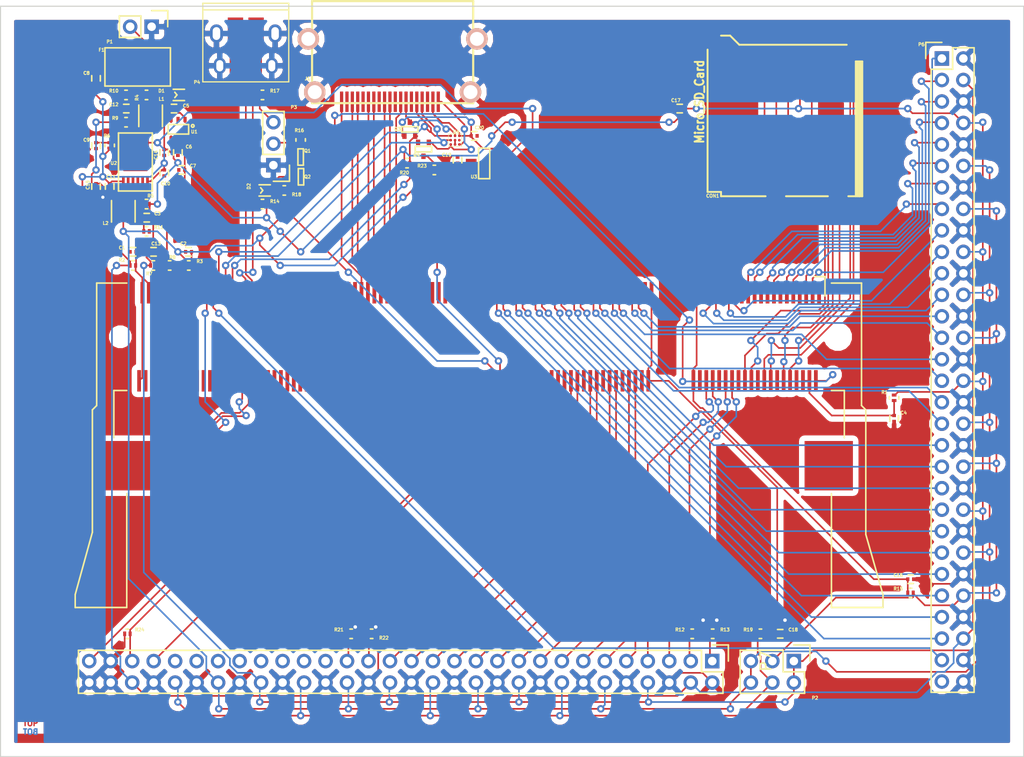
<source format=kicad_pcb>
(kicad_pcb (version 4) (host pcbnew 4.0.5)
  (title_block (title "Pi Compute Device") (date 2017-01-15) (rev 0.1.0) (company "marcbperez, Widerware"))
  (layers (0 F.Cu signal) (31 B.Cu signal) (34 B.Paste user) (35 F.Paste user) (36 B.SilkS user) (37 F.SilkS user) (38 B.Mask user) (39 F.Mask user) (44 Edge.Cuts user))
  (net 0 "")
  (net 1 /CM_VBAT)
  (net 2 GND)
  (net 3 /CM_1V8)
  (net 4 +3V3)
  (net 5 "Net-(C3-Pad2)")
  (net 6 /SDX_VREF)
  (net 7 "Net-(C6-Pad1)")
  (net 8 +2V5)
  (net 9 +5V)
  (net 10 "Net-(C9-Pad1)")
  (net 11 +1V8)
  (net 12 "Net-(C12-Pad2)")
  (net 13 /CM_3V3)
  (net 14 /GPIO0-27_VREF)
  (net 15 /GPIO28-45_VREF)
  (net 16 /H5V)
  (net 17 /SDX_D0)
  (net 18 /SDX_D1)
  (net 19 /SDX_CLK)
  (net 20 /SDX_D2)
  (net 21 /SDX_D3)
  (net 22 /SDX_CMD)
  (net 23 "Net-(D1-Pad2)")
  (net 24 "Net-(D2-Pad1)")
  (net 25 "Net-(D2-Pad2)")
  (net 26 "Net-(F1-Pad2)")
  (net 27 /HDMI_D2_P)
  (net 28 /HDMI_D2_N)
  (net 29 /HDMI_D1_P)
  (net 30 /HDMI_D1_N)
  (net 31 /HDMI_D0_P)
  (net 32 /HDMI_D0_N)
  (net 33 /HDMI_CK_P)
  (net 34 /HDMI_CK_N)
  (net 35 /CEC)
  (net 36 "Net-(J1-Pad14)")
  (net 37 /HDMI_SCL)
  (net 38 /HDMI_SDA)
  (net 39 /HDMI_HPD)
  (net 40 "Net-(L1-Pad1)")
  (net 41 "Net-(L2-Pad1)")
  (net 42 /VG0)
  (net 43 /VG1)
  (net 44 "Net-(P3-Pad2)")
  (net 45 /VBUSB)
  (net 46 /USB_DM)
  (net 47 /USB_DP)
  (net 48 "Net-(P4-Pad4)")
  (net 49 /EMMC_DISABLE_N)
  (net 50 /GPIO0)
  (net 51 /GPIO1)
  (net 52 /GPIO2)
  (net 53 /GPIO3)
  (net 54 /GPIO4)
  (net 55 /GPIO5)
  (net 56 /GPIO6)
  (net 57 /GPIO7)
  (net 58 /GPIO8)
  (net 59 /GPIO28)
  (net 60 /GPIO9)
  (net 61 /GPIO29)
  (net 62 /GPIO10)
  (net 63 /GPIO30)
  (net 64 /GPIO11)
  (net 65 /GPIO31)
  (net 66 /GPIO12)
  (net 67 /GPIO32)
  (net 68 /GPIO13)
  (net 69 /GPIO33)
  (net 70 /GPIO14)
  (net 71 /GPIO34)
  (net 72 /GPIO15)
  (net 73 /GPIO35)
  (net 74 /GPIO16)
  (net 75 /GPIO36)
  (net 76 /GPIO17)
  (net 77 /GPIO37)
  (net 78 /GPIO18)
  (net 79 /GPIO38)
  (net 80 /GPIO19)
  (net 81 /GPIO39)
  (net 82 /GPIO20)
  (net 83 /GPIO40)
  (net 84 /GPIO21)
  (net 85 /GPIO41)
  (net 86 /GPIO22)
  (net 87 /GPIO42)
  (net 88 /GPIO23)
  (net 89 /GPIO43)
  (net 90 /GPIO24)
  (net 91 /GPIO44)
  (net 92 /GPIO25)
  (net 93 /GPIO45)
  (net 94 /GPIO26)
  (net 95 /HDMI_HPD_N_1V8)
  (net 96 /GPIO27)
  (net 97 /EMMC_EN_N_1V8)
  (net 98 "Net-(P5-Pad93)")
  (net 99 "Net-(P5-Pad94)")
  (net 100 "Net-(P5-Pad95)")
  (net 101 "Net-(P5-Pad96)")
  (net 102 "Net-(P5-Pad99)")
  (net 103 "Net-(P5-Pad100)")
  (net 104 "Net-(P5-Pad101)")
  (net 105 "Net-(P5-Pad102)")
  (net 106 "Net-(P5-Pad105)")
  (net 107 "Net-(P5-Pad106)")
  (net 108 "Net-(P5-Pad107)")
  (net 109 "Net-(P5-Pad108)")
  (net 110 "Net-(P5-Pad112)")
  (net 111 "Net-(P5-Pad114)")
  (net 112 "Net-(P5-Pad118)")
  (net 113 "Net-(P5-Pad120)")
  (net 114 "Net-(P5-Pad124)")
  (net 115 "Net-(P5-Pad126)")
  (net 116 "Net-(P5-Pad128)")
  (net 117 "Net-(P5-Pad130)")
  (net 118 "Net-(P5-Pad132)")
  (net 119 "Net-(P5-Pad135)")
  (net 120 "Net-(P5-Pad136)")
  (net 121 "Net-(P5-Pad137)")
  (net 122 "Net-(P5-Pad138)")
  (net 123 "Net-(P5-Pad141)")
  (net 124 "Net-(P5-Pad142)")
  (net 125 "Net-(P5-Pad143)")
  (net 126 "Net-(P5-Pad144)")
  (net 127 "Net-(P5-Pad147)")
  (net 128 "Net-(P5-Pad148)")
  (net 129 "Net-(P5-Pad149)")
  (net 130 "Net-(P5-Pad150)")
  (net 131 "Net-(P5-Pad153)")
  (net 132 "Net-(P5-Pad154)")
  (net 133 "Net-(P5-Pad155)")
  (net 134 "Net-(P5-Pad156)")
  (net 135 "Net-(P5-Pad158)")
  (net 136 "Net-(P5-Pad159)")
  (net 137 "Net-(P5-Pad160)")
  (net 138 "Net-(P5-Pad161)")
  (net 139 "Net-(P5-Pad162)")
  (net 140 /TVDAC)
  (net 141 /USB_OTGID)
  (net 142 /HDMI_CEC)
  (net 143 "Net-(P5-Pad172)")
  (net 144 "Net-(P5-Pad174)")
  (net 145 "Net-(P5-Pad176)")
  (net 146 /RUN)
  (net 147 "Net-(P5-Pad178)")
  (net 148 /VDD_CORE)
  (net 149 "Net-(P5-Pad180)")
  (net 150 /CM_VDAC)
  (net 151 "Net-(P6-Pad59)")
  (net 152 "Net-(P7-Pad37)")
  (net 153 "Net-(P7-Pad39)")
  (net 154 "Net-(P7-Pad41)")
  (net 155 "Net-(P7-Pad43)")
  (net 156 "Net-(P7-Pad45)")
  (net 157 "Net-(P7-Pad47)")
  (net 158 "Net-(P7-Pad49)")
  (net 159 "Net-(P7-Pad51)")
  (net 160 "Net-(U2-Pad11)")
  (net 161 "Net-(U2-Pad5)")
  (net 162 "Net-(U4-PadB1)")
  (module 10029449-111RLF:10029449-111RLF (layer F.Cu) (at 136.1 66.84 180)
    (fp_text reference J1 (at 7.925 1.259 180) (layer F.SilkS) (effects (font (size 0.3 0.3) (thickness 0.075))))
    (fp_text value 47151-1051 hide)
    (pad SHIE thru_hole circle (at -7.85 4.95 180) (size 2 2) (drill 1.3) (layers *.Cu *.SilkS *.Mask) (net 2 GND))
    (pad SHIE thru_hole circle (at 7.85 4.95 180) (size 2 2) (drill 1.3) (layers *.Cu *.SilkS *.Mask) (net 2 GND))
    (pad SHIE thru_hole circle (at -7.25 0 180) (size 2 2) (drill 1.3) (layers *.Cu *.SilkS *.Mask) (net 2 GND))
    (pad SHIE thru_hole circle (at 7.25 0 180) (size 2 2) (drill 1.3) (layers *.Cu *.SilkS *.Mask) (net 2 GND))
    (pad 1 smd rect (at 4.75 -0.9 180) (size 0.3 1.9) (layers F.Cu F.Paste F.Mask) (net 27 /HDMI_D2_P))
    (pad 2 smd rect (at 4.25 -0.9 180) (size 0.3 1.9) (layers F.Cu F.Paste F.Mask) (net 2 GND))
    (pad 3 smd rect (at 3.75 -0.9 180) (size 0.3 1.9) (layers F.Cu F.Paste F.Mask) (net 28 /HDMI_D2_N))
    (pad 4 smd rect (at 3.25 -0.9 180) (size 0.3 1.9) (layers F.Cu F.Paste F.Mask) (net 29 /HDMI_D1_P))
    (pad 5 smd rect (at 2.75 -0.9 180) (size 0.3 1.9) (layers F.Cu F.Paste F.Mask) (net 2 GND))
    (pad 6 smd rect (at 2.25 -0.9 180) (size 0.3 1.9) (layers F.Cu F.Paste F.Mask) (net 30 /HDMI_D1_N))
    (pad 7 smd rect (at 1.75 -0.9 180) (size 0.3 1.9) (layers F.Cu F.Paste F.Mask) (net 31 /HDMI_D0_P))
    (pad 8 smd rect (at 1.25 -0.9 180) (size 0.3 1.9) (layers F.Cu F.Paste F.Mask) (net 2 GND))
    (pad 9 smd rect (at 0.75 -0.9 180) (size 0.3 1.9) (layers F.Cu F.Paste F.Mask) (net 32 /HDMI_D0_N))
    (pad 10 smd rect (at 0.25 -0.9 180) (size 0.3 1.9) (layers F.Cu F.Paste F.Mask) (net 33 /HDMI_CK_P))
    (pad 11 smd rect (at -0.25 -0.9 180) (size 0.3 1.9) (layers F.Cu F.Paste F.Mask) (net 2 GND))
    (pad 12 smd rect (at -0.75 -0.9 180) (size 0.3 1.9) (layers F.Cu F.Paste F.Mask) (net 34 /HDMI_CK_N))
    (pad 13 smd rect (at -1.25 -0.9 180) (size 0.3 1.9) (layers F.Cu F.Paste F.Mask) (net 35 /CEC))
    (pad 14 smd rect (at -1.75 -0.9 180) (size 0.3 1.9) (layers F.Cu F.Paste F.Mask) (net 36 "Net-(J1-Pad14)"))
    (pad 15 smd rect (at -2.25 -0.9 180) (size 0.3 1.9) (layers F.Cu F.Paste F.Mask) (net 37 /HDMI_SCL))
    (pad 16 smd rect (at -2.75 -0.9 180) (size 0.3 1.9) (layers F.Cu F.Paste F.Mask) (net 38 /HDMI_SDA))
    (pad 17 smd rect (at -3.25 -0.9 180) (size 0.3 1.9) (layers F.Cu F.Paste F.Mask) (net 2 GND))
    (pad 18 smd rect (at -3.75 -0.9 180) (size 0.3 1.9) (layers F.Cu F.Paste F.Mask) (net 16 /H5V))
    (pad 19 smd rect (at -4.25 -0.9 180) (size 0.3 1.9) (layers F.Cu F.Paste F.Mask) (net 39 /HDMI_HPD))
  )
  (module 2908-05WB-MG:2908-05WB-MG (layer F.Cu) (at 170.72 65.835)
    (fp_text reference CON1 (at -4.826 10.668 180) (layer F.SilkS) (effects (font (size 0.3 0.3) (thickness 0.075))))
    (fp_text value Micro_SD_Card (at -6.05536 1.905 90) (layer F.SilkS) (effects (font (size 0.8128 0.7112) (thickness 0.1778))))
    (pad 7 smd rect (at 6.59892 0) (size 0.7493 1.50114) (layers F.Cu F.Paste F.Mask) (net 17 /SDX_D0))
    (pad 8 smd rect (at 7.69874 0) (size 0.7493 1.50114) (layers F.Cu F.Paste F.Mask) (net 18 /SDX_D1))
    (pad 6 smd rect (at 5.4991 -0.20066) (size 0.7493 1.50114) (layers F.Cu F.Paste F.Mask) (net 2 GND))
    (pad 5 smd rect (at 4.39928 0) (size 0.7493 1.50114) (layers F.Cu F.Paste F.Mask) (net 19 /SDX_CLK))
    (pad 1 smd rect (at 0 0) (size 0.7493 1.50114) (layers F.Cu F.Paste F.Mask) (net 20 /SDX_D2))
    (pad 2 smd rect (at 1.09982 0.39878) (size 0.7493 1.50114) (layers F.Cu F.Paste F.Mask) (net 21 /SDX_D3))
    (pad 3 smd rect (at 2.19964 0) (size 0.7493 1.50114) (layers F.Cu F.Paste F.Mask) (net 22 /SDX_CMD))
    (pad 4 smd rect (at 3.29946 -0.20066) (size 0.7493 1.50114) (layers F.Cu F.Paste F.Mask) (net 4 +3V3))
    (pad 9 smd rect (at 8.39978 -2.84988) (size 1.39954 1.89992) (layers F.Cu F.Paste F.Mask) (net 2 GND))
    (pad 9 smd rect (at -4.84886 -3.9497) (size 1.39954 1.89992) (layers F.Cu F.Paste F.Mask) (net 2 GND))
    (pad 9 smd rect (at 6.85038 10.2997) (size 1.80086 1.39954) (layers F.Cu F.Paste F.Mask) (net 2 GND))
    (pad 9 smd rect (at 1.04902 10.2997) (size 1.80086 1.39954) (layers F.Cu F.Paste F.Mask) (net 2 GND))
  )
  (module Capacitors_SMD:C_0201 (layer F.Cu) (at 111.94 81.71 180)
    (fp_text reference C1 (at 1.037 0.381 180) (layer F.SilkS) (effects (font (size 0.3 0.3) (thickness 0.075))))
    (fp_text value 47u)
    (pad 1 smd rect (at -0.275 0 180) (size 0.3 0.35) (layers F.Cu F.Paste F.Mask) (net 1 /CM_VBAT))
    (pad 2 smd rect (at 0.275 0 180) (size 0.3 0.35) (layers F.Cu F.Paste F.Mask) (net 2 GND))
  )
  (module Capacitors_SMD:C_0201 (layer F.Cu) (at 117.105 81.71 180)
    (fp_text reference C2 (at 0.487 0.762 180) (layer F.SilkS) (effects (font (size 0.3 0.3) (thickness 0.075))))
    (fp_text value 47u)
    (pad 1 smd rect (at -0.275 0 180) (size 0.3 0.35) (layers F.Cu F.Paste F.Mask) (net 3 /CM_1V8))
    (pad 2 smd rect (at 0.275 0 180) (size 0.3 0.35) (layers F.Cu F.Paste F.Mask) (net 2 GND))
  )
  (module Capacitors_SMD:C_0201 (layer F.Cu) (at 113.21 78.535 180)
    (fp_text reference C3 (at -0.995 0.381 180) (layer F.SilkS) (effects (font (size 0.3 0.3) (thickness 0.075))))
    (fp_text value NF)
    (pad 1 smd rect (at -0.275 0 180) (size 0.3 0.35) (layers F.Cu F.Paste F.Mask) (net 4 +3V3))
    (pad 2 smd rect (at 0.275 0 180) (size 0.3 0.35) (layers F.Cu F.Paste F.Mask) (net 5 "Net-(C3-Pad2)"))
  )
  (module Capacitors_SMD:C_0201 (layer F.Cu) (at 182.785 97.225 270)
    (fp_text reference C4 (at -0.529 -0.889 360) (layer F.SilkS) (effects (font (size 0.3 0.3) (thickness 0.075))))
    (fp_text value 4.7u)
    (pad 1 smd rect (at -0.275 0 270) (size 0.3 0.35) (layers F.Cu F.Paste F.Mask) (net 6 /SDX_VREF))
    (pad 2 smd rect (at 0.275 0 270) (size 0.3 0.35) (layers F.Cu F.Paste F.Mask) (net 2 GND))
  )
  (module Capacitors_SMD:C_0201 (layer F.Cu) (at 115.75 68.375)
    (fp_text reference C5 (at 1.122 -0.254) (layer F.SilkS) (effects (font (size 0.3 0.3) (thickness 0.075))))
    (fp_text value 1u)
    (pad 1 smd rect (at -0.275 0) (size 0.3 0.35) (layers F.Cu F.Paste F.Mask) (net 4 +3V3))
    (pad 2 smd rect (at 0.275 0) (size 0.3 0.35) (layers F.Cu F.Paste F.Mask) (net 2 GND))
  )
  (module Capacitors_SMD:C_0201 (layer F.Cu) (at 116.11 72.46 270)
    (fp_text reference C6 (at -0.529 -1.016 360) (layer F.SilkS) (effects (font (size 0.3 0.3) (thickness 0.075))))
    (fp_text value 100n)
    (pad 1 smd rect (at -0.275 0 270) (size 0.3 0.35) (layers F.Cu F.Paste F.Mask) (net 7 "Net-(C6-Pad1)"))
    (pad 2 smd rect (at 0.275 0 270) (size 0.3 0.35) (layers F.Cu F.Paste F.Mask) (net 2 GND))
  )
  (module Capacitors_SMD:C_0201 (layer F.Cu) (at 116.47 74.09 180)
    (fp_text reference C7 (at -1.037 0.381 180) (layer F.SilkS) (effects (font (size 0.3 0.3) (thickness 0.075))))
    (fp_text value 4.7u)
    (pad 1 smd rect (at -0.275 0 180) (size 0.3 0.35) (layers F.Cu F.Paste F.Mask) (net 8 +2V5))
    (pad 2 smd rect (at 0.275 0 180) (size 0.3 0.35) (layers F.Cu F.Paste F.Mask) (net 2 GND))
  )
  (module Capacitors_SMD:C_0201 (layer F.Cu) (at 108.49 65.56 90)
    (fp_text reference C8 (at 0.487 -0.889 180) (layer F.SilkS) (effects (font (size 0.3 0.3) (thickness 0.075))))
    (fp_text value 47u)
    (pad 1 smd rect (at -0.275 0 90) (size 0.3 0.35) (layers F.Cu F.Paste F.Mask) (net 9 +5V))
    (pad 2 smd rect (at 0.275 0 90) (size 0.3 0.35) (layers F.Cu F.Paste F.Mask) (net 2 GND))
  )
  (module Capacitors_SMD:C_0201 (layer F.Cu) (at 108.49 71.825 270)
    (fp_text reference C9 (at -0.529 0.889 360) (layer F.SilkS) (effects (font (size 0.3 0.3) (thickness 0.075))))
    (fp_text value 100n)
    (pad 1 smd rect (at -0.275 0 270) (size 0.3 0.35) (layers F.Cu F.Paste F.Mask) (net 10 "Net-(C9-Pad1)"))
    (pad 2 smd rect (at 0.275 0 270) (size 0.3 0.35) (layers F.Cu F.Paste F.Mask) (net 2 GND))
  )
  (module Capacitors_SMD:C_0201 (layer F.Cu) (at 114.84 74.365 270)
    (fp_text reference C10 (at 0.995 -0.127 360) (layer F.SilkS) (effects (font (size 0.3 0.3) (thickness 0.075))))
    (fp_text value 10u)
    (pad 1 smd rect (at -0.275 0 270) (size 0.3 0.35) (layers F.Cu F.Paste F.Mask) (net 9 +5V))
    (pad 2 smd rect (at 0.275 0 270) (size 0.3 0.35) (layers F.Cu F.Paste F.Mask) (net 2 GND))
  )
  (module Capacitors_SMD:C_0201 (layer F.Cu) (at 109.76 75.635 270)
    (fp_text reference C11 (at -0.91 -0.127 360) (layer F.SilkS) (effects (font (size 0.3 0.3) (thickness 0.075))))
    (fp_text value 10u)
    (pad 1 smd rect (at -0.275 0 270) (size 0.3 0.35) (layers F.Cu F.Paste F.Mask) (net 9 +5V))
    (pad 2 smd rect (at 0.275 0 270) (size 0.3 0.35) (layers F.Cu F.Paste F.Mask) (net 2 GND))
  )
  (module Capacitors_SMD:C_0201 (layer F.Cu) (at 111.305 68.375)
    (fp_text reference C12 (at -1.164 -0.381) (layer F.SilkS) (effects (font (size 0.3 0.3) (thickness 0.075))))
    (fp_text value NF)
    (pad 1 smd rect (at -0.275 0) (size 0.3 0.35) (layers F.Cu F.Paste F.Mask) (net 11 +1V8))
    (pad 2 smd rect (at 0.275 0) (size 0.3 0.35) (layers F.Cu F.Paste F.Mask) (net 12 "Net-(C12-Pad2)"))
  )
  (module Capacitors_SMD:C_0201 (layer F.Cu) (at 113.845 81.71 180)
    (fp_text reference C13 (at -0.233 0.762 180) (layer F.SilkS) (effects (font (size 0.3 0.3) (thickness 0.075))))
    (fp_text value 47u)
    (pad 1 smd rect (at -0.275 0 180) (size 0.3 0.35) (layers F.Cu F.Paste F.Mask) (net 13 /CM_3V3))
    (pad 2 smd rect (at 0.275 0 180) (size 0.3 0.35) (layers F.Cu F.Paste F.Mask) (net 2 GND))
  )
  (module Capacitors_SMD:C_0201 (layer F.Cu) (at 114.84 72.46 270)
    (fp_text reference C14 (at 0.233 0.762 270) (layer F.SilkS) (effects (font (size 0.3 0.3) (thickness 0.075))))
    (fp_text value 10u)
    (pad 1 smd rect (at -0.275 0 270) (size 0.3 0.35) (layers F.Cu F.Paste F.Mask) (net 4 +3V3))
    (pad 2 smd rect (at 0.275 0 270) (size 0.3 0.35) (layers F.Cu F.Paste F.Mask) (net 2 GND))
  )
  (module Capacitors_SMD:C_0201 (layer F.Cu) (at 108.49 75.635 90)
    (fp_text reference C15 (at 0.148 -0.762 90) (layer F.SilkS) (effects (font (size 0.3 0.3) (thickness 0.075))))
    (fp_text value 10u)
    (pad 1 smd rect (at -0.275 0 90) (size 0.3 0.35) (layers F.Cu F.Paste F.Mask) (net 11 +1V8))
    (pad 2 smd rect (at 0.275 0 90) (size 0.3 0.35) (layers F.Cu F.Paste F.Mask) (net 2 GND))
  )
  (module Capacitors_SMD:C_0201 (layer F.Cu) (at 184.33 112.19)
    (fp_text reference C16 (at -1.164 -0.381) (layer F.SilkS) (effects (font (size 0.3 0.3) (thickness 0.075))))
    (fp_text value 1u)
    (pad 1 smd rect (at -0.275 0) (size 0.3 0.35) (layers F.Cu F.Paste F.Mask) (net 14 /GPIO0-27_VREF))
    (pad 2 smd rect (at 0.275 0) (size 0.3 0.35) (layers F.Cu F.Paste F.Mask) (net 2 GND))
  )
  (module Capacitors_SMD:C_0201 (layer F.Cu) (at 162.825 68.375 180)
    (fp_text reference C17 (at 0.36 0.762 180) (layer F.SilkS) (effects (font (size 0.3 0.3) (thickness 0.075))))
    (fp_text value 4.7u)
    (pad 1 smd rect (at -0.275 0 180) (size 0.3 0.35) (layers F.Cu F.Paste F.Mask) (net 4 +3V3))
    (pad 2 smd rect (at 0.275 0 180) (size 0.3 0.35) (layers F.Cu F.Paste F.Mask) (net 2 GND))
  )
  (module Capacitors_SMD:C_0201 (layer F.Cu) (at 172.18 117.27)
    (fp_text reference C18 (at 1.207 -0.381) (layer F.SilkS) (effects (font (size 0.3 0.3) (thickness 0.075))))
    (fp_text value 1u)
    (pad 1 smd rect (at -0.275 0) (size 0.3 0.35) (layers F.Cu F.Paste F.Mask) (net 15 /GPIO28-45_VREF))
    (pad 2 smd rect (at 0.275 0) (size 0.3 0.35) (layers F.Cu F.Paste F.Mask) (net 2 GND))
  )
  (module Capacitors_SMD:C_0201 (layer F.Cu) (at 142.145 73.18 90)
    (fp_text reference C19 (at 0.487 -1.016 180) (layer F.SilkS) (effects (font (size 0.3 0.3) (thickness 0.075))))
    (fp_text value 100n)
    (pad 1 smd rect (at -0.275 0 90) (size 0.3 0.35) (layers F.Cu F.Paste F.Mask) (net 9 +5V))
    (pad 2 smd rect (at 0.275 0 90) (size 0.3 0.35) (layers F.Cu F.Paste F.Mask) (net 2 GND))
  )
  (module Capacitors_SMD:C_0201 (layer F.Cu) (at 143.69 70.915)
    (fp_text reference C20 (at 0.487 -0.762) (layer F.SilkS) (effects (font (size 0.3 0.3) (thickness 0.075))))
    (fp_text value 100n)
    (pad 1 smd rect (at -0.275 0) (size 0.3 0.35) (layers F.Cu F.Paste F.Mask) (net 16 /H5V))
    (pad 2 smd rect (at 0.275 0) (size 0.3 0.35) (layers F.Cu F.Paste F.Mask) (net 2 GND))
  )
  (module LEDs:LED_0402 (layer F.Cu) (at 115.925 67.105 180)
    (fp_text reference D1 (at 1.339 0.381 180) (layer F.SilkS) (effects (font (size 0.3 0.3) (thickness 0.075))))
    (fp_text value LED)
    (pad 1 smd rect (at -0.45 0 180) (size 0.4 0.6) (layers F.Cu F.Paste F.Mask) (net 2 GND))
    (pad 2 smd rect (at 0.45 0 180) (size 0.4 0.6) (layers F.Cu F.Paste F.Mask) (net 23 "Net-(D1-Pad2)"))
  )
  (module LEDs:LED_0402 (layer F.Cu) (at 123.915 75.995 180)
    (fp_text reference D2 (at 1.201 0.381 270) (layer F.SilkS) (effects (font (size 0.3 0.3) (thickness 0.075))))
    (fp_text value LED)
    (pad 1 smd rect (at -0.45 0 180) (size 0.4 0.6) (layers F.Cu F.Paste F.Mask) (net 24 "Net-(D2-Pad1)"))
    (pad 2 smd rect (at 0.45 0 180) (size 0.4 0.6) (layers F.Cu F.Paste F.Mask) (net 25 "Net-(D2-Pad2)"))
  )
  (module MF-MSMF200:MF-MSMF200 (layer F.Cu) (at 112.366 64.245)
    (fp_text reference F1 (at -3.368 -1.331) (layer F.SilkS) (effects (font (size 0.3 0.3) (thickness 0.075))))
    (fp_text value MF-MSMF200 hide)
    (pad 2 smd rect (at 1.364 0.32) (size 1.5 3.2) (drill (offset 0.75 0)) (layers F.Cu F.Paste F.Mask) (net 26 "Net-(F1-Pad2)"))
    (pad 1 smd rect (at -1.336 0.32) (size 1.5 3.2) (drill (offset -0.75 0)) (layers F.Cu F.Paste F.Mask) (net 9 +5V))
  )
  (module Inductors:Inductor_Taiyo-Yuden_MD-2020 (layer F.Cu) (at 113.57 69.05 90)
    (fp_text reference L1 (at 1.564 1.016 180) (layer F.SilkS) (effects (font (size 0.3 0.3) (thickness 0.075))))
    (fp_text value 4.7u)
    (pad 1 smd rect (at -0.675 0 90) (size 0.65 2) (layers F.Cu F.Paste F.Mask) (net 40 "Net-(L1-Pad1)"))
    (pad 2 smd rect (at 0.675 0 90) (size 0.65 2) (layers F.Cu F.Paste F.Mask) (net 4 +3V3))
  )
  (module Inductors:Inductor_Taiyo-Yuden_MD-2020 (layer F.Cu) (at 111.03 77.94 270)
    (fp_text reference L2 (at 1.103 1.651 360) (layer F.SilkS) (effects (font (size 0.3 0.3) (thickness 0.075))))
    (fp_text value 4.7u)
    (pad 1 smd rect (at -0.675 0 270) (size 0.65 2) (layers F.Cu F.Paste F.Mask) (net 41 "Net-(L2-Pad1)"))
    (pad 2 smd rect (at 0.675 0 270) (size 0.65 2) (layers F.Cu F.Paste F.Mask) (net 11 +1V8))
  )
  (module Pin_Headers:Pin_Header_Straight_1x02_Pitch2.00mm (layer F.Cu) (at 113.665 60.755 270)
    (fp_text reference P1 (at 1.397 3.905 360) (layer F.SilkS) (effects (font (size 0.3 0.3) (thickness 0.075))))
    (fp_text value CONN_01X02)
    (pad 1 thru_hole rect (at 0 0 270) (size 1.35 1.35) (drill 0.8) (layers *.Cu *.Mask) (net 2 GND))
    (pad 2 thru_hole circle (at 0 2 270) (size 1.35 1.35) (drill 0.8) (layers *.Cu *.Mask) (net 26 "Net-(F1-Pad2)"))
  )
  (module Pin_Headers:Pin_Header_Straight_2x03_Pitch2.00mm (layer F.Cu) (at 173.45 119.81 270)
    (fp_text reference P2 (at 3.429 -1.969 360) (layer F.SilkS) (effects (font (size 0.3 0.3) (thickness 0.075))))
    (fp_text value CONN_02X03)
    (pad 1 thru_hole rect (at 0 0 270) (size 1.35 1.35) (drill 0.8) (layers *.Cu *.Mask) (net 4 +3V3))
    (pad 3 thru_hole circle (at 0 2 270) (size 1.35 1.35) (drill 0.8) (layers *.Cu *.Mask) (net 42 /VG0))
    (pad 5 thru_hole circle (at 0 4 270) (size 1.35 1.35) (drill 0.8) (layers *.Cu *.Mask) (net 11 +1V8))
    (pad 2 thru_hole circle (at 2 0 270) (size 1.35 1.35) (drill 0.8) (layers *.Cu *.Mask) (net 4 +3V3))
    (pad 4 thru_hole circle (at 2 2 270) (size 1.35 1.35) (drill 0.8) (layers *.Cu *.Mask) (net 43 /VG1))
    (pad 6 thru_hole circle (at 2 4 270) (size 1.35 1.35) (drill 0.8) (layers *.Cu *.Mask) (net 11 +1V8))
  )
  (module Pin_Headers:Pin_Header_Straight_1x03_Pitch2.00mm (layer F.Cu) (at 125 73.645 180)
    (fp_text reference P3 (at -1.905 5.397 180) (layer F.SilkS) (effects (font (size 0.3 0.3) (thickness 0.075))))
    (fp_text value CONN_01X03)
    (pad 1 thru_hole rect (at 0 0 180) (size 1.35 1.35) (drill 0.8) (layers *.Cu *.Mask) (net 2 GND))
    (pad 2 thru_hole circle (at 0 2 180) (size 1.35 1.35) (drill 0.8) (layers *.Cu *.Mask) (net 44 "Net-(P3-Pad2)"))
    (pad 3 thru_hole circle (at 0 4 180) (size 1.35 1.35) (drill 0.8) (layers *.Cu *.Mask) (net 45 /VBUSB))
  )
  (module 10103594-0001LF:10103594-0001LF (layer F.Cu) (at 122.43 62.77 180)
    (fp_text reference P4 (at 4.542 -3.151 180) (layer F.SilkS) (effects (font (size 0.3 0.3) (thickness 0.075))))
    (fp_text value USB_OTG)
    (pad 1 smd rect (at -1.3 -1.5 270) (size 1.65 0.4) (layers F.Cu F.Paste F.Mask) (net 45 /VBUSB))
    (pad 2 smd rect (at -0.65 -1.5 270) (size 1.65 0.4) (layers F.Cu F.Paste F.Mask) (net 46 /USB_DM))
    (pad 3 smd rect (at 0 -1.5 270) (size 1.65 0.4) (layers F.Cu F.Paste F.Mask) (net 47 /USB_DP))
    (pad 4 smd rect (at 0.65 -1.5 270) (size 1.65 0.4) (layers F.Cu F.Paste F.Mask) (net 48 "Net-(P4-Pad4)"))
    (pad 5 smd rect (at 1.3 -1.5 270) (size 1.65 0.4) (layers F.Cu F.Paste F.Mask) (net 2 GND))
    (pad 6 thru_hole oval (at -2.42 -1.62 270) (size 1.5 1.1) (drill oval 1.05 0.65) (layers *.Cu *.Mask) (net 2 GND))
    (pad 6 thru_hole oval (at 2.42 -1.62 270) (size 1.5 1.1) (drill oval 1.05 0.65) (layers *.Cu *.Mask) (net 2 GND))
    (pad 6 thru_hole oval (at -2.73 1.38 270) (size 1.7 1.2) (drill oval 1.2 0.7) (layers *.Cu *.Mask) (net 2 GND))
    (pad 6 thru_hole oval (at 2.73 1.38 270) (size 1.7 1.2) (drill oval 1.2 0.7) (layers *.Cu *.Mask) (net 2 GND))
    (pad 6 smd rect (at -0.96 1.62 270) (size 2.5 1.43) (layers F.Cu F.Paste F.Mask) (net 2 GND))
    (pad 6 smd rect (at 0.96 1.62 270) (size 2.5 1.43) (layers F.Cu F.Paste F.Mask) (net 2 GND))
  )
  (module 1473005:1473005 (layer F.Cu) (at 144.15 89.62 270)
    (fp_text reference P5)
    (fp_text value DDR2_SODIMM_CM3)
    (pad 41 smd rect (at -4.1 -16.05 270) (size 2 0.35) (layers F.Cu F.Paste) (net 15 /GPIO28-45_VREF))
    (pad 1 smd rect (at -4.1 -31.65 270) (size 2 0.35) (layers F.Cu F.Paste) (net 2 GND))
    (pad "" np_thru_hole circle (at 0 33.4 270) (size 1.1 1.1) (drill 1.1) (layers *.Cu))
    (pad "" np_thru_hole circle (at 0 -33.4 270) (size 1.6 1.6) (drill 1.6) (layers *.Cu))
    (pad "" smd rect (at 12 -32.55 270) (size 4.6 4.5) (layers F.Cu F.Paste F.Mask))
    (pad "" smd rect (at 12 32.55 270) (size 4.6 4.5) (layers F.Cu F.Paste F.Mask))
    (pad 2 smd rect (at 4.099999 -31.35 270) (size 2 0.35) (layers F.Cu F.Paste) (net 49 /EMMC_DISABLE_N))
    (pad 3 smd rect (at -4.1 -31.05 270) (size 2 0.35) (layers F.Cu F.Paste) (net 50 /GPIO0))
    (pad 4 smd rect (at 4.099999 -30.75 270) (size 2 0.35) (layers F.Cu F.Paste) (net 6 /SDX_VREF))
    (pad 5 smd rect (at -4.1 -30.45 270) (size 2 0.35) (layers F.Cu F.Paste) (net 51 /GPIO1))
    (pad 6 smd rect (at 4.099999 -30.15 270) (size 2 0.35) (layers F.Cu F.Paste) (net 6 /SDX_VREF))
    (pad 7 smd rect (at -4.1 -29.85 270) (size 2 0.35) (layers F.Cu F.Paste) (net 2 GND))
    (pad 8 smd rect (at 4.099999 -29.55 270) (size 2 0.35) (layers F.Cu F.Paste) (net 2 GND))
    (pad 9 smd rect (at -4.1 -29.25 270) (size 2 0.35) (layers F.Cu F.Paste) (net 52 /GPIO2))
    (pad 10 smd rect (at 4.099999 -28.95 270) (size 2 0.35) (layers F.Cu F.Paste) (net 19 /SDX_CLK))
    (pad 11 smd rect (at -4.1 -28.65 270) (size 2 0.35) (layers F.Cu F.Paste) (net 53 /GPIO3))
    (pad 12 smd rect (at 4.099999 -28.35 270) (size 2 0.35) (layers F.Cu F.Paste) (net 22 /SDX_CMD))
    (pad 13 smd rect (at -4.1 -28.05 270) (size 2 0.35) (layers F.Cu F.Paste) (net 2 GND))
    (pad 14 smd rect (at 4.099999 -27.75 270) (size 2 0.35) (layers F.Cu F.Paste) (net 2 GND))
    (pad 15 smd rect (at -4.1 -27.45 270) (size 2 0.35) (layers F.Cu F.Paste) (net 54 /GPIO4))
    (pad 16 smd rect (at 4.099999 -27.15 270) (size 2 0.35) (layers F.Cu F.Paste) (net 17 /SDX_D0))
    (pad 17 smd rect (at -4.1 -26.85 270) (size 2 0.35) (layers F.Cu F.Paste) (net 55 /GPIO5))
    (pad 18 smd rect (at 4.099999 -26.55 270) (size 2 0.35) (layers F.Cu F.Paste) (net 18 /SDX_D1))
    (pad 19 smd rect (at -4.1 -26.25 270) (size 2 0.35) (layers F.Cu F.Paste) (net 2 GND))
    (pad 20 smd rect (at 4.099999 -25.95 270) (size 2 0.35) (layers F.Cu F.Paste) (net 2 GND))
    (pad 21 smd rect (at -4.1 -25.65 270) (size 2 0.35) (layers F.Cu F.Paste) (net 56 /GPIO6))
    (pad 22 smd rect (at 4.099999 -25.35 270) (size 2 0.35) (layers F.Cu F.Paste) (net 20 /SDX_D2))
    (pad 23 smd rect (at -4.1 -25.05 270) (size 2 0.35) (layers F.Cu F.Paste) (net 57 /GPIO7))
    (pad 24 smd rect (at 4.099999 -24.75 270) (size 2 0.35) (layers F.Cu F.Paste) (net 21 /SDX_D3))
    (pad 25 smd rect (at -4.1 -24.45 270) (size 2 0.35) (layers F.Cu F.Paste) (net 2 GND))
    (pad 26 smd rect (at 4.099999 -24.15 270) (size 2 0.35) (layers F.Cu F.Paste) (net 2 GND))
    (pad 27 smd rect (at -4.1 -23.85 270) (size 2 0.35) (layers F.Cu F.Paste) (net 58 /GPIO8))
    (pad 28 smd rect (at 4.099999 -23.55 270) (size 2 0.35) (layers F.Cu F.Paste) (net 59 /GPIO28))
    (pad 29 smd rect (at -4.1 -23.25 270) (size 2 0.35) (layers F.Cu F.Paste) (net 60 /GPIO9))
    (pad 30 smd rect (at 4.099999 -22.95 270) (size 2 0.35) (layers F.Cu F.Paste) (net 61 /GPIO29))
    (pad 31 smd rect (at -4.1 -22.65 270) (size 2 0.35) (layers F.Cu F.Paste) (net 2 GND))
    (pad 32 smd rect (at 4.099999 -22.35 270) (size 2 0.35) (layers F.Cu F.Paste) (net 2 GND))
    (pad 33 smd rect (at -4.1 -22.05 270) (size 2 0.35) (layers F.Cu F.Paste) (net 62 /GPIO10))
    (pad 34 smd rect (at 4.099999 -21.75 270) (size 2 0.35) (layers F.Cu F.Paste) (net 63 /GPIO30))
    (pad 35 smd rect (at -4.1 -21.45 270) (size 2 0.35) (layers F.Cu F.Paste) (net 64 /GPIO11))
    (pad 36 smd rect (at 4.099999 -21.15 270) (size 2 0.35) (layers F.Cu F.Paste) (net 65 /GPIO31))
    (pad 37 smd rect (at -4.1 -20.85 270) (size 2 0.35) (layers F.Cu F.Paste) (net 2 GND))
    (pad 38 smd rect (at 4.099999 -20.55 270) (size 2 0.35) (layers F.Cu F.Paste) (net 2 GND))
    (pad 39 smd rect (at -4.1 -20.25 270) (size 2 0.35) (layers F.Cu F.Paste) (net 14 /GPIO0-27_VREF))
    (pad 40 smd rect (at 4.099999 -19.95 270) (size 2 0.35) (layers F.Cu F.Paste) (net 14 /GPIO0-27_VREF))
    (pad 42 smd rect (at 4.099999 -15.75 270) (size 2 0.35) (layers F.Cu F.Paste) (net 15 /GPIO28-45_VREF))
    (pad 43 smd rect (at -4.1 -15.45 270) (size 2 0.35) (layers F.Cu F.Paste) (net 2 GND))
    (pad 44 smd rect (at 4.099999 -15.15 270) (size 2 0.35) (layers F.Cu F.Paste) (net 2 GND))
    (pad 45 smd rect (at -4.1 -14.85 270) (size 2 0.35) (layers F.Cu F.Paste) (net 66 /GPIO12))
    (pad 46 smd rect (at 4.099999 -14.55 270) (size 2 0.35) (layers F.Cu F.Paste) (net 67 /GPIO32))
    (pad 47 smd rect (at -4.1 -14.25 270) (size 2 0.35) (layers F.Cu F.Paste) (net 68 /GPIO13))
    (pad 48 smd rect (at 4.099999 -13.95 270) (size 2 0.35) (layers F.Cu F.Paste) (net 69 /GPIO33))
    (pad 49 smd rect (at -4.1 -13.65 270) (size 2 0.35) (layers F.Cu F.Paste) (net 2 GND))
    (pad 50 smd rect (at 4.099999 -13.35 270) (size 2 0.35) (layers F.Cu F.Paste) (net 2 GND))
    (pad 51 smd rect (at -4.1 -13.05 270) (size 2 0.35) (layers F.Cu F.Paste) (net 70 /GPIO14))
    (pad 52 smd rect (at 4.099999 -12.75 270) (size 2 0.35) (layers F.Cu F.Paste) (net 71 /GPIO34))
    (pad 53 smd rect (at -4.1 -12.45 270) (size 2 0.35) (layers F.Cu F.Paste) (net 72 /GPIO15))
    (pad 54 smd rect (at 4.099999 -12.15 270) (size 2 0.35) (layers F.Cu F.Paste) (net 73 /GPIO35))
    (pad 55 smd rect (at -4.1 -11.85 270) (size 2 0.35) (layers F.Cu F.Paste) (net 2 GND))
    (pad 56 smd rect (at 4.099999 -11.55 270) (size 2 0.35) (layers F.Cu F.Paste) (net 2 GND))
    (pad 57 smd rect (at -4.1 -11.25 270) (size 2 0.35) (layers F.Cu F.Paste) (net 74 /GPIO16))
    (pad 58 smd rect (at 4.099999 -10.95 270) (size 2 0.35) (layers F.Cu F.Paste) (net 75 /GPIO36))
    (pad 59 smd rect (at -4.1 -10.65 270) (size 2 0.35) (layers F.Cu F.Paste) (net 76 /GPIO17))
    (pad 60 smd rect (at 4.099999 -10.35 270) (size 2 0.35) (layers F.Cu F.Paste) (net 77 /GPIO37))
    (pad 61 smd rect (at -4.1 -10.05 270) (size 2 0.35) (layers F.Cu F.Paste) (net 2 GND))
    (pad 62 smd rect (at 4.099999 -9.75 270) (size 2 0.35) (layers F.Cu F.Paste) (net 2 GND))
    (pad 63 smd rect (at -4.1 -9.45 270) (size 2 0.35) (layers F.Cu F.Paste) (net 78 /GPIO18))
    (pad 64 smd rect (at 4.099999 -9.15 270) (size 2 0.35) (layers F.Cu F.Paste) (net 79 /GPIO38))
    (pad 65 smd rect (at -4.1 -8.85 270) (size 2 0.35) (layers F.Cu F.Paste) (net 80 /GPIO19))
    (pad 66 smd rect (at 4.099999 -8.55 270) (size 2 0.35) (layers F.Cu F.Paste) (net 81 /GPIO39))
    (pad 67 smd rect (at -4.1 -8.25 270) (size 2 0.35) (layers F.Cu F.Paste) (net 2 GND))
    (pad 68 smd rect (at 4.099999 -7.95 270) (size 2 0.35) (layers F.Cu F.Paste) (net 2 GND))
    (pad 69 smd rect (at -4.1 -7.65 270) (size 2 0.35) (layers F.Cu F.Paste) (net 82 /GPIO20))
    (pad 70 smd rect (at 4.099999 -7.35 270) (size 2 0.35) (layers F.Cu F.Paste) (net 83 /GPIO40))
    (pad 71 smd rect (at -4.1 -7.05 270) (size 2 0.35) (layers F.Cu F.Paste) (net 84 /GPIO21))
    (pad 72 smd rect (at 4.099999 -6.75 270) (size 2 0.35) (layers F.Cu F.Paste) (net 85 /GPIO41))
    (pad 73 smd rect (at -4.1 -6.45 270) (size 2 0.35) (layers F.Cu F.Paste) (net 2 GND))
    (pad 74 smd rect (at 4.099999 -6.15 270) (size 2 0.35) (layers F.Cu F.Paste) (net 2 GND))
    (pad 75 smd rect (at -4.1 -5.85 270) (size 2 0.35) (layers F.Cu F.Paste) (net 86 /GPIO22))
    (pad 76 smd rect (at 4.099999 -5.55 270) (size 2 0.35) (layers F.Cu F.Paste) (net 87 /GPIO42))
    (pad 77 smd rect (at -4.1 -5.25 270) (size 2 0.35) (layers F.Cu F.Paste) (net 88 /GPIO23))
    (pad 78 smd rect (at 4.099999 -4.95 270) (size 2 0.35) (layers F.Cu F.Paste) (net 89 /GPIO43))
    (pad 79 smd rect (at -4.1 -4.65 270) (size 2 0.35) (layers F.Cu F.Paste) (net 2 GND))
    (pad 80 smd rect (at 4.099999 -4.35 270) (size 2 0.35) (layers F.Cu F.Paste) (net 2 GND))
    (pad 81 smd rect (at -4.1 -4.05 270) (size 2 0.35) (layers F.Cu F.Paste) (net 90 /GPIO24))
    (pad 82 smd rect (at 4.099999 -3.75 270) (size 2 0.35) (layers F.Cu F.Paste) (net 91 /GPIO44))
    (pad 83 smd rect (at -4.1 -3.45 270) (size 2 0.35) (layers F.Cu F.Paste) (net 92 /GPIO25))
    (pad 84 smd rect (at 4.099999 -3.15 270) (size 2 0.35) (layers F.Cu F.Paste) (net 93 /GPIO45))
    (pad 85 smd rect (at -4.1 -2.85 270) (size 2 0.35) (layers F.Cu F.Paste) (net 2 GND))
    (pad 86 smd rect (at 4.099999 -2.55 270) (size 2 0.35) (layers F.Cu F.Paste) (net 2 GND))
    (pad 87 smd rect (at -4.1 -2.25 270) (size 2 0.35) (layers F.Cu F.Paste) (net 94 /GPIO26))
    (pad 88 smd rect (at 4.099999 -1.95 270) (size 2 0.35) (layers F.Cu F.Paste) (net 95 /HDMI_HPD_N_1V8))
    (pad 89 smd rect (at -4.1 -1.65 270) (size 2 0.35) (layers F.Cu F.Paste) (net 96 /GPIO27))
    (pad 90 smd rect (at 4.099999 -1.35 270) (size 2 0.35) (layers F.Cu F.Paste) (net 97 /EMMC_EN_N_1V8))
    (pad 91 smd rect (at -4.1 -1.05 270) (size 2 0.35) (layers F.Cu F.Paste) (net 2 GND))
    (pad 92 smd rect (at 4.099999 -0.75 270) (size 2 0.35) (layers F.Cu F.Paste) (net 2 GND))
    (pad 93 smd rect (at -4.1 -0.45 270) (size 2 0.35) (layers F.Cu F.Paste) (net 98 "Net-(P5-Pad93)"))
    (pad 94 smd rect (at 4.099999 -0.15 270) (size 2 0.35) (layers F.Cu F.Paste) (net 99 "Net-(P5-Pad94)"))
    (pad 95 smd rect (at -4.1 0.15 270) (size 2 0.35) (layers F.Cu F.Paste) (net 100 "Net-(P5-Pad95)"))
    (pad 96 smd rect (at 4.099999 0.45 270) (size 2 0.35) (layers F.Cu F.Paste) (net 101 "Net-(P5-Pad96)"))
    (pad 97 smd rect (at -4.1 0.75 270) (size 2 0.35) (layers F.Cu F.Paste) (net 2 GND))
    (pad 98 smd rect (at 4.099999 1.05 270) (size 2 0.35) (layers F.Cu F.Paste) (net 2 GND))
    (pad 99 smd rect (at -4.1 1.35 270) (size 2 0.35) (layers F.Cu F.Paste) (net 102 "Net-(P5-Pad99)"))
    (pad 100 smd rect (at 4.099999 1.65 270) (size 2 0.35) (layers F.Cu F.Paste) (net 103 "Net-(P5-Pad100)"))
    (pad 101 smd rect (at -4.1 1.95 270) (size 2 0.35) (layers F.Cu F.Paste) (net 104 "Net-(P5-Pad101)"))
    (pad 102 smd rect (at 4.099999 2.25 270) (size 2 0.35) (layers F.Cu F.Paste) (net 105 "Net-(P5-Pad102)"))
    (pad 103 smd rect (at -4.1 2.55 270) (size 2 0.35) (layers F.Cu F.Paste) (net 2 GND))
    (pad 104 smd rect (at 4.099999 2.85 270) (size 2 0.35) (layers F.Cu F.Paste) (net 2 GND))
    (pad 105 smd rect (at -4.1 3.15 270) (size 2 0.35) (layers F.Cu F.Paste) (net 106 "Net-(P5-Pad105)"))
    (pad 106 smd rect (at 4.099999 3.45 270) (size 2 0.35) (layers F.Cu F.Paste) (net 107 "Net-(P5-Pad106)"))
    (pad 107 smd rect (at -4.1 3.75 270) (size 2 0.35) (layers F.Cu F.Paste) (net 108 "Net-(P5-Pad107)"))
    (pad 108 smd rect (at 4.099999 4.05 270) (size 2 0.35) (layers F.Cu F.Paste) (net 109 "Net-(P5-Pad108)"))
    (pad 109 smd rect (at -4.1 4.35 270) (size 2 0.35) (layers F.Cu F.Paste) (net 2 GND))
    (pad 110 smd rect (at 4.099999 4.65 270) (size 2 0.35) (layers F.Cu F.Paste) (net 2 GND))
    (pad 111 smd rect (at -4.1 4.95 270) (size 2 0.35) (layers F.Cu F.Paste) (net 34 /HDMI_CK_N))
    (pad 112 smd rect (at 4.099999 5.25 270) (size 2 0.35) (layers F.Cu F.Paste) (net 110 "Net-(P5-Pad112)"))
    (pad 113 smd rect (at -4.1 5.55 270) (size 2 0.35) (layers F.Cu F.Paste) (net 33 /HDMI_CK_P))
    (pad 114 smd rect (at 4.099999 5.85 270) (size 2 0.35) (layers F.Cu F.Paste) (net 111 "Net-(P5-Pad114)"))
    (pad 115 smd rect (at -4.1 6.15 270) (size 2 0.35) (layers F.Cu F.Paste) (net 2 GND))
    (pad 116 smd rect (at 4.099999 6.45 270) (size 2 0.35) (layers F.Cu F.Paste) (net 2 GND))
    (pad 117 smd rect (at -4.1 6.75 270) (size 2 0.35) (layers F.Cu F.Paste) (net 32 /HDMI_D0_N))
    (pad 118 smd rect (at 4.099999 7.05 270) (size 2 0.35) (layers F.Cu F.Paste) (net 112 "Net-(P5-Pad118)"))
    (pad 119 smd rect (at -4.1 7.35 270) (size 2 0.35) (layers F.Cu F.Paste) (net 31 /HDMI_D0_P))
    (pad 120 smd rect (at 4.099999 7.65 270) (size 2 0.35) (layers F.Cu F.Paste) (net 113 "Net-(P5-Pad120)"))
    (pad 121 smd rect (at -4.1 7.95 270) (size 2 0.35) (layers F.Cu F.Paste) (net 2 GND))
    (pad 122 smd rect (at 4.099999 8.25 270) (size 2 0.35) (layers F.Cu F.Paste) (net 2 GND))
    (pad 123 smd rect (at -4.1 8.55 270) (size 2 0.35) (layers F.Cu F.Paste) (net 30 /HDMI_D1_N))
    (pad 124 smd rect (at 4.099999 8.85 270) (size 2 0.35) (layers F.Cu F.Paste) (net 114 "Net-(P5-Pad124)"))
    (pad 125 smd rect (at -4.1 9.15 270) (size 2 0.35) (layers F.Cu F.Paste) (net 29 /HDMI_D1_P))
    (pad 126 smd rect (at 4.099999 9.45 270) (size 2 0.35) (layers F.Cu F.Paste) (net 115 "Net-(P5-Pad126)"))
    (pad 127 smd rect (at -4.1 9.75 270) (size 2 0.35) (layers F.Cu F.Paste) (net 2 GND))
    (pad 128 smd rect (at 4.099999 10.05 270) (size 2 0.35) (layers F.Cu F.Paste) (net 116 "Net-(P5-Pad128)"))
    (pad 129 smd rect (at -4.1 10.35 270) (size 2 0.35) (layers F.Cu F.Paste) (net 28 /HDMI_D2_N))
    (pad 130 smd rect (at 4.099999 10.65 270) (size 2 0.35) (layers F.Cu F.Paste) (net 117 "Net-(P5-Pad130)"))
    (pad 131 smd rect (at -4.1 10.95 270) (size 2 0.35) (layers F.Cu F.Paste) (net 27 /HDMI_D2_P))
    (pad 132 smd rect (at 4.099999 11.25 270) (size 2 0.35) (layers F.Cu F.Paste) (net 118 "Net-(P5-Pad132)"))
    (pad 133 smd rect (at -4.1 11.55 270) (size 2 0.35) (layers F.Cu F.Paste) (net 2 GND))
    (pad 134 smd rect (at 4.099999 11.85 270) (size 2 0.35) (layers F.Cu F.Paste) (net 2 GND))
    (pad 135 smd rect (at -4.1 12.15 270) (size 2 0.35) (layers F.Cu F.Paste) (net 119 "Net-(P5-Pad135)"))
    (pad 136 smd rect (at 4.099999 12.45 270) (size 2 0.35) (layers F.Cu F.Paste) (net 120 "Net-(P5-Pad136)"))
    (pad 137 smd rect (at -4.1 12.75 270) (size 2 0.35) (layers F.Cu F.Paste) (net 121 "Net-(P5-Pad137)"))
    (pad 138 smd rect (at 4.099999 13.05 270) (size 2 0.35) (layers F.Cu F.Paste) (net 122 "Net-(P5-Pad138)"))
    (pad 139 smd rect (at -4.1 13.35 270) (size 2 0.35) (layers F.Cu F.Paste) (net 2 GND))
    (pad 140 smd rect (at 4.099999 13.65 270) (size 2 0.35) (layers F.Cu F.Paste) (net 2 GND))
    (pad 141 smd rect (at -4.1 13.95 270) (size 2 0.35) (layers F.Cu F.Paste) (net 123 "Net-(P5-Pad141)"))
    (pad 142 smd rect (at 4.099999 14.25 270) (size 2 0.35) (layers F.Cu F.Paste) (net 124 "Net-(P5-Pad142)"))
    (pad 143 smd rect (at -4.1 14.55 270) (size 2 0.35) (layers F.Cu F.Paste) (net 125 "Net-(P5-Pad143)"))
    (pad 144 smd rect (at 4.099999 14.85 270) (size 2 0.35) (layers F.Cu F.Paste) (net 126 "Net-(P5-Pad144)"))
    (pad 145 smd rect (at -4.1 15.15 270) (size 2 0.35) (layers F.Cu F.Paste) (net 2 GND))
    (pad 146 smd rect (at 4.099999 15.45 270) (size 2 0.35) (layers F.Cu F.Paste) (net 2 GND))
    (pad 147 smd rect (at -4.1 15.75 270) (size 2 0.35) (layers F.Cu F.Paste) (net 127 "Net-(P5-Pad147)"))
    (pad 148 smd rect (at 4.099999 16.05 270) (size 2 0.35) (layers F.Cu F.Paste) (net 128 "Net-(P5-Pad148)"))
    (pad 149 smd rect (at -4.1 16.35 270) (size 2 0.35) (layers F.Cu F.Paste) (net 129 "Net-(P5-Pad149)"))
    (pad 150 smd rect (at 4.099999 16.65 270) (size 2 0.35) (layers F.Cu F.Paste) (net 130 "Net-(P5-Pad150)"))
    (pad 151 smd rect (at -4.1 16.95 270) (size 2 0.35) (layers F.Cu F.Paste) (net 2 GND))
    (pad 152 smd rect (at 4.099999 17.25 270) (size 2 0.35) (layers F.Cu F.Paste) (net 2 GND))
    (pad 153 smd rect (at -4.1 17.55 270) (size 2 0.35) (layers F.Cu F.Paste) (net 131 "Net-(P5-Pad153)"))
    (pad 154 smd rect (at 4.099999 17.85 270) (size 2 0.35) (layers F.Cu F.Paste) (net 132 "Net-(P5-Pad154)"))
    (pad 155 smd rect (at -4.1 18.15 270) (size 2 0.35) (layers F.Cu F.Paste) (net 133 "Net-(P5-Pad155)"))
    (pad 156 smd rect (at 4.099999 18.45 270) (size 2 0.35) (layers F.Cu F.Paste) (net 134 "Net-(P5-Pad156)"))
    (pad 157 smd rect (at -4.1 18.75 270) (size 2 0.35) (layers F.Cu F.Paste) (net 2 GND))
    (pad 158 smd rect (at 4.099999 19.05 270) (size 2 0.35) (layers F.Cu F.Paste) (net 135 "Net-(P5-Pad158)"))
    (pad 159 smd rect (at -4.1 19.35 270) (size 2 0.35) (layers F.Cu F.Paste) (net 136 "Net-(P5-Pad159)"))
    (pad 160 smd rect (at 4.099999 19.65 270) (size 2 0.35) (layers F.Cu F.Paste) (net 137 "Net-(P5-Pad160)"))
    (pad 161 smd rect (at -4.1 19.95 270) (size 2 0.35) (layers F.Cu F.Paste) (net 138 "Net-(P5-Pad161)"))
    (pad 162 smd rect (at 4.099999 20.25 270) (size 2 0.35) (layers F.Cu F.Paste) (net 139 "Net-(P5-Pad162)"))
    (pad 163 smd rect (at -4.1 20.55 270) (size 2 0.35) (layers F.Cu F.Paste) (net 2 GND))
    (pad 164 smd rect (at 4.099999 20.85 270) (size 2 0.35) (layers F.Cu F.Paste) (net 2 GND))
    (pad 165 smd rect (at -4.1 21.15 270) (size 2 0.35) (layers F.Cu F.Paste) (net 47 /USB_DP))
    (pad 166 smd rect (at 4.099999 21.45 270) (size 2 0.35) (layers F.Cu F.Paste) (net 140 /TVDAC))
    (pad 167 smd rect (at -4.1 21.75 270) (size 2 0.35) (layers F.Cu F.Paste) (net 46 /USB_DM))
    (pad 168 smd rect (at 4.099999 22.05 270) (size 2 0.35) (layers F.Cu F.Paste) (net 141 /USB_OTGID))
    (pad 169 smd rect (at -4.1 22.35 270) (size 2 0.35) (layers F.Cu F.Paste) (net 2 GND))
    (pad 170 smd rect (at 4.099999 22.65 270) (size 2 0.35) (layers F.Cu F.Paste) (net 2 GND))
    (pad 171 smd rect (at -4.1 22.95 270) (size 2 0.35) (layers F.Cu F.Paste) (net 142 /HDMI_CEC))
    (pad 172 smd rect (at 4.099999 23.25 270) (size 2 0.35) (layers F.Cu F.Paste) (net 143 "Net-(P5-Pad172)"))
    (pad 173 smd rect (at -4.1 23.55 270) (size 2 0.35) (layers F.Cu F.Paste) (net 38 /HDMI_SDA))
    (pad 174 smd rect (at 4.099999 23.85 270) (size 2 0.35) (layers F.Cu F.Paste) (net 144 "Net-(P5-Pad174)"))
    (pad 175 smd rect (at -4.1 24.15 270) (size 2 0.35) (layers F.Cu F.Paste) (net 37 /HDMI_SCL))
    (pad 176 smd rect (at 4.099999 24.45 270) (size 2 0.35) (layers F.Cu F.Paste) (net 145 "Net-(P5-Pad176)"))
    (pad 177 smd rect (at -4.1 24.75 270) (size 2 0.35) (layers F.Cu F.Paste) (net 146 /RUN))
    (pad 178 smd rect (at 4.099999 25.05 270) (size 2 0.35) (layers F.Cu F.Paste) (net 147 "Net-(P5-Pad178)"))
    (pad 179 smd rect (at -4.1 25.35 270) (size 2 0.35) (layers F.Cu F.Paste) (net 148 /VDD_CORE))
    (pad 180 smd rect (at 4.099999 25.65 270) (size 2 0.35) (layers F.Cu F.Paste) (net 149 "Net-(P5-Pad180)"))
    (pad 181 smd rect (at -4.1 25.95 270) (size 2 0.35) (layers F.Cu F.Paste) (net 2 GND))
    (pad 182 smd rect (at 4.099999 26.25 270) (size 2 0.35) (layers F.Cu F.Paste) (net 2 GND))
    (pad 183 smd rect (at -4.1 26.55 270) (size 2 0.35) (layers F.Cu F.Paste) (net 3 /CM_1V8))
    (pad 184 smd rect (at 4.099999 26.85 270) (size 2 0.35) (layers F.Cu F.Paste) (net 3 /CM_1V8))
    (pad 185 smd rect (at -4.1 27.15 270) (size 2 0.35) (layers F.Cu F.Paste) (net 3 /CM_1V8))
    (pad 186 smd rect (at 4.099999 27.45 270) (size 2 0.35) (layers F.Cu F.Paste) (net 3 /CM_1V8))
    (pad 187 smd rect (at -4.1 27.75 270) (size 2 0.35) (layers F.Cu F.Paste) (net 2 GND))
    (pad 188 smd rect (at 4.099999 28.05 270) (size 2 0.35) (layers F.Cu F.Paste) (net 2 GND))
    (pad 189 smd rect (at -4.1 28.35 270) (size 2 0.35) (layers F.Cu F.Paste) (net 150 /CM_VDAC))
    (pad 190 smd rect (at 4.099999 28.65 270) (size 2 0.35) (layers F.Cu F.Paste) (net 150 /CM_VDAC))
    (pad 191 smd rect (at -4.1 28.95 270) (size 2 0.35) (layers F.Cu F.Paste) (net 13 /CM_3V3))
    (pad 192 smd rect (at 4.099999 29.25 270) (size 2 0.35) (layers F.Cu F.Paste) (net 13 /CM_3V3))
    (pad 193 smd rect (at -4.1 29.55 270) (size 2 0.35) (layers F.Cu F.Paste) (net 13 /CM_3V3))
    (pad 194 smd rect (at 4.099999 29.85 270) (size 2 0.35) (layers F.Cu F.Paste) (net 13 /CM_3V3))
    (pad 195 smd rect (at -4.1 30.15 270) (size 2 0.35) (layers F.Cu F.Paste) (net 2 GND))
    (pad 196 smd rect (at 4.099999 30.45 270) (size 2 0.35) (layers F.Cu F.Paste) (net 2 GND))
    (pad 197 smd rect (at -4.1 30.75 270) (size 2 0.35) (layers F.Cu F.Paste) (net 1 /CM_VBAT))
    (pad 198 smd rect (at 4.099999 31.05 270) (size 2 0.35) (layers F.Cu F.Paste) (net 1 /CM_VBAT))
    (pad 199 smd rect (at -4.1 31.35 270) (size 2 0.35) (layers F.Cu F.Paste) (net 1 /CM_VBAT))
    (pad 200 smd rect (at 4.099999 31.65 270) (size 2 0.35) (layers F.Cu F.Paste) (net 1 /CM_VBAT))
  )
  (module Pin_Headers:Pin_Header_Straight_2x30_Pitch2.00mm (layer F.Cu) (at 187.23 63.715)
    (fp_text reference P6 (at -1.905 -1.309) (layer F.SilkS) (effects (font (size 0.3 0.3) (thickness 0.075))))
    (fp_text value CONN_02X30)
    (pad 1 thru_hole rect (at 0 0) (size 1.35 1.35) (drill 0.8) (layers *.Cu *.Mask) (net 50 /GPIO0))
    (pad 3 thru_hole circle (at 0 2) (size 1.35 1.35) (drill 0.8) (layers *.Cu *.Mask) (net 51 /GPIO1))
    (pad 5 thru_hole circle (at 0 4) (size 1.35 1.35) (drill 0.8) (layers *.Cu *.Mask) (net 52 /GPIO2))
    (pad 7 thru_hole circle (at 0 6) (size 1.35 1.35) (drill 0.8) (layers *.Cu *.Mask) (net 53 /GPIO3))
    (pad 9 thru_hole circle (at 0 8) (size 1.35 1.35) (drill 0.8) (layers *.Cu *.Mask) (net 54 /GPIO4))
    (pad 11 thru_hole circle (at 0 10) (size 1.35 1.35) (drill 0.8) (layers *.Cu *.Mask) (net 55 /GPIO5))
    (pad 13 thru_hole circle (at 0 12) (size 1.35 1.35) (drill 0.8) (layers *.Cu *.Mask) (net 56 /GPIO6))
    (pad 15 thru_hole circle (at 0 14) (size 1.35 1.35) (drill 0.8) (layers *.Cu *.Mask) (net 57 /GPIO7))
    (pad 17 thru_hole circle (at 0 16) (size 1.35 1.35) (drill 0.8) (layers *.Cu *.Mask) (net 58 /GPIO8))
    (pad 19 thru_hole circle (at 0 18) (size 1.35 1.35) (drill 0.8) (layers *.Cu *.Mask) (net 60 /GPIO9))
    (pad 21 thru_hole circle (at 0 20) (size 1.35 1.35) (drill 0.8) (layers *.Cu *.Mask) (net 62 /GPIO10))
    (pad 23 thru_hole circle (at 0 22) (size 1.35 1.35) (drill 0.8) (layers *.Cu *.Mask) (net 64 /GPIO11))
    (pad 25 thru_hole circle (at 0 24) (size 1.35 1.35) (drill 0.8) (layers *.Cu *.Mask) (net 66 /GPIO12))
    (pad 27 thru_hole circle (at 0 26) (size 1.35 1.35) (drill 0.8) (layers *.Cu *.Mask) (net 68 /GPIO13))
    (pad 29 thru_hole circle (at 0 28) (size 1.35 1.35) (drill 0.8) (layers *.Cu *.Mask) (net 70 /GPIO14))
    (pad 31 thru_hole circle (at 0 30) (size 1.35 1.35) (drill 0.8) (layers *.Cu *.Mask) (net 72 /GPIO15))
    (pad 33 thru_hole circle (at 0 32) (size 1.35 1.35) (drill 0.8) (layers *.Cu *.Mask) (net 74 /GPIO16))
    (pad 35 thru_hole circle (at 0 34) (size 1.35 1.35) (drill 0.8) (layers *.Cu *.Mask) (net 76 /GPIO17))
    (pad 37 thru_hole circle (at 0 36) (size 1.35 1.35) (drill 0.8) (layers *.Cu *.Mask) (net 78 /GPIO18))
    (pad 39 thru_hole circle (at 0 38) (size 1.35 1.35) (drill 0.8) (layers *.Cu *.Mask) (net 80 /GPIO19))
    (pad 41 thru_hole circle (at 0 40) (size 1.35 1.35) (drill 0.8) (layers *.Cu *.Mask) (net 82 /GPIO20))
    (pad 43 thru_hole circle (at 0 42) (size 1.35 1.35) (drill 0.8) (layers *.Cu *.Mask) (net 84 /GPIO21))
    (pad 45 thru_hole circle (at 0 44) (size 1.35 1.35) (drill 0.8) (layers *.Cu *.Mask) (net 86 /GPIO22))
    (pad 47 thru_hole circle (at 0 46) (size 1.35 1.35) (drill 0.8) (layers *.Cu *.Mask) (net 88 /GPIO23))
    (pad 49 thru_hole circle (at 0 48) (size 1.35 1.35) (drill 0.8) (layers *.Cu *.Mask) (net 90 /GPIO24))
    (pad 51 thru_hole circle (at 0 50) (size 1.35 1.35) (drill 0.8) (layers *.Cu *.Mask) (net 92 /GPIO25))
    (pad 53 thru_hole circle (at 0 52) (size 1.35 1.35) (drill 0.8) (layers *.Cu *.Mask) (net 94 /GPIO26))
    (pad 55 thru_hole circle (at 0 54) (size 1.35 1.35) (drill 0.8) (layers *.Cu *.Mask) (net 96 /GPIO27))
    (pad 57 thru_hole circle (at 0 56) (size 1.35 1.35) (drill 0.8) (layers *.Cu *.Mask) (net 146 /RUN))
    (pad 59 thru_hole circle (at 0 58) (size 1.35 1.35) (drill 0.8) (layers *.Cu *.Mask) (net 151 "Net-(P6-Pad59)"))
    (pad 2 thru_hole circle (at 2 0) (size 1.35 1.35) (drill 0.8) (layers *.Cu *.Mask) (net 2 GND))
    (pad 4 thru_hole circle (at 2 2) (size 1.35 1.35) (drill 0.8) (layers *.Cu *.Mask) (net 9 +5V))
    (pad 6 thru_hole circle (at 2 4) (size 1.35 1.35) (drill 0.8) (layers *.Cu *.Mask) (net 2 GND))
    (pad 8 thru_hole circle (at 2 6) (size 1.35 1.35) (drill 0.8) (layers *.Cu *.Mask) (net 4 +3V3))
    (pad 10 thru_hole circle (at 2 8) (size 1.35 1.35) (drill 0.8) (layers *.Cu *.Mask) (net 2 GND))
    (pad 12 thru_hole circle (at 2 10) (size 1.35 1.35) (drill 0.8) (layers *.Cu *.Mask) (net 11 +1V8))
    (pad 14 thru_hole circle (at 2 12) (size 1.35 1.35) (drill 0.8) (layers *.Cu *.Mask) (net 2 GND))
    (pad 16 thru_hole circle (at 2 14) (size 1.35 1.35) (drill 0.8) (layers *.Cu *.Mask) (net 42 /VG0))
    (pad 18 thru_hole circle (at 2 16) (size 1.35 1.35) (drill 0.8) (layers *.Cu *.Mask) (net 2 GND))
    (pad 20 thru_hole circle (at 2 18) (size 1.35 1.35) (drill 0.8) (layers *.Cu *.Mask) (net 4 +3V3))
    (pad 22 thru_hole circle (at 2 20) (size 1.35 1.35) (drill 0.8) (layers *.Cu *.Mask) (net 2 GND))
    (pad 24 thru_hole circle (at 2 22) (size 1.35 1.35) (drill 0.8) (layers *.Cu *.Mask) (net 11 +1V8))
    (pad 26 thru_hole circle (at 2 24) (size 1.35 1.35) (drill 0.8) (layers *.Cu *.Mask) (net 2 GND))
    (pad 28 thru_hole circle (at 2 26) (size 1.35 1.35) (drill 0.8) (layers *.Cu *.Mask) (net 42 /VG0))
    (pad 30 thru_hole circle (at 2 28) (size 1.35 1.35) (drill 0.8) (layers *.Cu *.Mask) (net 2 GND))
    (pad 32 thru_hole circle (at 2 30) (size 1.35 1.35) (drill 0.8) (layers *.Cu *.Mask) (net 4 +3V3))
    (pad 34 thru_hole circle (at 2 32) (size 1.35 1.35) (drill 0.8) (layers *.Cu *.Mask) (net 2 GND))
    (pad 36 thru_hole circle (at 2 34) (size 1.35 1.35) (drill 0.8) (layers *.Cu *.Mask) (net 11 +1V8))
    (pad 38 thru_hole circle (at 2 36) (size 1.35 1.35) (drill 0.8) (layers *.Cu *.Mask) (net 2 GND))
    (pad 40 thru_hole circle (at 2 38) (size 1.35 1.35) (drill 0.8) (layers *.Cu *.Mask) (net 42 /VG0))
    (pad 42 thru_hole circle (at 2 40) (size 1.35 1.35) (drill 0.8) (layers *.Cu *.Mask) (net 2 GND))
    (pad 44 thru_hole circle (at 2 42) (size 1.35 1.35) (drill 0.8) (layers *.Cu *.Mask) (net 4 +3V3))
    (pad 46 thru_hole circle (at 2 44) (size 1.35 1.35) (drill 0.8) (layers *.Cu *.Mask) (net 2 GND))
    (pad 48 thru_hole circle (at 2 46) (size 1.35 1.35) (drill 0.8) (layers *.Cu *.Mask) (net 11 +1V8))
    (pad 50 thru_hole circle (at 2 48) (size 1.35 1.35) (drill 0.8) (layers *.Cu *.Mask) (net 2 GND))
    (pad 52 thru_hole circle (at 2 50) (size 1.35 1.35) (drill 0.8) (layers *.Cu *.Mask) (net 42 /VG0))
    (pad 54 thru_hole circle (at 2 52) (size 1.35 1.35) (drill 0.8) (layers *.Cu *.Mask) (net 2 GND))
    (pad 56 thru_hole circle (at 2 54) (size 1.35 1.35) (drill 0.8) (layers *.Cu *.Mask) (net 9 +5V))
    (pad 58 thru_hole circle (at 2 56) (size 1.35 1.35) (drill 0.8) (layers *.Cu *.Mask) (net 2 GND))
    (pad 60 thru_hole circle (at 2 58) (size 1.35 1.35) (drill 0.8) (layers *.Cu *.Mask) (net 2 GND))
  )
  (module Pin_Headers:Pin_Header_Straight_2x30_Pitch2.00mm (layer F.Cu) (at 165.855 119.81 270)
    (fp_text reference P7 (at 0 -5 270) (layer F.SilkS))
    (fp_text value CONN_02X30)
    (pad 1 thru_hole rect (at 0 0 270) (size 1.35 1.35) (drill 0.8) (layers *.Cu *.Mask) (net 59 /GPIO28))
    (pad 3 thru_hole circle (at 0 2 270) (size 1.35 1.35) (drill 0.8) (layers *.Cu *.Mask) (net 61 /GPIO29))
    (pad 5 thru_hole circle (at 0 4 270) (size 1.35 1.35) (drill 0.8) (layers *.Cu *.Mask) (net 63 /GPIO30))
    (pad 7 thru_hole circle (at 0 6 270) (size 1.35 1.35) (drill 0.8) (layers *.Cu *.Mask) (net 65 /GPIO31))
    (pad 9 thru_hole circle (at 0 8 270) (size 1.35 1.35) (drill 0.8) (layers *.Cu *.Mask) (net 67 /GPIO32))
    (pad 11 thru_hole circle (at 0 10 270) (size 1.35 1.35) (drill 0.8) (layers *.Cu *.Mask) (net 69 /GPIO33))
    (pad 13 thru_hole circle (at 0 12 270) (size 1.35 1.35) (drill 0.8) (layers *.Cu *.Mask) (net 71 /GPIO34))
    (pad 15 thru_hole circle (at 0 14 270) (size 1.35 1.35) (drill 0.8) (layers *.Cu *.Mask) (net 73 /GPIO35))
    (pad 17 thru_hole circle (at 0 16 270) (size 1.35 1.35) (drill 0.8) (layers *.Cu *.Mask) (net 75 /GPIO36))
    (pad 19 thru_hole circle (at 0 18 270) (size 1.35 1.35) (drill 0.8) (layers *.Cu *.Mask) (net 77 /GPIO37))
    (pad 21 thru_hole circle (at 0 20 270) (size 1.35 1.35) (drill 0.8) (layers *.Cu *.Mask) (net 79 /GPIO38))
    (pad 23 thru_hole circle (at 0 22 270) (size 1.35 1.35) (drill 0.8) (layers *.Cu *.Mask) (net 81 /GPIO39))
    (pad 25 thru_hole circle (at 0 24 270) (size 1.35 1.35) (drill 0.8) (layers *.Cu *.Mask) (net 83 /GPIO40))
    (pad 27 thru_hole circle (at 0 26 270) (size 1.35 1.35) (drill 0.8) (layers *.Cu *.Mask) (net 85 /GPIO41))
    (pad 29 thru_hole circle (at 0 28 270) (size 1.35 1.35) (drill 0.8) (layers *.Cu *.Mask) (net 87 /GPIO42))
    (pad 31 thru_hole circle (at 0 30 270) (size 1.35 1.35) (drill 0.8) (layers *.Cu *.Mask) (net 89 /GPIO43))
    (pad 33 thru_hole circle (at 0 32 270) (size 1.35 1.35) (drill 0.8) (layers *.Cu *.Mask) (net 91 /GPIO44))
    (pad 35 thru_hole circle (at 0 34 270) (size 1.35 1.35) (drill 0.8) (layers *.Cu *.Mask) (net 93 /GPIO45))
    (pad 37 thru_hole circle (at 0 36 270) (size 1.35 1.35) (drill 0.8) (layers *.Cu *.Mask) (net 152 "Net-(P7-Pad37)"))
    (pad 39 thru_hole circle (at 0 38 270) (size 1.35 1.35) (drill 0.8) (layers *.Cu *.Mask) (net 153 "Net-(P7-Pad39)"))
    (pad 41 thru_hole circle (at 0 40 270) (size 1.35 1.35) (drill 0.8) (layers *.Cu *.Mask) (net 154 "Net-(P7-Pad41)"))
    (pad 43 thru_hole circle (at 0 42 270) (size 1.35 1.35) (drill 0.8) (layers *.Cu *.Mask) (net 155 "Net-(P7-Pad43)"))
    (pad 45 thru_hole circle (at 0 44 270) (size 1.35 1.35) (drill 0.8) (layers *.Cu *.Mask) (net 156 "Net-(P7-Pad45)"))
    (pad 47 thru_hole circle (at 0 46 270) (size 1.35 1.35) (drill 0.8) (layers *.Cu *.Mask) (net 157 "Net-(P7-Pad47)"))
    (pad 49 thru_hole circle (at 0 48 270) (size 1.35 1.35) (drill 0.8) (layers *.Cu *.Mask) (net 158 "Net-(P7-Pad49)"))
    (pad 51 thru_hole circle (at 0 50 270) (size 1.35 1.35) (drill 0.8) (layers *.Cu *.Mask) (net 159 "Net-(P7-Pad51)"))
    (pad 53 thru_hole circle (at 0 52 270) (size 1.35 1.35) (drill 0.8) (layers *.Cu *.Mask) (net 148 /VDD_CORE))
    (pad 55 thru_hole circle (at 0 54 270) (size 1.35 1.35) (drill 0.8) (layers *.Cu *.Mask) (net 141 /USB_OTGID))
    (pad 57 thru_hole circle (at 0 56 270) (size 1.35 1.35) (drill 0.8) (layers *.Cu *.Mask) (net 2 GND))
    (pad 59 thru_hole circle (at 0 58 270) (size 1.35 1.35) (drill 0.8) (layers *.Cu *.Mask) (net 140 /TVDAC))
    (pad 2 thru_hole circle (at 2 0 270) (size 1.35 1.35) (drill 0.8) (layers *.Cu *.Mask) (net 2 GND))
    (pad 4 thru_hole circle (at 2 2 270) (size 1.35 1.35) (drill 0.8) (layers *.Cu *.Mask) (net 9 +5V))
    (pad 6 thru_hole circle (at 2 4 270) (size 1.35 1.35) (drill 0.8) (layers *.Cu *.Mask) (net 2 GND))
    (pad 8 thru_hole circle (at 2 6 270) (size 1.35 1.35) (drill 0.8) (layers *.Cu *.Mask) (net 4 +3V3))
    (pad 10 thru_hole circle (at 2 8 270) (size 1.35 1.35) (drill 0.8) (layers *.Cu *.Mask) (net 2 GND))
    (pad 12 thru_hole circle (at 2 10 270) (size 1.35 1.35) (drill 0.8) (layers *.Cu *.Mask) (net 11 +1V8))
    (pad 14 thru_hole circle (at 2 12 270) (size 1.35 1.35) (drill 0.8) (layers *.Cu *.Mask) (net 2 GND))
    (pad 16 thru_hole circle (at 2 14 270) (size 1.35 1.35) (drill 0.8) (layers *.Cu *.Mask) (net 43 /VG1))
    (pad 18 thru_hole circle (at 2 16 270) (size 1.35 1.35) (drill 0.8) (layers *.Cu *.Mask) (net 2 GND))
    (pad 20 thru_hole circle (at 2 18 270) (size 1.35 1.35) (drill 0.8) (layers *.Cu *.Mask) (net 4 +3V3))
    (pad 22 thru_hole circle (at 2 20 270) (size 1.35 1.35) (drill 0.8) (layers *.Cu *.Mask) (net 2 GND))
    (pad 24 thru_hole circle (at 2 22 270) (size 1.35 1.35) (drill 0.8) (layers *.Cu *.Mask) (net 11 +1V8))
    (pad 26 thru_hole circle (at 2 24 270) (size 1.35 1.35) (drill 0.8) (layers *.Cu *.Mask) (net 2 GND))
    (pad 28 thru_hole circle (at 2 26 270) (size 1.35 1.35) (drill 0.8) (layers *.Cu *.Mask) (net 43 /VG1))
    (pad 30 thru_hole circle (at 2 28 270) (size 1.35 1.35) (drill 0.8) (layers *.Cu *.Mask) (net 2 GND))
    (pad 32 thru_hole circle (at 2 30 270) (size 1.35 1.35) (drill 0.8) (layers *.Cu *.Mask) (net 4 +3V3))
    (pad 34 thru_hole circle (at 2 32 270) (size 1.35 1.35) (drill 0.8) (layers *.Cu *.Mask) (net 2 GND))
    (pad 36 thru_hole circle (at 2 34 270) (size 1.35 1.35) (drill 0.8) (layers *.Cu *.Mask) (net 11 +1V8))
    (pad 38 thru_hole circle (at 2 36 270) (size 1.35 1.35) (drill 0.8) (layers *.Cu *.Mask) (net 2 GND))
    (pad 40 thru_hole circle (at 2 38 270) (size 1.35 1.35) (drill 0.8) (layers *.Cu *.Mask) (net 43 /VG1))
    (pad 42 thru_hole circle (at 2 40 270) (size 1.35 1.35) (drill 0.8) (layers *.Cu *.Mask) (net 2 GND))
    (pad 44 thru_hole circle (at 2 42 270) (size 1.35 1.35) (drill 0.8) (layers *.Cu *.Mask) (net 4 +3V3))
    (pad 46 thru_hole circle (at 2 44 270) (size 1.35 1.35) (drill 0.8) (layers *.Cu *.Mask) (net 2 GND))
    (pad 48 thru_hole circle (at 2 46 270) (size 1.35 1.35) (drill 0.8) (layers *.Cu *.Mask) (net 11 +1V8))
    (pad 50 thru_hole circle (at 2 48 270) (size 1.35 1.35) (drill 0.8) (layers *.Cu *.Mask) (net 2 GND))
    (pad 52 thru_hole circle (at 2 50 270) (size 1.35 1.35) (drill 0.8) (layers *.Cu *.Mask) (net 43 /VG1))
    (pad 54 thru_hole circle (at 2 52 270) (size 1.35 1.35) (drill 0.8) (layers *.Cu *.Mask) (net 2 GND))
    (pad 56 thru_hole circle (at 2 54 270) (size 1.35 1.35) (drill 0.8) (layers *.Cu *.Mask) (net 9 +5V))
    (pad 58 thru_hole circle (at 2 56 270) (size 1.35 1.35) (drill 0.8) (layers *.Cu *.Mask) (net 2 GND))
    (pad 60 thru_hole circle (at 2 58 270) (size 1.35 1.35) (drill 0.8) (layers *.Cu *.Mask) (net 2 GND))
  )
  (module DMG1012T:DMG1012T (layer F.Cu) (at 126.905 72.885 270)
    (fp_text reference Q1 (at -0.573 -1.27 360) (layer F.SilkS) (effects (font (size 0.3 0.3) (thickness 0.075))))
    (fp_text value DMG1012T hide)
    (pad G smd rect (at -0.7 0 270) (size 0.4 0.51) (drill (offset 0.2 0)) (layers F.Cu F.Paste F.Mask) (net 44 "Net-(P3-Pad2)"))
    (pad D smd rect (at 0 -1.3 270) (size 0.4 0.51) (layers F.Cu F.Paste F.Mask) (net 49 /EMMC_DISABLE_N))
    (pad S smd rect (at 0.7 0 270) (size 0.4 0.51) (drill (offset -0.2 0)) (layers F.Cu F.Paste F.Mask) (net 24 "Net-(D2-Pad1)"))
  )
  (module DMG1012T:DMG1012T (layer F.Cu) (at 128.205 74.725 90)
    (fp_text reference Q2 (at 0 -0.03 180) (layer F.SilkS) (effects (font (size 0.3 0.3) (thickness 0.075))))
    (fp_text value DMG1012T hide)
    (pad G smd rect (at -0.7 0 90) (size 0.4 0.51) (drill (offset 0.2 0)) (layers F.Cu F.Paste F.Mask) (net 97 /EMMC_EN_N_1V8))
    (pad D smd rect (at 0 -1.3 90) (size 0.4 0.51) (layers F.Cu F.Paste F.Mask) (net 24 "Net-(D2-Pad1)"))
    (pad S smd rect (at 0.7 0 90) (size 0.4 0.51) (drill (offset -0.2 0)) (layers F.Cu F.Paste F.Mask) (net 2 GND))
  )
  (module DMG1012T:DMG1012T (layer F.Cu) (at 137.7 70.945)
    (fp_text reference Q3 (at -1.143 -0.665) (layer F.SilkS) (effects (font (size 0.3 0.3) (thickness 0.075))))
    (fp_text value DMG1012T hide)
    (pad G smd rect (at -0.7 0) (size 0.4 0.51) (drill (offset 0.2 0)) (layers F.Cu F.Paste F.Mask) (net 16 /H5V))
    (pad D smd rect (at 0 -1.3) (size 0.4 0.51) (layers F.Cu F.Paste F.Mask) (net 35 /CEC))
    (pad S smd rect (at 0.7 0) (size 0.4 0.51) (drill (offset -0.2 0)) (layers F.Cu F.Paste F.Mask) (net 142 /HDMI_CEC))
  )
  (module DMG1012T:DMG1012T (layer F.Cu) (at 138.97 71.52 180)
    (fp_text reference Q4 (at 0.635 -1.173 180) (layer F.SilkS) (effects (font (size 0.3 0.3) (thickness 0.075))))
    (fp_text value DMG1012T hide)
    (pad G smd rect (at -0.7 0 180) (size 0.4 0.51) (drill (offset 0.2 0)) (layers F.Cu F.Paste F.Mask) (net 39 /HDMI_HPD))
    (pad D smd rect (at 0 -1.3 180) (size 0.4 0.51) (layers F.Cu F.Paste F.Mask) (net 95 /HDMI_HPD_N_1V8))
    (pad S smd rect (at 0.7 0 180) (size 0.4 0.51) (drill (offset -0.2 0)) (layers F.Cu F.Paste F.Mask) (net 2 GND))
  )
  (module Resistors_SMD:R_0201 (layer F.Cu) (at 182.785 95.3 270)
    (fp_text reference R1 (at -0.509 0.889 360) (layer F.SilkS) (effects (font (size 0.3 0.3) (thickness 0.075))))
    (fp_text value 0R)
    (pad 1 smd rect (at -0.255 0 270) (size 0.28 0.43) (layers F.Cu F.Paste F.Mask) (net 4 +3V3))
    (pad 2 smd rect (at 0.255 0 270) (size 0.28 0.43) (layers F.Cu F.Paste F.Mask) (net 6 /SDX_VREF))
  )
  (module Resistors_SMD:R_0201 (layer F.Cu) (at 111.92 82.98 180)
    (fp_text reference R2 (at 1.017 0.508 180) (layer F.SilkS) (effects (font (size 0.3 0.3) (thickness 0.075))))
    (fp_text value 0R)
    (pad 1 smd rect (at -0.255 0 180) (size 0.28 0.43) (layers F.Cu F.Paste F.Mask) (net 1 /CM_VBAT))
    (pad 2 smd rect (at 0.255 0 180) (size 0.28 0.43) (layers F.Cu F.Paste F.Mask) (net 9 +5V))
  )
  (module Resistors_SMD:R_0201 (layer F.Cu) (at 117.125 82.98 180)
    (fp_text reference R3 (at -1.017 0.381 180) (layer F.SilkS) (effects (font (size 0.3 0.3) (thickness 0.075))))
    (fp_text value 0R)
    (pad 1 smd rect (at -0.255 0 180) (size 0.28 0.43) (layers F.Cu F.Paste F.Mask) (net 3 /CM_1V8))
    (pad 2 smd rect (at 0.255 0 180) (size 0.28 0.43) (layers F.Cu F.Paste F.Mask) (net 11 +1V8))
  )
  (module Resistors_SMD:R_0201 (layer F.Cu) (at 113.19 67.105)
    (fp_text reference R4 (at -0.89 0.254 90) (layer F.SilkS) (effects (font (size 0.3 0.3) (thickness 0.075))))
    (fp_text value 470R)
    (pad 1 smd rect (at -0.255 0) (size 0.28 0.43) (layers F.Cu F.Paste F.Mask) (net 4 +3V3))
    (pad 2 smd rect (at 0.255 0) (size 0.28 0.43) (layers F.Cu F.Paste F.Mask) (net 23 "Net-(D1-Pad2)"))
  )
  (module Resistors_SMD:R_0201 (layer F.Cu) (at 113.19 77.265 180)
    (fp_text reference R5 (at -0.38 0.762 180) (layer F.SilkS) (effects (font (size 0.3 0.3) (thickness 0.075))))
    (fp_text value 0R)
    (pad 1 smd rect (at -0.255 0 180) (size 0.28 0.43) (layers F.Cu F.Paste F.Mask) (net 4 +3V3))
    (pad 2 smd rect (at 0.255 0 180) (size 0.28 0.43) (layers F.Cu F.Paste F.Mask) (net 5 "Net-(C3-Pad2)"))
  )
  (module Resistors_SMD:R_0201 (layer F.Cu) (at 109.76 71.805 90)
    (fp_text reference R6 (at 0.89 -0.254 180) (layer F.SilkS) (effects (font (size 0.3 0.3) (thickness 0.075))))
    (fp_text value 100K)
    (pad 1 smd rect (at -0.255 0 90) (size 0.28 0.43) (layers F.Cu F.Paste F.Mask) (net 9 +5V))
    (pad 2 smd rect (at 0.255 0 90) (size 0.28 0.43) (layers F.Cu F.Paste F.Mask) (net 10 "Net-(C9-Pad1)"))
  )
  (module Resistors_SMD:R_0201 (layer F.Cu) (at 113.825 82.98 180)
    (fp_text reference R7 (at 0.382 -0.762 180) (layer F.SilkS) (effects (font (size 0.3 0.3) (thickness 0.075))))
    (fp_text value 0R)
    (pad 1 smd rect (at -0.255 0 180) (size 0.28 0.43) (layers F.Cu F.Paste F.Mask) (net 13 /CM_3V3))
    (pad 2 smd rect (at 0.255 0 180) (size 0.28 0.43) (layers F.Cu F.Paste F.Mask) (net 4 +3V3))
  )
  (module Resistors_SMD:R_0201 (layer F.Cu) (at 115.345 82.98 180)
    (fp_text reference R8 (at -0.257 0.762 180) (layer F.SilkS) (effects (font (size 0.3 0.3) (thickness 0.075))))
    (fp_text value 0R)
    (pad 1 smd rect (at -0.255 0 180) (size 0.28 0.43) (layers F.Cu F.Paste F.Mask) (net 150 /CM_VDAC))
    (pad 2 smd rect (at 0.255 0 180) (size 0.28 0.43) (layers F.Cu F.Paste F.Mask) (net 8 +2V5))
  )
  (module Resistors_SMD:R_0201 (layer F.Cu) (at 111.285 69.645)
    (fp_text reference R9 (at -1.017 -0.381) (layer F.SilkS) (effects (font (size 0.3 0.3) (thickness 0.075))))
    (fp_text value 0R)
    (pad 1 smd rect (at -0.255 0) (size 0.28 0.43) (layers F.Cu F.Paste F.Mask) (net 11 +1V8))
    (pad 2 smd rect (at 0.255 0) (size 0.28 0.43) (layers F.Cu F.Paste F.Mask) (net 12 "Net-(C12-Pad2)"))
  )
  (module Resistors_SMD:R_0201 (layer F.Cu) (at 111.285 67.105)
    (fp_text reference R10 (at -1.144 -0.381) (layer F.SilkS) (effects (font (size 0.3 0.3) (thickness 0.075))))
    (fp_text value NF)
    (pad 1 smd rect (at -0.255 0) (size 0.28 0.43) (layers F.Cu F.Paste F.Mask) (net 2 GND))
    (pad 2 smd rect (at 0.255 0) (size 0.28 0.43) (layers F.Cu F.Paste F.Mask) (net 12 "Net-(C12-Pad2)"))
  )
  (module Resistors_SMD:R_0201 (layer F.Cu) (at 113.19 79.805 180)
    (fp_text reference R11 (at -1.142 0.381 180) (layer F.SilkS) (effects (font (size 0.3 0.3) (thickness 0.075))))
    (fp_text value NF)
    (pad 1 smd rect (at -0.255 0 180) (size 0.28 0.43) (layers F.Cu F.Paste F.Mask) (net 2 GND))
    (pad 2 smd rect (at 0.255 0 180) (size 0.28 0.43) (layers F.Cu F.Paste F.Mask) (net 5 "Net-(C3-Pad2)"))
  )
  (module Resistors_SMD:R_0201 (layer F.Cu) (at 163.99 117.27)
    (fp_text reference R12 (at -1.144 -0.381) (layer F.SilkS) (effects (font (size 0.3 0.3) (thickness 0.075))))
    (fp_text value 100K)
    (pad 1 smd rect (at -0.255 0) (size 0.28 0.43) (layers F.Cu F.Paste F.Mask) (net 61 /GPIO29))
    (pad 2 smd rect (at 0.255 0) (size 0.28 0.43) (layers F.Cu F.Paste F.Mask) (net 2 GND))
  )
  (module Resistors_SMD:R_0201 (layer F.Cu) (at 165.895 117.27)
    (fp_text reference R13 (at 1.142 -0.381) (layer F.SilkS) (effects (font (size 0.3 0.3) (thickness 0.075))))
    (fp_text value 100K)
    (pad 1 smd rect (at -0.255 0) (size 0.28 0.43) (layers F.Cu F.Paste F.Mask) (net 59 /GPIO28))
    (pad 2 smd rect (at 0.255 0) (size 0.28 0.43) (layers F.Cu F.Paste F.Mask) (net 2 GND))
  )
  (module Resistors_SMD:R_0201 (layer F.Cu) (at 123.985 77.265 180)
    (fp_text reference R14 (at -1.142 0.254 180) (layer F.SilkS) (effects (font (size 0.3 0.3) (thickness 0.075))))
    (fp_text value 470R)
    (pad 1 smd rect (at -0.255 0 180) (size 0.28 0.43) (layers F.Cu F.Paste F.Mask) (net 4 +3V3))
    (pad 2 smd rect (at 0.255 0 180) (size 0.28 0.43) (layers F.Cu F.Paste F.Mask) (net 25 "Net-(D2-Pad2)"))
  )
  (module Resistors_SMD:R_0201 (layer F.Cu) (at 184.31 113.46 180)
    (fp_text reference R15 (at 1.144 0.381 180) (layer F.SilkS) (effects (font (size 0.3 0.3) (thickness 0.075))))
    (fp_text value 0R)
    (pad 1 smd rect (at -0.255 0 180) (size 0.28 0.43) (layers F.Cu F.Paste F.Mask) (net 42 /VG0))
    (pad 2 smd rect (at 0.255 0 180) (size 0.28 0.43) (layers F.Cu F.Paste F.Mask) (net 14 /GPIO0-27_VREF))
  )
  (module Resistors_SMD:R_0201 (layer F.Cu) (at 127.54 71.295 90)
    (fp_text reference R16 (at 0.888 -0.127 180) (layer F.SilkS) (effects (font (size 0.3 0.3) (thickness 0.075))))
    (fp_text value 47K)
    (pad 1 smd rect (at -0.255 0 90) (size 0.28 0.43) (layers F.Cu F.Paste F.Mask) (net 44 "Net-(P3-Pad2)"))
    (pad 2 smd rect (at 0.255 0 90) (size 0.28 0.43) (layers F.Cu F.Paste F.Mask) (net 2 GND))
  )
  (module Resistors_SMD:R_0201 (layer F.Cu) (at 123.985 67.105)
    (fp_text reference R17 (at 1.142 -0.381) (layer F.SilkS) (effects (font (size 0.3 0.3) (thickness 0.075))))
    (fp_text value 47K)
    (pad 1 smd rect (at -0.255 0) (size 0.28 0.43) (layers F.Cu F.Paste F.Mask) (net 45 /VBUSB))
    (pad 2 smd rect (at 0.255 0) (size 0.28 0.43) (layers F.Cu F.Paste F.Mask) (net 2 GND))
  )
  (module Resistors_SMD:R_0201 (layer F.Cu) (at 126.015 75.995)
    (fp_text reference R18 (at 1.144 0.381) (layer F.SilkS) (effects (font (size 0.3 0.3) (thickness 0.075))))
    (fp_text value 100K)
    (pad 1 smd rect (at -0.255 0) (size 0.28 0.43) (layers F.Cu F.Paste F.Mask) (net 11 +1V8))
    (pad 2 smd rect (at 0.255 0) (size 0.28 0.43) (layers F.Cu F.Paste F.Mask) (net 97 /EMMC_EN_N_1V8))
  )
  (module Resistors_SMD:R_0201 (layer F.Cu) (at 170.34 117.27)
    (fp_text reference R19 (at -1.144 -0.381) (layer F.SilkS) (effects (font (size 0.3 0.3) (thickness 0.075))))
    (fp_text value 0R)
    (pad 1 smd rect (at -0.255 0) (size 0.28 0.43) (layers F.Cu F.Paste F.Mask) (net 43 /VG1))
    (pad 2 smd rect (at 0.255 0) (size 0.28 0.43) (layers F.Cu F.Paste F.Mask) (net 15 /GPIO28-45_VREF))
  )
  (module Resistors_SMD:R_0201 (layer F.Cu) (at 137.445 73.455)
    (fp_text reference R20 (at -0.253 0.889) (layer F.SilkS) (effects (font (size 0.3 0.3) (thickness 0.075))))
    (fp_text value NF)
    (pad 1 smd rect (at -0.255 0) (size 0.28 0.43) (layers F.Cu F.Paste F.Mask) (net 4 +3V3))
    (pad 2 smd rect (at 0.255 0) (size 0.28 0.43) (layers F.Cu F.Paste F.Mask) (net 142 /HDMI_CEC))
  )
  (module Resistors_SMD:R_0201 (layer F.Cu) (at 132.24 117.27)
    (fp_text reference R21 (at -1.144 -0.381) (layer F.SilkS) (effects (font (size 0.3 0.3) (thickness 0.075))))
    (fp_text value 100K)
    (pad 1 smd rect (at -0.255 0) (size 0.28 0.43) (layers F.Cu F.Paste F.Mask) (net 93 /GPIO45))
    (pad 2 smd rect (at 0.255 0) (size 0.28 0.43) (layers F.Cu F.Paste F.Mask) (net 2 GND))
  )
  (module Resistors_SMD:R_0201 (layer F.Cu) (at 134.145 117.27)
    (fp_text reference R22 (at 1.142 0.381) (layer F.SilkS) (effects (font (size 0.3 0.3) (thickness 0.075))))
    (fp_text value 100K)
    (pad 1 smd rect (at -0.255 0) (size 0.28 0.43) (layers F.Cu F.Paste F.Mask) (net 91 /GPIO44))
    (pad 2 smd rect (at 0.255 0) (size 0.28 0.43) (layers F.Cu F.Paste F.Mask) (net 2 GND))
  )
  (module Resistors_SMD:R_0201 (layer F.Cu) (at 139.985 74.09)
    (fp_text reference R23 (at -1.142 -0.381) (layer F.SilkS) (effects (font (size 0.3 0.3) (thickness 0.075))))
    (fp_text value 100K)
    (pad 1 smd rect (at -0.255 0) (size 0.28 0.43) (layers F.Cu F.Paste F.Mask) (net 11 +1V8))
    (pad 2 smd rect (at 0.255 0) (size 0.28 0.43) (layers F.Cu F.Paste F.Mask) (net 95 /HDMI_HPD_N_1V8))
  )
  (module Resistors_SMD:R_0201 (layer F.Cu) (at 111.41 117.27 180)
    (fp_text reference R24 (at -1.144 0.381 180) (layer F.SilkS) (effects (font (size 0.3 0.3) (thickness 0.075))))
    (fp_text value 1K)
    (pad 1 smd rect (at -0.255 0 180) (size 0.28 0.43) (layers F.Cu F.Paste F.Mask) (net 141 /USB_OTGID))
    (pad 2 smd rect (at 0.255 0 180) (size 0.28 0.43) (layers F.Cu F.Paste F.Mask) (net 2 GND))
  )
  (module AP7115-25SEG:AP7115-25SEG (layer F.Cu) (at 116.095 70.369 180)
    (fp_text reference U1 (at -1.539 -0.165 180) (layer F.SilkS) (effects (font (size 0.3 0.3) (thickness 0.075))))
    (fp_text value AP7115-25SEG hide)
    (pad 5 smd rect (at -0.68 -0.576 180) (size 0.3 0.5) (drill (offset 0 -0.25)) (layers F.Cu F.Paste F.Mask) (net 8 +2V5))
    (pad 4 smd rect (at 0.62 -0.576 180) (size 0.3 0.5) (drill (offset 0 -0.25)) (layers F.Cu F.Paste F.Mask) (net 7 "Net-(C6-Pad1)"))
    (pad 1 smd rect (at -0.68 0.724 180) (size 0.3 0.5) (drill (offset 0 0.25)) (layers F.Cu F.Paste F.Mask) (net 4 +3V3))
    (pad 2 smd rect (at -0.03 0.724 180) (size 0.3 0.5) (drill (offset 0 0.25)) (layers F.Cu F.Paste F.Mask) (net 2 GND))
    (pad 3 smd rect (at 0.62 0.724 180) (size 0.3 0.5) (drill (offset 0 0.25)) (layers F.Cu F.Paste F.Mask) (net 4 +3V3))
  )
  (module PAM2306AYPKE:PAM2306AYPKE (layer F.Cu) (at 112.38 73.35 90)
    (fp_text reference U2 (at -0.105 -2.239 180) (layer F.SilkS) (effects (font (size 0.3 0.3) (thickness 0.075))))
    (fp_text value PAM2306AYPKE hide)
    (pad 7 smd rect (at 1.8 0.9 90) (size 1 0.25) (layers F.Cu F.Paste F.Mask) (net 9 +5V))
    (pad 8 smd rect (at 1.8 0.45 90) (size 1 0.25) (layers F.Cu F.Paste F.Mask) (net 40 "Net-(L1-Pad1)"))
    (pad 9 smd rect (at 1.8 0 90) (size 1 0.25) (layers F.Cu F.Paste F.Mask) (net 2 GND))
    (pad 10 smd rect (at 1.8 -0.45 90) (size 1 0.25) (layers F.Cu F.Paste F.Mask) (net 12 "Net-(C12-Pad2)"))
    (pad 11 smd rect (at 1.8 -0.9 90) (size 1 0.25) (layers F.Cu F.Paste F.Mask) (net 160 "Net-(U2-Pad11)"))
    (pad 12 smd rect (at 1.8 -1.35 90) (size 1 0.25) (layers F.Cu F.Paste F.Mask) (net 10 "Net-(C9-Pad1)"))
    (pad 6 smd rect (at -1.8 0.9 90) (size 1 0.25) (layers F.Cu F.Paste F.Mask) (net 9 +5V))
    (pad 5 smd rect (at -1.8 0.45 90) (size 1 0.25) (layers F.Cu F.Paste F.Mask) (net 161 "Net-(U2-Pad5)"))
    (pad 4 smd rect (at -1.8 0 90) (size 1 0.25) (layers F.Cu F.Paste F.Mask) (net 5 "Net-(C3-Pad2)"))
    (pad 3 smd rect (at -1.8 -0.45 90) (size 1 0.25) (layers F.Cu F.Paste F.Mask) (net 2 GND))
    (pad 2 smd rect (at -1.8 -0.9 90) (size 1 0.25) (layers F.Cu F.Paste F.Mask) (net 41 "Net-(L2-Pad1)"))
    (pad 1 smd rect (at -1.8 -1.35 90) (size 1 0.25) (layers F.Cu F.Paste F.Mask) (net 9 +5V))
    (pad 13 smd rect (at 0 -1.35 90) (size 1.7 2.25) (drill (offset 0 1.125)) (layers F.Cu F.Paste F.Mask) (net 2 GND))
  )
  (module AP2331W:AP2331W (layer F.Cu) (at 143.415 73.455 90)
    (fp_text reference U3 (at -1.27 0.254 180) (layer F.SilkS) (effects (font (size 0.3 0.3) (thickness 0.075))))
    (fp_text value AP2331W hide)
    (pad 2 smd rect (at 1.35 2.4 90) (size 0.8 1) (drill (offset -0.4 0)) (layers F.Cu F.Paste F.Mask) (net 16 /H5V))
    (pad 1 smd rect (at -1.35 2.4 90) (size 0.8 1) (drill (offset 0.4 0)) (layers F.Cu F.Paste F.Mask) (net 2 GND))
    (pad 3 smd rect (at 0 0 90) (size 0.8 1) (layers F.Cu F.Paste F.Mask) (net 9 +5V))
  )
  (module ESD5384:ESD5384 (layer F.Cu) (at 141.916 71.2958)
    (fp_text reference U4 (at 0.102 -0.7618) (layer F.SilkS) (effects (font (size 0.3 0.3) (thickness 0.075))))
    (fp_text value ESD5384 hide)
    (pad A3 smd circle (at -0.406 -0.3808) (size 0.25 0.25) (layers F.Cu F.Paste F.Mask) (net 37 /HDMI_SCL))
    (pad A2 smd circle (at -0.006 -0.3808) (size 0.25 0.25) (layers F.Cu F.Paste F.Mask) (net 35 /CEC))
    (pad A1 smd circle (at 0.394 -0.3808) (size 0.25 0.25) (layers F.Cu F.Paste F.Mask) (net 16 /H5V))
    (pad B1 smd circle (at 0.394 0.0192) (size 0.25 0.25) (layers F.Cu F.Paste F.Mask) (net 162 "Net-(U4-PadB1)"))
    (pad B2 smd circle (at -0.006 0.0192) (size 0.25 0.25) (layers F.Cu F.Paste F.Mask) (net 2 GND))
    (pad B3 smd circle (at -0.406 0.0192) (size 0.25 0.25) (layers F.Cu F.Paste F.Mask) (net 38 /HDMI_SDA))
    (pad C3 smd circle (at -0.406 0.4192) (size 0.25 0.25) (layers F.Cu F.Paste F.Mask) (net 39 /HDMI_HPD))
    (pad C2 smd circle (at -0.006 0.4192) (size 0.25 0.25) (layers F.Cu F.Paste F.Mask) (net 2 GND))
    (pad C1 smd circle (at 0.394 0.4192) (size 0.25 0.25) (layers F.Cu F.Paste F.Mask) (net 16 /H5V))
  )
  (module STITCH:STITCH (layer F.Cu) (at 109.125 76.63)
    (fp_text reference REF** hide)
    (fp_text value STITCH hide)
    (pad 1 thru_hole circle (at 0 0) (size 0.6 0.6) (drill 0.3) (layers *.Cu) (net 2 GND))
  )
  (gr_text BOT (at 102.4 126.4) (layer B.Cu) (effects (font (size 0.5 0.5) (thickness 0.125)) (justify mirror)))
  (gr_text TOP (at 102.4 125.6) (layer F.Cu) (effects (font (size 0.5 0.5) (thickness 0.125))))
  (gr_line (start 99.6 128.7) (end 99.6 58.85) (layer Edge.Cuts) (width 0.1))
  (gr_line (start 194.85 128.7) (end 99.6 128.7) (layer Edge.Cuts) (width 0.1))
  (gr_line (start 194.85 58.85) (end 194.85 128.7) (layer Edge.Cuts) (width 0.1))
  (gr_line (start 99.6 58.85) (end 194.85 58.85) (layer Edge.Cuts) (width 0.1))
  (segment (start 112.8 84.115) (end 112.82 84.115) (width 0.1524) (layer F.Cu) (net 1))
  (segment (start 112.82 84.115) (end 113.4 84.695) (width 0.1524) (layer F.Cu) (net 1))
  (segment (start 113.4 84.695) (end 113.4 85.52) (width 0.1524) (layer F.Cu) (net 1))
  (segment (start 112.8 84.115) (end 112.175 83.49) (width 0.1524) (layer F.Cu) (net 1))
  (segment (start 112.175 83.49) (end 112.175 82.98) (width 0.1524) (layer F.Cu) (net 1))
  (segment (start 112.8 85.52) (end 112.8 84.115) (width 0.1524) (layer F.Cu) (net 1))
  (segment (start 112.8 93.419999) (end 113.1 93.719999) (width 0.1524) (layer F.Cu) (net 1))
  (segment (start 112.8 85.52) (end 112.8 93.419999) (width 0.1524) (layer F.Cu) (net 1))
  (segment (start 112.8 93.419999) (end 112.5 93.719999) (width 0.1524) (layer F.Cu) (net 1))
  (segment (start 112.215 81.71) (end 112.215 82.94) (width 0.1524) (layer F.Cu) (net 1))
  (segment (start 112.215 82.94) (end 112.175 82.98) (width 0.1524) (layer F.Cu) (net 1))
  (segment (start 141.91 71.315) (end 141.91 71.715) (width 0.1524) (layer F.Cu) (net 2))
  (segment (start 165.005 116) (end 165.005 116.8024) (width 0.1524) (layer F.Cu) (net 2))
  (segment (start 165.005 116.8024) (end 164.5374 117.27) (width 0.1524) (layer F.Cu) (net 2))
  (segment (start 164.5374 117.27) (end 164.245 117.27) (width 0.1524) (layer F.Cu) (net 2))
  (segment (start 184.605 112.19) (end 184.9074 112.19) (width 0.1524) (layer F.Cu) (net 2))
  (segment (start 184.9074 112.19) (end 185.336001 112.618601) (width 0.1524) (layer F.Cu) (net 2))
  (segment (start 185.336001 112.618601) (end 188.326399 112.618601) (width 0.1524) (layer F.Cu) (net 2))
  (segment (start 188.326399 112.618601) (end 188.555001 112.389999) (width 0.1524) (layer F.Cu) (net 2))
  (segment (start 188.555001 112.389999) (end 189.23 111.715) (width 0.1524) (layer F.Cu) (net 2))
  (segment (start 172.625 116) (end 172.625 117.1) (width 0.1524) (layer F.Cu) (net 2))
  (segment (start 172.625 117.1) (end 172.455 117.27) (width 0.1524) (layer F.Cu) (net 2))
  (segment (start 166.275 116) (end 172.625 116) (width 0.1524) (layer B.Cu) (net 2))
  (via (at 172.625 116) (size 0.6858) (drill 0.3302) (layers F.Cu B.Cu) (net 2))
  (segment (start 166.275 116) (end 166.275 117.145) (width 0.1524) (layer F.Cu) (net 2))
  (segment (start 166.275 117.145) (end 166.15 117.27) (width 0.1524) (layer F.Cu) (net 2))
  (segment (start 165.005 116) (end 166.275 116) (width 0.1524) (layer B.Cu) (net 2))
  (via (at 166.275 116) (size 0.6858) (drill 0.3302) (layers F.Cu B.Cu) (net 2))
  (segment (start 164.951399 116.053601) (end 165.005 116) (width 0.1524) (layer F.Cu) (net 2))
  (via (at 165.005 116) (size 0.6858) (drill 0.3302) (layers F.Cu B.Cu) (net 2))
  (segment (start 161.855 121.81) (end 162.758601 120.906399) (width 0.1524) (layer F.Cu) (net 2))
  (segment (start 162.758601 120.906399) (end 164.951399 120.906399) (width 0.1524) (layer F.Cu) (net 2))
  (segment (start 164.951399 120.906399) (end 165.180001 121.135001) (width 0.1524) (layer F.Cu) (net 2))
  (segment (start 165.180001 121.135001) (end 165.855 121.81) (width 0.1524) (layer F.Cu) (net 2))
  (segment (start 134.4 117.27) (end 134.4 116.76) (width 0.1524) (layer F.Cu) (net 2))
  (segment (start 134.4 116.76) (end 134.525 116.635) (width 0.1524) (layer F.Cu) (net 2))
  (segment (start 132.62 116.635) (end 134.525 116.635) (width 0.1524) (layer B.Cu) (net 2))
  (via (at 134.525 116.635) (size 0.6858) (drill 0.3302) (layers F.Cu B.Cu) (net 2))
  (segment (start 132.495 117.27) (end 132.495 116.76) (width 0.1524) (layer F.Cu) (net 2))
  (segment (start 132.495 116.76) (end 132.62 116.635) (width 0.1524) (layer F.Cu) (net 2))
  (via (at 132.62 116.635) (size 0.6858) (drill 0.3302) (layers F.Cu B.Cu) (net 2))
  (segment (start 133.855 121.81) (end 134.758601 120.906399) (width 0.1524) (layer F.Cu) (net 2))
  (segment (start 134.758601 120.906399) (end 134.758601 117.996001) (width 0.1524) (layer F.Cu) (net 2))
  (segment (start 134.758601 117.996001) (end 134.4 117.6374) (width 0.1524) (layer F.Cu) (net 2))
  (segment (start 134.4 117.6374) (end 134.4 117.27) (width 0.1524) (layer F.Cu) (net 2))
  (segment (start 111.155 117.27) (end 111.155 118.51) (width 0.1524) (layer F.Cu) (net 2))
  (segment (start 111.155 118.51) (end 109.855 119.81) (width 0.1524) (layer F.Cu) (net 2))
  (segment (start 109.76 75.91) (end 109.4326 75.91) (width 0.1524) (layer F.Cu) (net 2))
  (segment (start 109.4326 75.91) (end 108.8826 75.36) (width 0.1524) (layer F.Cu) (net 2))
  (segment (start 108.8826 75.36) (end 108.8174 75.36) (width 0.1524) (layer F.Cu) (net 2))
  (segment (start 108.8174 75.36) (end 108.49 75.36) (width 0.1524) (layer F.Cu) (net 2))
  (segment (start 109.76 75.91) (end 109.76 75.995) (width 0.1524) (layer F.Cu) (net 2))
  (segment (start 109.76 75.995) (end 109.125 76.63) (width 0.1524) (layer F.Cu) (net 2))
  (segment (start 117.38 82.98) (end 117.38 81.71) (width 0.1524) (layer F.Cu) (net 3))
  (segment (start 117.38 83.9876) (end 117.6 84.2076) (width 0.1524) (layer F.Cu) (net 3))
  (segment (start 117.6 84.2076) (end 117.6 85.52) (width 0.1524) (layer F.Cu) (net 3))
  (segment (start 117 85.52) (end 117 84.3676) (width 0.1524) (layer F.Cu) (net 3))
  (segment (start 117.38 83.9876) (end 117.38 83.3474) (width 0.1524) (layer F.Cu) (net 3))
  (segment (start 117 84.3676) (end 117.38 83.9876) (width 0.1524) (layer F.Cu) (net 3))
  (segment (start 117.38 83.3474) (end 117.38 82.98) (width 0.1524) (layer F.Cu) (net 3))
  (segment (start 117 93.419999) (end 117.3 93.719999) (width 0.1524) (layer F.Cu) (net 3))
  (segment (start 117 85.52) (end 117 93.419999) (width 0.1524) (layer F.Cu) (net 3))
  (segment (start 117 93.419999) (end 116.7 93.719999) (width 0.1524) (layer F.Cu) (net 3))
  (segment (start 145.32 71.399933) (end 145.32 70.915) (width 0.1524) (layer B.Cu) (net 4))
  (segment (start 137.065 72.185) (end 137.636502 72.756502) (width 0.1524) (layer B.Cu) (net 4))
  (segment (start 143.963431 72.756502) (end 145.32 71.399933) (width 0.1524) (layer B.Cu) (net 4))
  (segment (start 137.636502 72.756502) (end 143.963431 72.756502) (width 0.1524) (layer B.Cu) (net 4))
  (segment (start 191.04 105.84) (end 191.04 117.905) (width 0.1524) (layer F.Cu) (net 4))
  (segment (start 190.133601 118.811399) (end 175.276001 118.811399) (width 0.1524) (layer F.Cu) (net 4))
  (segment (start 175.276001 118.811399) (end 174.2774 119.81) (width 0.1524) (layer F.Cu) (net 4))
  (segment (start 191.04 117.905) (end 190.133601 118.811399) (width 0.1524) (layer F.Cu) (net 4))
  (segment (start 174.2774 119.81) (end 173.45 119.81) (width 0.1524) (layer F.Cu) (net 4))
  (segment (start 172.625 123.62) (end 159.925 123.62) (width 0.1524) (layer B.Cu) (net 4))
  (segment (start 173.45 121.81) (end 173.45 122.795) (width 0.1524) (layer F.Cu) (net 4))
  (segment (start 173.45 122.795) (end 172.625 123.62) (width 0.1524) (layer F.Cu) (net 4))
  (via (at 172.625 123.62) (size 0.6858) (drill 0.3302) (layers F.Cu B.Cu) (net 4))
  (segment (start 112.935 82.98) (end 112.935 111.555) (width 0.1524) (layer B.Cu) (net 4))
  (segment (start 112.935 111.555) (end 120.951399 119.571399) (width 0.1524) (layer B.Cu) (net 4))
  (segment (start 120.951399 119.571399) (end 120.951399 120.206399) (width 0.1524) (layer B.Cu) (net 4))
  (segment (start 120.951399 120.206399) (end 121.651399 120.906399) (width 0.1524) (layer B.Cu) (net 4))
  (segment (start 121.651399 120.906399) (end 122.951399 120.906399) (width 0.1524) (layer B.Cu) (net 4))
  (segment (start 122.951399 120.906399) (end 123.180001 121.135001) (width 0.1524) (layer B.Cu) (net 4))
  (segment (start 123.180001 121.135001) (end 123.855 121.81) (width 0.1524) (layer B.Cu) (net 4))
  (segment (start 113.57 82.98) (end 112.935 82.98) (width 0.1524) (layer F.Cu) (net 4))
  (via (at 112.935 82.98) (size 0.6858) (drill 0.3302) (layers F.Cu B.Cu) (net 4))
  (segment (start 161.83 69.645) (end 162.314933 69.645) (width 0.1524) (layer F.Cu) (net 4))
  (segment (start 163.1 68.859933) (end 163.1 68.7024) (width 0.1524) (layer F.Cu) (net 4))
  (segment (start 162.314933 69.645) (end 163.1 68.859933) (width 0.1524) (layer F.Cu) (net 4))
  (segment (start 163.1 68.7024) (end 163.1 68.375) (width 0.1524) (layer F.Cu) (net 4))
  (via (at 161.83 69.645) (size 0.6858) (drill 0.3302) (layers F.Cu B.Cu) (net 4))
  (segment (start 147.225 69.645) (end 161.83 69.645) (width 0.1524) (layer B.Cu) (net 4))
  (segment (start 145.32 70.915) (end 146.59 69.645) (width 0.1524) (layer F.Cu) (net 4))
  (segment (start 146.59 69.645) (end 147.225 69.645) (width 0.1524) (layer F.Cu) (net 4))
  (via (at 147.225 69.645) (size 0.6858) (drill 0.3302) (layers F.Cu B.Cu) (net 4))
  (via (at 145.32 70.915) (size 0.6858) (drill 0.3302) (layers F.Cu B.Cu) (net 4))
  (segment (start 125.635 79.805) (end 124.365 78.535) (width 0.1524) (layer B.Cu) (net 4))
  (segment (start 127.54 81.71) (end 125.635 79.805) (width 0.1524) (layer F.Cu) (net 4))
  (via (at 125.635 79.805) (size 0.6858) (drill 0.3302) (layers F.Cu B.Cu) (net 4))
  (via (at 127.54 81.71) (size 0.6858) (drill 0.3302) (layers F.Cu B.Cu) (net 4))
  (segment (start 137.065 72.185) (end 127.54 81.71) (width 0.1524) (layer B.Cu) (net 4))
  (segment (start 137.19 73.455) (end 137.19 72.31) (width 0.1524) (layer F.Cu) (net 4))
  (segment (start 137.19 72.31) (end 137.065 72.185) (width 0.1524) (layer F.Cu) (net 4))
  (via (at 137.065 72.185) (size 0.6858) (drill 0.3302) (layers F.Cu B.Cu) (net 4))
  (segment (start 184.055 68.375) (end 173.895 68.375) (width 0.1524) (layer B.Cu) (net 4))
  (segment (start 189.23 69.715) (end 188.326399 68.811399) (width 0.1524) (layer F.Cu) (net 4))
  (segment (start 188.326399 68.811399) (end 184.491399 68.811399) (width 0.1524) (layer F.Cu) (net 4))
  (via (at 184.055 68.375) (size 0.6858) (drill 0.3302) (layers F.Cu B.Cu) (net 4))
  (segment (start 184.491399 68.811399) (end 184.055 68.375) (width 0.1524) (layer F.Cu) (net 4))
  (segment (start 124.365 78.535) (end 124.365 77.39) (width 0.1524) (layer F.Cu) (net 4))
  (segment (start 124.365 77.39) (end 124.24 77.265) (width 0.1524) (layer F.Cu) (net 4))
  (segment (start 123.880067 78.535) (end 124.365 78.535) (width 0.1524) (layer B.Cu) (net 4))
  (segment (start 121.225302 78.535) (end 123.880067 78.535) (width 0.1524) (layer B.Cu) (net 4))
  (segment (start 116.11 73.419698) (end 121.225302 78.535) (width 0.1524) (layer B.Cu) (net 4))
  (via (at 124.365 78.535) (size 0.6858) (drill 0.3302) (layers F.Cu B.Cu) (net 4))
  (segment (start 113.485 78.535) (end 113.485 78.56) (width 0.1524) (layer F.Cu) (net 4))
  (segment (start 113.485 78.56) (end 113.813601 78.888601) (width 0.1524) (layer F.Cu) (net 4))
  (segment (start 113.813601 78.888601) (end 113.813601 80.729917) (width 0.1524) (layer F.Cu) (net 4))
  (segment (start 113.813601 80.729917) (end 113.191399 81.352119) (width 0.1524) (layer F.Cu) (net 4))
  (segment (start 113.191399 81.352119) (end 113.191399 82.233999) (width 0.1524) (layer F.Cu) (net 4))
  (segment (start 113.191399 82.233999) (end 113.57 82.6126) (width 0.1524) (layer F.Cu) (net 4))
  (segment (start 113.57 82.6126) (end 113.57 82.98) (width 0.1524) (layer F.Cu) (net 4))
  (segment (start 173.895 68.375) (end 164.37 68.375) (width 0.1524) (layer B.Cu) (net 4))
  (segment (start 174.01946 65.63434) (end 174.01946 68.25054) (width 0.1524) (layer F.Cu) (net 4))
  (segment (start 174.01946 68.25054) (end 173.895 68.375) (width 0.1524) (layer F.Cu) (net 4))
  (via (at 173.895 68.375) (size 0.6858) (drill 0.3302) (layers F.Cu B.Cu) (net 4))
  (segment (start 182.785 95.045) (end 182.86 95.045) (width 0.1524) (layer F.Cu) (net 4))
  (segment (start 182.86 95.045) (end 183.1524 94.7526) (width 0.1524) (layer F.Cu) (net 4))
  (segment (start 183.1524 94.7526) (end 188.1924 94.7526) (width 0.1524) (layer F.Cu) (net 4))
  (segment (start 188.1924 94.7526) (end 188.555001 94.389999) (width 0.1524) (layer F.Cu) (net 4))
  (segment (start 188.555001 94.389999) (end 189.23 93.715) (width 0.1524) (layer F.Cu) (net 4))
  (segment (start 191.04 81.225067) (end 191.04 81.71) (width 0.1524) (layer F.Cu) (net 4))
  (segment (start 191.04 69.645) (end 191.04 81.225067) (width 0.1524) (layer F.Cu) (net 4))
  (segment (start 191.04 105.84) (end 189.355 105.84) (width 0.1524) (layer B.Cu) (net 4))
  (segment (start 189.355 105.84) (end 189.23 105.715) (width 0.1524) (layer B.Cu) (net 4))
  (segment (start 191.04 93.775) (end 191.04 105.84) (width 0.1524) (layer F.Cu) (net 4))
  (via (at 191.04 105.84) (size 0.6858) (drill 0.3302) (layers F.Cu B.Cu) (net 4))
  (segment (start 191.04 93.775) (end 189.29 93.775) (width 0.1524) (layer B.Cu) (net 4))
  (segment (start 189.29 93.775) (end 189.23 93.715) (width 0.1524) (layer B.Cu) (net 4))
  (segment (start 191.04 81.71) (end 191.04 93.775) (width 0.1524) (layer F.Cu) (net 4))
  (via (at 191.04 93.775) (size 0.6858) (drill 0.3302) (layers F.Cu B.Cu) (net 4))
  (segment (start 191.04 81.71) (end 189.235 81.71) (width 0.1524) (layer B.Cu) (net 4))
  (segment (start 189.235 81.71) (end 189.23 81.715) (width 0.1524) (layer B.Cu) (net 4))
  (via (at 191.04 81.71) (size 0.6858) (drill 0.3302) (layers F.Cu B.Cu) (net 4))
  (segment (start 189.23 69.715) (end 190.97 69.715) (width 0.1524) (layer B.Cu) (net 4))
  (segment (start 190.97 69.715) (end 191.04 69.645) (width 0.1524) (layer B.Cu) (net 4))
  (via (at 191.04 69.645) (size 0.6858) (drill 0.3302) (layers F.Cu B.Cu) (net 4))
  (segment (start 173.45 119.81) (end 173.45 120.6374) (width 0.1524) (layer F.Cu) (net 4))
  (segment (start 173.45 120.6374) (end 173.45 121.81) (width 0.1524) (layer F.Cu) (net 4))
  (segment (start 148.344933 123.62) (end 147.86 123.62) (width 0.1524) (layer F.Cu) (net 4))
  (segment (start 159.925 123.62) (end 148.344933 123.62) (width 0.1524) (layer F.Cu) (net 4))
  (segment (start 123.73 123.62) (end 123.73 121.935) (width 0.1524) (layer B.Cu) (net 4))
  (segment (start 123.73 121.935) (end 123.855 121.81) (width 0.1524) (layer B.Cu) (net 4))
  (segment (start 135.795 123.62) (end 123.73 123.62) (width 0.1524) (layer F.Cu) (net 4))
  (via (at 123.73 123.62) (size 0.6858) (drill 0.3302) (layers F.Cu B.Cu) (net 4))
  (segment (start 135.795 123.62) (end 135.795 121.87) (width 0.1524) (layer B.Cu) (net 4))
  (segment (start 135.795 121.87) (end 135.855 121.81) (width 0.1524) (layer B.Cu) (net 4))
  (segment (start 147.86 123.62) (end 135.795 123.62) (width 0.1524) (layer F.Cu) (net 4))
  (via (at 135.795 123.62) (size 0.6858) (drill 0.3302) (layers F.Cu B.Cu) (net 4))
  (segment (start 147.86 123.62) (end 147.86 121.815) (width 0.1524) (layer B.Cu) (net 4))
  (segment (start 147.86 121.815) (end 147.855 121.81) (width 0.1524) (layer B.Cu) (net 4))
  (via (at 147.86 123.62) (size 0.6858) (drill 0.3302) (layers F.Cu B.Cu) (net 4))
  (segment (start 159.855 121.81) (end 159.855 123.55) (width 0.1524) (layer B.Cu) (net 4))
  (segment (start 159.855 123.55) (end 159.925 123.62) (width 0.1524) (layer B.Cu) (net 4))
  (via (at 159.925 123.62) (size 0.6858) (drill 0.3302) (layers F.Cu B.Cu) (net 4))
  (segment (start 164.37 68.375) (end 163.1 68.375) (width 0.1524) (layer F.Cu) (net 4))
  (via (at 164.37 68.375) (size 0.6858) (drill 0.3302) (layers F.Cu B.Cu) (net 4))
  (segment (start 173.78832 65.09332) (end 173.895 65.2) (width 0.1524) (layer F.Cu) (net 4))
  (segment (start 114.205 77.265) (end 113.445 77.265) (width 0.1524) (layer F.Cu) (net 4))
  (segment (start 116.11 73.419698) (end 114.205 75.324698) (width 0.1524) (layer B.Cu) (net 4))
  (segment (start 114.205 75.324698) (end 114.205 77.265) (width 0.1524) (layer B.Cu) (net 4))
  (via (at 114.205 77.265) (size 0.6858) (drill 0.3302) (layers F.Cu B.Cu) (net 4))
  (segment (start 114.84 72.185) (end 115.1674 72.185) (width 0.1524) (layer F.Cu) (net 4))
  (segment (start 115.1674 72.185) (end 115.706399 72.723999) (width 0.1524) (layer F.Cu) (net 4))
  (segment (start 115.706399 72.723999) (end 115.706399 73.016097) (width 0.1524) (layer F.Cu) (net 4))
  (segment (start 115.706399 73.016097) (end 116.11 73.419698) (width 0.1524) (layer F.Cu) (net 4))
  (via (at 116.11 73.419698) (size 0.6858) (drill 0.3302) (layers F.Cu B.Cu) (net 4))
  (segment (start 116.775 69.645) (end 116.775 69.233518) (width 0.1524) (layer F.Cu) (net 4))
  (segment (start 116.775 69.233518) (end 116.320083 68.778601) (width 0.1524) (layer F.Cu) (net 4))
  (segment (start 116.320083 68.778601) (end 115.551201 68.778601) (width 0.1524) (layer F.Cu) (net 4))
  (segment (start 115.551201 68.778601) (end 115.475 68.7024) (width 0.1524) (layer F.Cu) (net 4))
  (segment (start 115.475 68.7024) (end 115.475 68.375) (width 0.1524) (layer F.Cu) (net 4))
  (segment (start 115.475 68.375) (end 115.475 69.645) (width 0.1524) (layer F.Cu) (net 4))
  (segment (start 113.485 78.535) (end 113.485 77.305) (width 0.1524) (layer F.Cu) (net 4))
  (segment (start 113.485 77.305) (end 113.445 77.265) (width 0.1524) (layer F.Cu) (net 4))
  (segment (start 114.84 72.185) (end 114.84 68.97) (width 0.1524) (layer F.Cu) (net 4))
  (segment (start 114.84 68.97) (end 114.245 68.375) (width 0.1524) (layer F.Cu) (net 4))
  (segment (start 114.245 68.375) (end 113.57 68.375) (width 0.1524) (layer F.Cu) (net 4))
  (segment (start 115.475 68.375) (end 113.57 68.375) (width 0.1524) (layer F.Cu) (net 4))
  (segment (start 112.935 67.105) (end 112.935 67.74) (width 0.1524) (layer F.Cu) (net 4))
  (segment (start 112.935 67.74) (end 113.57 68.375) (width 0.1524) (layer F.Cu) (net 4))
  (segment (start 112.38 75.15) (end 112.38 77.0024) (width 0.1524) (layer F.Cu) (net 5))
  (segment (start 112.38 77.0024) (end 112.6426 77.265) (width 0.1524) (layer F.Cu) (net 5))
  (segment (start 112.6426 77.265) (end 112.935 77.265) (width 0.1524) (layer F.Cu) (net 5))
  (segment (start 112.935 78.535) (end 112.935 77.265) (width 0.1524) (layer F.Cu) (net 5))
  (segment (start 112.935 79.805) (end 112.935 78.535) (width 0.1524) (layer F.Cu) (net 5))
  (segment (start 182.785 96.95) (end 176.977601 96.95) (width 0.1524) (layer F.Cu) (net 6))
  (segment (start 176.977601 96.95) (end 174.9 94.872399) (width 0.1524) (layer F.Cu) (net 6))
  (segment (start 174.9 94.872399) (end 174.9 93.719999) (width 0.1524) (layer F.Cu) (net 6))
  (segment (start 182.785 95.555) (end 182.785 96.95) (width 0.1524) (layer F.Cu) (net 6))
  (segment (start 174.3 93.719999) (end 174.9 93.719999) (width 0.1524) (layer F.Cu) (net 6))
  (segment (start 116.11 72.185) (end 116.11 71.58) (width 0.1524) (layer F.Cu) (net 7))
  (segment (start 116.11 71.58) (end 115.475 70.945) (width 0.1524) (layer F.Cu) (net 7))
  (segment (start 116.745 76.63) (end 115.09 78.285) (width 0.1524) (layer F.Cu) (net 8))
  (segment (start 115.09 78.285) (end 115.09 82.98) (width 0.1524) (layer F.Cu) (net 8))
  (segment (start 116.745 74.09) (end 116.745 76.63) (width 0.1524) (layer F.Cu) (net 8))
  (segment (start 116.775 70.945) (end 116.745 70.975) (width 0.1524) (layer F.Cu) (net 8))
  (segment (start 116.745 70.975) (end 116.745 74.09) (width 0.1524) (layer F.Cu) (net 8))
  (segment (start 149.13 68.375) (end 149.13 70.501482) (width 0.1524) (layer F.Cu) (net 9))
  (segment (start 149.13 70.501482) (end 146.176482 73.455) (width 0.1524) (layer F.Cu) (net 9))
  (segment (start 144.0674 73.455) (end 143.415 73.455) (width 0.1524) (layer F.Cu) (net 9))
  (segment (start 146.176482 73.455) (end 144.0674 73.455) (width 0.1524) (layer F.Cu) (net 9))
  (segment (start 140.56333 66.15833) (end 142.78 68.375) (width 0.1524) (layer B.Cu) (net 9))
  (segment (start 142.78 68.375) (end 149.13 68.375) (width 0.1524) (layer B.Cu) (net 9))
  (via (at 149.13 68.375) (size 0.6858) (drill 0.3302) (layers F.Cu B.Cu) (net 9))
  (segment (start 131.35 66.15833) (end 140.56333 66.15833) (width 0.1524) (layer B.Cu) (net 9))
  (segment (start 114.205 71.55) (end 117.013601 68.741399) (width 0.1524) (layer B.Cu) (net 9))
  (segment (start 117.013601 68.741399) (end 128.766931 68.741399) (width 0.1524) (layer B.Cu) (net 9))
  (segment (start 128.766931 68.741399) (end 131.35 66.15833) (width 0.1524) (layer B.Cu) (net 9))
  (segment (start 163.855 121.81) (end 164.758601 122.713601) (width 0.1524) (layer B.Cu) (net 9))
  (segment (start 164.758601 122.713601) (end 184.894069 122.713601) (width 0.1524) (layer B.Cu) (net 9))
  (segment (start 188.326399 119.983601) (end 188.326399 118.618601) (width 0.1524) (layer B.Cu) (net 9))
  (segment (start 188.326399 118.618601) (end 188.555001 118.389999) (width 0.1524) (layer B.Cu) (net 9))
  (segment (start 184.894069 122.713601) (end 186.796271 120.811399) (width 0.1524) (layer B.Cu) (net 9))
  (segment (start 187.498601 120.811399) (end 188.326399 119.983601) (width 0.1524) (layer B.Cu) (net 9))
  (segment (start 186.796271 120.811399) (end 187.498601 120.811399) (width 0.1524) (layer B.Cu) (net 9))
  (segment (start 188.555001 118.389999) (end 189.23 117.715) (width 0.1524) (layer B.Cu) (net 9))
  (segment (start 110.395 82.98) (end 109.971399 83.403601) (width 0.1524) (layer B.Cu) (net 9))
  (segment (start 109.971399 118.589069) (end 110.758601 119.376271) (width 0.1524) (layer B.Cu) (net 9))
  (segment (start 109.971399 83.403601) (end 109.971399 118.589069) (width 0.1524) (layer B.Cu) (net 9))
  (segment (start 110.758601 119.376271) (end 110.758601 120.713601) (width 0.1524) (layer B.Cu) (net 9))
  (segment (start 110.758601 120.713601) (end 111.180001 121.135001) (width 0.1524) (layer B.Cu) (net 9))
  (segment (start 111.180001 121.135001) (end 111.855 121.81) (width 0.1524) (layer B.Cu) (net 9))
  (segment (start 111.665 82.98) (end 110.395 82.98) (width 0.1524) (layer F.Cu) (net 9))
  (via (at 110.395 82.98) (size 0.6858) (drill 0.3302) (layers F.Cu B.Cu) (net 9))
  (segment (start 107.22 74.725) (end 109.125 74.725) (width 0.1524) (layer B.Cu) (net 9))
  (segment (start 111.665 82.98) (end 111.665 82.6126) (width 0.1524) (layer F.Cu) (net 9))
  (segment (start 111.665 82.6126) (end 107.22 78.1676) (width 0.1524) (layer F.Cu) (net 9))
  (segment (start 107.22 78.1676) (end 107.22 74.725) (width 0.1524) (layer F.Cu) (net 9))
  (via (at 107.22 74.725) (size 0.6858) (drill 0.3302) (layers F.Cu B.Cu) (net 9))
  (segment (start 190.133601 66.618601) (end 190.133601 116.811399) (width 0.1524) (layer F.Cu) (net 9))
  (segment (start 190.133601 116.811399) (end 189.904999 117.040001) (width 0.1524) (layer F.Cu) (net 9))
  (segment (start 189.23 65.715) (end 190.133601 66.618601) (width 0.1524) (layer F.Cu) (net 9))
  (segment (start 189.904999 117.040001) (end 189.23 117.715) (width 0.1524) (layer F.Cu) (net 9))
  (segment (start 111.855 121.81) (end 113.093499 123.048499) (width 0.1524) (layer F.Cu) (net 9))
  (segment (start 113.093499 123.048499) (end 162.616501 123.048499) (width 0.1524) (layer F.Cu) (net 9))
  (segment (start 162.616501 123.048499) (end 163.180001 122.484999) (width 0.1524) (layer F.Cu) (net 9))
  (segment (start 163.180001 122.484999) (end 163.855 121.81) (width 0.1524) (layer F.Cu) (net 9))
  (segment (start 143.415 73.455) (end 142.145 73.455) (width 0.1524) (layer F.Cu) (net 9))
  (segment (start 114.205 71.55) (end 113.28 71.55) (width 0.1524) (layer F.Cu) (net 9))
  (segment (start 114.84 73.455) (end 114.84 72.185) (width 0.1524) (layer B.Cu) (net 9))
  (via (at 114.205 71.55) (size 0.6858) (drill 0.3302) (layers F.Cu B.Cu) (net 9))
  (segment (start 114.84 72.185) (end 114.205 71.55) (width 0.1524) (layer B.Cu) (net 9))
  (segment (start 114.84 73.455) (end 114.84 74.09) (width 0.1524) (layer F.Cu) (net 9))
  (segment (start 109.125 74.725) (end 113.57 74.725) (width 0.1524) (layer B.Cu) (net 9))
  (segment (start 113.57 74.725) (end 114.84 73.455) (width 0.1524) (layer B.Cu) (net 9))
  (via (at 114.84 73.455) (size 0.6858) (drill 0.3302) (layers F.Cu B.Cu) (net 9))
  (segment (start 109.76 72.06) (end 109.76 72.185) (width 0.1524) (layer F.Cu) (net 9))
  (segment (start 109.76 72.185) (end 109.125 72.82) (width 0.1524) (layer F.Cu) (net 9))
  (segment (start 109.125 74.725) (end 109.76 75.36) (width 0.1524) (layer F.Cu) (net 9))
  (segment (start 109.125 72.82) (end 109.125 74.725) (width 0.1524) (layer B.Cu) (net 9))
  (via (at 109.125 74.725) (size 0.6858) (drill 0.3302) (layers F.Cu B.Cu) (net 9))
  (segment (start 109.125 67.74) (end 109.125 72.82) (width 0.1524) (layer B.Cu) (net 9))
  (via (at 109.125 72.82) (size 0.6858) (drill 0.3302) (layers F.Cu B.Cu) (net 9))
  (segment (start 108.49 65.835) (end 108.49 67.105) (width 0.1524) (layer F.Cu) (net 9))
  (segment (start 108.49 67.105) (end 109.125 67.74) (width 0.1524) (layer F.Cu) (net 9))
  (via (at 109.125 67.74) (size 0.6858) (drill 0.3302) (layers F.Cu B.Cu) (net 9))
  (segment (start 111.03 75.15) (end 109.97 75.15) (width 0.1524) (layer F.Cu) (net 9))
  (segment (start 109.97 75.15) (end 109.76 75.36) (width 0.1524) (layer F.Cu) (net 9))
  (segment (start 113.28 75.15) (end 113.5574 75.15) (width 0.1524) (layer F.Cu) (net 9))
  (segment (start 113.5574 75.15) (end 114.6174 74.09) (width 0.1524) (layer F.Cu) (net 9))
  (segment (start 114.6174 74.09) (end 114.84 74.09) (width 0.1524) (layer F.Cu) (net 9))
  (segment (start 108.49 65.835) (end 109.76 65.835) (width 0.1524) (layer F.Cu) (net 9))
  (segment (start 109.76 65.835) (end 111.03 64.565) (width 0.1524) (layer F.Cu) (net 9))
  (segment (start 109.76 71.55) (end 108.49 71.55) (width 0.1524) (layer F.Cu) (net 10))
  (segment (start 109.76 71.55) (end 111.03 71.55) (width 0.1524) (layer F.Cu) (net 10))
  (segment (start 170.124999 119.135001) (end 169.45 119.81) (width 0.1524) (layer B.Cu) (net 11))
  (segment (start 176.435 119.81) (end 175.531399 118.906399) (width 0.1524) (layer B.Cu) (net 11))
  (segment (start 175.531399 118.906399) (end 170.353601 118.906399) (width 0.1524) (layer B.Cu) (net 11))
  (segment (start 170.353601 118.906399) (end 170.124999 119.135001) (width 0.1524) (layer B.Cu) (net 11))
  (segment (start 191.675 109.65) (end 191.675 118.60733) (width 0.1524) (layer F.Cu) (net 11))
  (segment (start 177.436399 120.811399) (end 176.435 119.81) (width 0.1524) (layer F.Cu) (net 11))
  (segment (start 191.675 118.60733) (end 189.470931 120.811399) (width 0.1524) (layer F.Cu) (net 11))
  (segment (start 189.470931 120.811399) (end 177.436399 120.811399) (width 0.1524) (layer F.Cu) (net 11))
  (via (at 176.435 119.81) (size 0.6858) (drill 0.3302) (layers F.Cu B.Cu) (net 11))
  (segment (start 155.48 124.255) (end 167.545 124.255) (width 0.1524) (layer F.Cu) (net 11))
  (segment (start 169.45 121.81) (end 167.545 123.715) (width 0.1524) (layer F.Cu) (net 11))
  (segment (start 167.545 123.715) (end 167.545 124.255) (width 0.1524) (layer F.Cu) (net 11))
  (via (at 167.545 124.255) (size 0.6858) (drill 0.3302) (layers F.Cu B.Cu) (net 11))
  (segment (start 111.03 79.805) (end 111.528601 80.303601) (width 0.1524) (layer B.Cu) (net 11))
  (segment (start 111.528601 80.303601) (end 111.528601 112.146271) (width 0.1524) (layer B.Cu) (net 11))
  (segment (start 111.528601 112.146271) (end 118.758601 119.376271) (width 0.1524) (layer B.Cu) (net 11))
  (segment (start 118.758601 119.376271) (end 118.758601 120.713601) (width 0.1524) (layer B.Cu) (net 11))
  (segment (start 118.758601 120.713601) (end 119.180001 121.135001) (width 0.1524) (layer B.Cu) (net 11))
  (segment (start 119.180001 121.135001) (end 119.855 121.81) (width 0.1524) (layer B.Cu) (net 11))
  (segment (start 137.065 76.63) (end 130.715 82.98) (width 0.1524) (layer B.Cu) (net 11))
  (segment (start 130.715 82.98) (end 126.119933 82.98) (width 0.1524) (layer B.Cu) (net 11))
  (segment (start 126.119933 82.98) (end 125.635 82.98) (width 0.1524) (layer B.Cu) (net 11))
  (segment (start 125.635 82.98) (end 123.73 81.075) (width 0.1524) (layer F.Cu) (net 11))
  (segment (start 123.73 81.075) (end 123.73 80.44) (width 0.1524) (layer F.Cu) (net 11))
  (via (at 125.635 82.98) (size 0.6858) (drill 0.3302) (layers F.Cu B.Cu) (net 11))
  (segment (start 139.73 74.09) (end 139.73 74.165) (width 0.1524) (layer F.Cu) (net 11))
  (segment (start 137.265 76.63) (end 137.065 76.63) (width 0.1524) (layer F.Cu) (net 11))
  (segment (start 139.73 74.165) (end 137.265 76.63) (width 0.1524) (layer F.Cu) (net 11))
  (via (at 137.065 76.63) (size 0.6858) (drill 0.3302) (layers F.Cu B.Cu) (net 11))
  (segment (start 123.73 80.44) (end 123.031501 81.138499) (width 0.1524) (layer B.Cu) (net 11))
  (segment (start 123.031501 81.138499) (end 119.645679 81.138499) (width 0.1524) (layer B.Cu) (net 11))
  (segment (start 119.074178 81.71) (end 116.11 81.71) (width 0.1524) (layer B.Cu) (net 11))
  (segment (start 119.645679 81.138499) (end 119.074178 81.71) (width 0.1524) (layer B.Cu) (net 11))
  (segment (start 125.76 75.995) (end 125.76 78.41) (width 0.1524) (layer F.Cu) (net 11))
  (segment (start 125.76 78.41) (end 123.73 80.44) (width 0.1524) (layer F.Cu) (net 11))
  (via (at 123.73 80.44) (size 0.6858) (drill 0.3302) (layers F.Cu B.Cu) (net 11))
  (segment (start 116.11 81.71) (end 116.87 82.47) (width 0.1524) (layer F.Cu) (net 11))
  (segment (start 116.87 82.47) (end 116.87 82.98) (width 0.1524) (layer F.Cu) (net 11))
  (segment (start 111.03 79.805) (end 114.205 79.805) (width 0.1524) (layer B.Cu) (net 11))
  (segment (start 114.205 79.805) (end 116.11 81.71) (width 0.1524) (layer B.Cu) (net 11))
  (via (at 116.11 81.71) (size 0.6858) (drill 0.3302) (layers F.Cu B.Cu) (net 11))
  (segment (start 111.03 78.615) (end 111.03 79.805) (width 0.1524) (layer F.Cu) (net 11))
  (via (at 111.03 79.805) (size 0.6858) (drill 0.3302) (layers F.Cu B.Cu) (net 11))
  (segment (start 191.675 109.65) (end 189.295 109.65) (width 0.1524) (layer B.Cu) (net 11))
  (segment (start 189.295 109.65) (end 189.23 109.715) (width 0.1524) (layer B.Cu) (net 11))
  (segment (start 191.675 97.585) (end 191.675 109.65) (width 0.1524) (layer F.Cu) (net 11))
  (via (at 191.675 109.65) (size 0.6858) (drill 0.3302) (layers F.Cu B.Cu) (net 11))
  (segment (start 191.675 85.035067) (end 191.675 85.52) (width 0.1524) (layer F.Cu) (net 11))
  (segment (start 191.675 74.09) (end 191.675 85.035067) (width 0.1524) (layer F.Cu) (net 11))
  (segment (start 191.675 97.585) (end 189.36 97.585) (width 0.1524) (layer B.Cu) (net 11))
  (segment (start 189.36 97.585) (end 189.23 97.715) (width 0.1524) (layer B.Cu) (net 11))
  (segment (start 191.675 85.52) (end 191.675 97.585) (width 0.1524) (layer F.Cu) (net 11))
  (via (at 191.675 97.585) (size 0.6858) (drill 0.3302) (layers F.Cu B.Cu) (net 11))
  (segment (start 191.675 85.52) (end 189.425 85.52) (width 0.1524) (layer B.Cu) (net 11))
  (segment (start 189.425 85.52) (end 189.23 85.715) (width 0.1524) (layer B.Cu) (net 11))
  (via (at 191.675 85.52) (size 0.6858) (drill 0.3302) (layers F.Cu B.Cu) (net 11))
  (segment (start 189.23 73.715) (end 191.3 73.715) (width 0.1524) (layer B.Cu) (net 11))
  (segment (start 191.3 73.715) (end 191.675 74.09) (width 0.1524) (layer B.Cu) (net 11))
  (via (at 191.675 74.09) (size 0.6858) (drill 0.3302) (layers F.Cu B.Cu) (net 11))
  (segment (start 169.45 119.81) (end 169.45 120.764594) (width 0.1524) (layer F.Cu) (net 11))
  (segment (start 169.45 120.764594) (end 169.45 121.81) (width 0.1524) (layer F.Cu) (net 11))
  (segment (start 144.534933 124.255) (end 144.05 124.255) (width 0.1524) (layer F.Cu) (net 11))
  (segment (start 155.48 124.255) (end 144.534933 124.255) (width 0.1524) (layer F.Cu) (net 11))
  (segment (start 119.92 124.255) (end 119.92 121.875) (width 0.1524) (layer B.Cu) (net 11))
  (segment (start 119.92 121.875) (end 119.855 121.81) (width 0.1524) (layer B.Cu) (net 11))
  (segment (start 131.985 124.255) (end 119.92 124.255) (width 0.1524) (layer F.Cu) (net 11))
  (via (at 119.92 124.255) (size 0.6858) (drill 0.3302) (layers F.Cu B.Cu) (net 11))
  (segment (start 131.985 124.255) (end 131.985 121.94) (width 0.1524) (layer B.Cu) (net 11))
  (segment (start 131.985 121.94) (end 131.855 121.81) (width 0.1524) (layer B.Cu) (net 11))
  (segment (start 144.05 124.255) (end 131.985 124.255) (width 0.1524) (layer F.Cu) (net 11))
  (via (at 131.985 124.255) (size 0.6858) (drill 0.3302) (layers F.Cu B.Cu) (net 11))
  (segment (start 144.05 124.255) (end 144.05 122.005) (width 0.1524) (layer B.Cu) (net 11))
  (segment (start 144.05 122.005) (end 143.855 121.81) (width 0.1524) (layer B.Cu) (net 11))
  (via (at 144.05 124.255) (size 0.6858) (drill 0.3302) (layers F.Cu B.Cu) (net 11))
  (segment (start 155.855 121.81) (end 155.855 123.88) (width 0.1524) (layer B.Cu) (net 11))
  (segment (start 155.855 123.88) (end 155.48 124.255) (width 0.1524) (layer B.Cu) (net 11))
  (via (at 155.48 124.255) (size 0.6858) (drill 0.3302) (layers F.Cu B.Cu) (net 11))
  (segment (start 108.49 69.645) (end 111.03 69.645) (width 0.1524) (layer F.Cu) (net 11))
  (segment (start 108.49 74.09) (end 108.49 69.645) (width 0.1524) (layer B.Cu) (net 11))
  (via (at 108.49 69.645) (size 0.6858) (drill 0.3302) (layers F.Cu B.Cu) (net 11))
  (segment (start 108.49 75.91) (end 108.1626 75.91) (width 0.1524) (layer F.Cu) (net 11))
  (segment (start 108.086399 74.493601) (end 108.49 74.09) (width 0.1524) (layer F.Cu) (net 11))
  (segment (start 108.1626 75.91) (end 108.086399 75.833799) (width 0.1524) (layer F.Cu) (net 11))
  (segment (start 108.086399 75.833799) (end 108.086399 74.493601) (width 0.1524) (layer F.Cu) (net 11))
  (via (at 108.49 74.09) (size 0.6858) (drill 0.3302) (layers F.Cu B.Cu) (net 11))
  (segment (start 111.03 78.615) (end 110.355 78.615) (width 0.1524) (layer F.Cu) (net 11))
  (segment (start 110.355 78.615) (end 108.49 76.75) (width 0.1524) (layer F.Cu) (net 11))
  (segment (start 108.49 76.75) (end 108.49 76.2124) (width 0.1524) (layer F.Cu) (net 11))
  (segment (start 108.49 76.2124) (end 108.49 75.91) (width 0.1524) (layer F.Cu) (net 11))
  (segment (start 111.03 69.645) (end 111.03 68.375) (width 0.1524) (layer F.Cu) (net 11))
  (segment (start 111.54 69.645) (end 111.54 70.0124) (width 0.1524) (layer F.Cu) (net 12))
  (segment (start 111.54 70.0124) (end 111.93 70.4024) (width 0.1524) (layer F.Cu) (net 12))
  (segment (start 111.93 70.4024) (end 111.93 70.8976) (width 0.1524) (layer F.Cu) (net 12))
  (segment (start 111.93 70.8976) (end 111.93 71.55) (width 0.1524) (layer F.Cu) (net 12))
  (segment (start 111.58 68.375) (end 111.58 69.605) (width 0.1524) (layer F.Cu) (net 12))
  (segment (start 111.58 69.605) (end 111.54 69.645) (width 0.1524) (layer F.Cu) (net 12))
  (segment (start 111.54 67.105) (end 111.54 68.335) (width 0.1524) (layer F.Cu) (net 12))
  (segment (start 111.54 68.335) (end 111.58 68.375) (width 0.1524) (layer F.Cu) (net 12))
  (segment (start 114.08 82.98) (end 114.08 81.75) (width 0.1524) (layer F.Cu) (net 13))
  (segment (start 114.08 81.75) (end 114.12 81.71) (width 0.1524) (layer F.Cu) (net 13))
  (segment (start 114.6 93.419999) (end 114.9 93.719999) (width 0.1524) (layer F.Cu) (net 13))
  (segment (start 114.6 85.52) (end 114.6 93.419999) (width 0.1524) (layer F.Cu) (net 13))
  (segment (start 114.6 93.419999) (end 114.3 93.719999) (width 0.1524) (layer F.Cu) (net 13))
  (segment (start 114.6 83.8674) (end 114.6 84.095) (width 0.1524) (layer F.Cu) (net 13))
  (segment (start 114.6 84.095) (end 115.2 84.695) (width 0.1524) (layer F.Cu) (net 13))
  (segment (start 115.2 84.695) (end 115.2 85.52) (width 0.1524) (layer F.Cu) (net 13))
  (segment (start 114.08 82.98) (end 114.08 83.3474) (width 0.1524) (layer F.Cu) (net 13))
  (segment (start 114.08 83.3474) (end 114.6 83.8674) (width 0.1524) (layer F.Cu) (net 13))
  (segment (start 114.6 84.3676) (end 114.6 85.52) (width 0.1524) (layer F.Cu) (net 13))
  (segment (start 114.6 83.8674) (end 114.6 84.3676) (width 0.1524) (layer F.Cu) (net 13))
  (segment (start 164.4 92.267599) (end 164.1 92.567599) (width 0.1524) (layer F.Cu) (net 14))
  (segment (start 164.4 85.52) (end 164.4 92.267599) (width 0.1524) (layer F.Cu) (net 14))
  (segment (start 164.1 92.567599) (end 164.1 93.719999) (width 0.1524) (layer F.Cu) (net 14))
  (segment (start 164.1 94.872399) (end 164.1 93.719999) (width 0.1524) (layer F.Cu) (net 14))
  (segment (start 164.1 95.595461) (end 164.1 94.872399) (width 0.1524) (layer F.Cu) (net 14))
  (segment (start 164.75604 96.251501) (end 164.1 95.595461) (width 0.1524) (layer F.Cu) (net 14))
  (segment (start 184.055 112.19) (end 180.89775 112.19) (width 0.1524) (layer F.Cu) (net 14))
  (segment (start 164.959251 96.251501) (end 164.75604 96.251501) (width 0.1524) (layer F.Cu) (net 14))
  (segment (start 180.89775 112.19) (end 164.959251 96.251501) (width 0.1524) (layer F.Cu) (net 14))
  (segment (start 184.055 113.46) (end 184.055 112.19) (width 0.1524) (layer F.Cu) (net 14))
  (segment (start 160.2274 93.719999) (end 159.9 93.719999) (width 0.1524) (layer F.Cu) (net 15))
  (segment (start 161.793471 93.719999) (end 160.2274 93.719999) (width 0.1524) (layer F.Cu) (net 15))
  (segment (start 164.629784 96.556312) (end 161.793471 93.719999) (width 0.1524) (layer F.Cu) (net 15))
  (segment (start 164.822136 96.556312) (end 164.629784 96.556312) (width 0.1524) (layer F.Cu) (net 15))
  (segment (start 171.905 103.639176) (end 164.822136 96.556312) (width 0.1524) (layer F.Cu) (net 15))
  (segment (start 171.905 117.27) (end 171.905 103.639176) (width 0.1524) (layer F.Cu) (net 15))
  (segment (start 159.9 93.719999) (end 159.9 92.567599) (width 0.1524) (layer F.Cu) (net 15))
  (segment (start 159.9 92.567599) (end 160.2 92.267599) (width 0.1524) (layer F.Cu) (net 15))
  (segment (start 160.2 92.267599) (end 160.2 86.6724) (width 0.1524) (layer F.Cu) (net 15))
  (segment (start 160.2 86.6724) (end 160.2 85.52) (width 0.1524) (layer F.Cu) (net 15))
  (segment (start 171.905 117.27) (end 170.595 117.27) (width 0.1524) (layer F.Cu) (net 15))
  (segment (start 143.415 70.915) (end 143.415 71.013801) (width 0.1524) (layer F.Cu) (net 16))
  (segment (start 143.415 71.013801) (end 144.506199 72.105) (width 0.1524) (layer F.Cu) (net 16))
  (segment (start 144.506199 72.105) (end 145.815 72.105) (width 0.1524) (layer F.Cu) (net 16))
  (segment (start 137.004698 69.645) (end 137.47197 69.177728) (width 0.1524) (layer B.Cu) (net 16))
  (segment (start 137.47197 69.177728) (end 142.947728 69.177728) (width 0.1524) (layer B.Cu) (net 16))
  (segment (start 142.947728 69.177728) (end 143.072101 69.302101) (width 0.1524) (layer B.Cu) (net 16))
  (segment (start 143.072101 69.302101) (end 143.415 69.645) (width 0.1524) (layer B.Cu) (net 16))
  (segment (start 143.415 69.645) (end 143.415 70.915) (width 0.1524) (layer F.Cu) (net 16))
  (via (at 143.415 69.645) (size 0.6858) (drill 0.3302) (layers F.Cu B.Cu) (net 16))
  (segment (start 137 70.945) (end 137 69.649698) (width 0.1524) (layer F.Cu) (net 16))
  (segment (start 137 69.649698) (end 137.004698 69.645) (width 0.1524) (layer F.Cu) (net 16))
  (via (at 137.004698 69.645) (size 0.6858) (drill 0.3302) (layers F.Cu B.Cu) (net 16))
  (segment (start 142.31 70.738224) (end 142.31 70.915) (width 0.1524) (layer F.Cu) (net 16))
  (segment (start 142.31 70.665963) (end 142.31 70.738224) (width 0.1524) (layer F.Cu) (net 16))
  (segment (start 141.352535 69.708498) (end 142.31 70.665963) (width 0.1524) (layer F.Cu) (net 16))
  (segment (start 140.716099 69.708499) (end 141.352535 69.708498) (width 0.1524) (layer F.Cu) (net 16))
  (segment (start 139.85 68.8424) (end 140.716099 69.708499) (width 0.1524) (layer F.Cu) (net 16))
  (segment (start 139.85 67.74) (end 139.85 68.8424) (width 0.1524) (layer F.Cu) (net 16))
  (segment (start 142.78 70.915) (end 143.415 70.915) (width 0.1524) (layer F.Cu) (net 16))
  (segment (start 142.78 70.915) (end 142.78 71.421776) (width 0.1524) (layer F.Cu) (net 16))
  (segment (start 142.78 71.421776) (end 142.486776 71.715) (width 0.1524) (layer F.Cu) (net 16))
  (segment (start 142.31 70.915) (end 142.78 70.915) (width 0.1524) (layer F.Cu) (net 16))
  (segment (start 142.486776 71.715) (end 142.31 71.715) (width 0.1524) (layer F.Cu) (net 16))
  (segment (start 171.355 89.965) (end 172.053499 90.663499) (width 0.1524) (layer F.Cu) (net 17))
  (segment (start 172.053499 90.663499) (end 174.042325 90.663499) (width 0.1524) (layer F.Cu) (net 17))
  (segment (start 177.31892 66.21092) (end 177.31892 65.835) (width 0.1524) (layer F.Cu) (net 17))
  (segment (start 178.699411 67.591411) (end 177.31892 66.21092) (width 0.1524) (layer F.Cu) (net 17))
  (segment (start 178.699411 86.006413) (end 178.699411 67.591411) (width 0.1524) (layer F.Cu) (net 17))
  (segment (start 174.042325 90.663499) (end 178.699411 86.006413) (width 0.1524) (layer F.Cu) (net 17))
  (segment (start 171.3 93.719999) (end 171.3 91.925) (width 0.1524) (layer F.Cu) (net 17))
  (segment (start 171.3 91.925) (end 171.355 91.87) (width 0.1524) (layer F.Cu) (net 17))
  (segment (start 171.355 89.965) (end 171.355 91.87) (width 0.1524) (layer B.Cu) (net 17))
  (via (at 171.355 91.87) (size 0.6858) (drill 0.3302) (layers F.Cu B.Cu) (net 17))
  (via (at 171.355 89.965) (size 0.6858) (drill 0.3302) (layers F.Cu B.Cu) (net 17))
  (segment (start 170.7 92.567599) (end 170.7 93.719999) (width 0.1524) (layer F.Cu) (net 18))
  (segment (start 170.7 91.679178) (end 170.7 92.567599) (width 0.1524) (layer F.Cu) (net 18))
  (segment (start 171.080679 91.298499) (end 170.7 91.679178) (width 0.1524) (layer F.Cu) (net 18))
  (segment (start 174.128681 91.298499) (end 171.080679 91.298499) (width 0.1524) (layer F.Cu) (net 18))
  (segment (start 179.004222 86.422958) (end 174.128681 91.298499) (width 0.1524) (layer F.Cu) (net 18))
  (segment (start 179.004222 67.323452) (end 179.004222 86.422958) (width 0.1524) (layer F.Cu) (net 18))
  (segment (start 178.41874 66.73797) (end 179.004222 67.323452) (width 0.1524) (layer F.Cu) (net 18))
  (segment (start 178.41874 65.835) (end 178.41874 66.73797) (width 0.1524) (layer F.Cu) (net 18))
  (segment (start 173.1 93.719999) (end 173.1 92.567599) (width 0.1524) (layer F.Cu) (net 19))
  (segment (start 173.797599 91.87) (end 173.895 91.87) (width 0.1524) (layer F.Cu) (net 19))
  (segment (start 173.1 92.567599) (end 173.797599 91.87) (width 0.1524) (layer F.Cu) (net 19))
  (segment (start 173.895 89.965) (end 173.895 91.87) (width 0.1524) (layer B.Cu) (net 19))
  (via (at 173.895 91.87) (size 0.6858) (drill 0.3302) (layers F.Cu B.Cu) (net 19))
  (segment (start 177.705 86.494683) (end 174.234683 89.965) (width 0.1524) (layer F.Cu) (net 19))
  (segment (start 174.234683 89.965) (end 173.895 89.965) (width 0.1524) (layer F.Cu) (net 19))
  (segment (start 177.705 78.281002) (end 177.705 86.494683) (width 0.1524) (layer F.Cu) (net 19))
  (via (at 173.895 89.965) (size 0.6858) (drill 0.3302) (layers F.Cu B.Cu) (net 19))
  (segment (start 175.11928 65.835) (end 175.11928 75.695282) (width 0.1524) (layer F.Cu) (net 19))
  (segment (start 175.11928 75.695282) (end 177.705 78.281002) (width 0.1524) (layer F.Cu) (net 19))
  (segment (start 170.72 72.589203) (end 176.34614 78.215343) (width 0.1524) (layer F.Cu) (net 20))
  (segment (start 169.792899 89.622101) (end 169.45 89.965) (width 0.1524) (layer F.Cu) (net 20))
  (segment (start 170.72 65.835) (end 170.72 72.589203) (width 0.1524) (layer F.Cu) (net 20))
  (segment (start 175.722793 87.183687) (end 172.231313 87.183687) (width 0.1524) (layer F.Cu) (net 20))
  (segment (start 172.231313 87.183687) (end 169.792899 89.622101) (width 0.1524) (layer F.Cu) (net 20))
  (segment (start 176.346139 86.560341) (end 175.722793 87.183687) (width 0.1524) (layer F.Cu) (net 20))
  (segment (start 176.34614 78.215343) (end 176.346139 86.560341) (width 0.1524) (layer F.Cu) (net 20))
  (segment (start 170.085 91.87) (end 169.5 92.455) (width 0.1524) (layer F.Cu) (net 20))
  (segment (start 169.5 92.455) (end 169.5 93.719999) (width 0.1524) (layer F.Cu) (net 20))
  (segment (start 169.45 89.965) (end 170.085 90.6) (width 0.1524) (layer B.Cu) (net 20))
  (segment (start 170.085 90.6) (end 170.085 91.87) (width 0.1524) (layer B.Cu) (net 20))
  (via (at 170.085 91.87) (size 0.6858) (drill 0.3302) (layers F.Cu B.Cu) (net 20))
  (via (at 169.45 89.965) (size 0.6858) (drill 0.3302) (layers F.Cu B.Cu) (net 20))
  (segment (start 171.81982 73.257956) (end 176.650951 78.089087) (width 0.1524) (layer F.Cu) (net 21))
  (segment (start 171.81982 66.23378) (end 171.81982 73.257956) (width 0.1524) (layer F.Cu) (net 21))
  (segment (start 176.650949 86.686598) (end 175.849049 87.488498) (width 0.1524) (layer F.Cu) (net 21))
  (segment (start 176.650951 78.089087) (end 176.650949 86.686598) (width 0.1524) (layer F.Cu) (net 21))
  (segment (start 175.849049 87.488498) (end 173.831505 87.488498) (width 0.1524) (layer F.Cu) (net 21))
  (segment (start 173.831505 87.488498) (end 171.99 89.330003) (width 0.1524) (layer F.Cu) (net 21))
  (segment (start 171.99 66.47) (end 171.81982 66.29982) (width 0.1524) (layer F.Cu) (net 21))
  (segment (start 170.930821 89.330003) (end 171.99 89.330003) (width 0.1524) (layer F.Cu) (net 21))
  (segment (start 168.9 93.719999) (end 168.9 91.360824) (width 0.1524) (layer F.Cu) (net 21))
  (segment (start 168.9 91.360824) (end 170.930821 89.330003) (width 0.1524) (layer F.Cu) (net 21))
  (segment (start 171.99 89.330003) (end 171.779174 89.330004) (width 0.1524) (layer F.Cu) (net 21))
  (segment (start 172.625 91.832983) (end 172.521076 91.936907) (width 0.1524) (layer B.Cu) (net 22))
  (segment (start 172.5 93.719999) (end 172.5 91.957983) (width 0.1524) (layer F.Cu) (net 22))
  (segment (start 172.625 89.965) (end 172.625 91.832983) (width 0.1524) (layer B.Cu) (net 22))
  (segment (start 172.5 91.957983) (end 172.521076 91.936907) (width 0.1524) (layer F.Cu) (net 22))
  (segment (start 175.010115 88.758498) (end 173.346569 88.758498) (width 0.1524) (layer F.Cu) (net 22))
  (segment (start 173.346569 88.758498) (end 172.625 89.480067) (width 0.1524) (layer F.Cu) (net 22))
  (segment (start 172.625 89.480067) (end 172.625 89.965) (width 0.1524) (layer F.Cu) (net 22))
  (segment (start 177.07 86.698613) (end 175.010115 88.758498) (width 0.1524) (layer F.Cu) (net 22))
  (segment (start 172.91964 73.926709) (end 177.07 78.077069) (width 0.1524) (layer F.Cu) (net 22))
  (segment (start 177.07 78.077069) (end 177.07 86.698613) (width 0.1524) (layer F.Cu) (net 22))
  (segment (start 172.91964 65.835) (end 172.91964 73.926709) (width 0.1524) (layer F.Cu) (net 22))
  (via (at 172.521076 91.936907) (size 0.6858) (drill 0.3302) (layers F.Cu B.Cu) (net 22))
  (via (at 172.625 89.965) (size 0.6858) (drill 0.3302) (layers F.Cu B.Cu) (net 22))
  (segment (start 113.445 67.105) (end 115.475 67.105) (width 0.1524) (layer F.Cu) (net 23))
  (segment (start 126.905 74.725) (end 125.535 74.725) (width 0.1524) (layer F.Cu) (net 24))
  (segment (start 125.535 74.725) (end 124.365 75.895) (width 0.1524) (layer F.Cu) (net 24))
  (segment (start 124.365 75.895) (end 124.365 75.995) (width 0.1524) (layer F.Cu) (net 24))
  (segment (start 126.905 73.585) (end 126.905 74.725) (width 0.1524) (layer F.Cu) (net 24))
  (segment (start 123.465 75.995) (end 123.465 77) (width 0.1524) (layer F.Cu) (net 25))
  (segment (start 123.465 77) (end 123.73 77.265) (width 0.1524) (layer F.Cu) (net 25))
  (segment (start 113.73 64.565) (end 113.73 62.82) (width 0.1524) (layer F.Cu) (net 26))
  (segment (start 113.73 62.82) (end 111.665 60.755) (width 0.1524) (layer F.Cu) (net 26))
  (segment (start 133.2 84.3676) (end 133.2 85.52) (width 0.1524) (layer F.Cu) (net 27))
  (segment (start 133.2 83.984176) (end 133.2 84.3676) (width 0.1524) (layer F.Cu) (net 27))
  (segment (start 131.35 82.134176) (end 133.2 83.984176) (width 0.1524) (layer F.Cu) (net 27))
  (segment (start 131.35 67.74) (end 131.35 82.134176) (width 0.1524) (layer F.Cu) (net 27))
  (segment (start 133.8 84.3676) (end 133.8 85.52) (width 0.1524) (layer F.Cu) (net 28))
  (segment (start 132.35 82.703109) (end 133.8 84.153109) (width 0.1524) (layer F.Cu) (net 28))
  (segment (start 133.8 84.153109) (end 133.8 84.3676) (width 0.1524) (layer F.Cu) (net 28))
  (segment (start 132.35 67.74) (end 132.35 82.703109) (width 0.1524) (layer F.Cu) (net 28))
  (segment (start 135 84.3676) (end 135 85.52) (width 0.1524) (layer F.Cu) (net 29))
  (segment (start 132.85 67.74) (end 132.85 82.2176) (width 0.1524) (layer F.Cu) (net 29))
  (segment (start 132.85 82.2176) (end 135 84.3676) (width 0.1524) (layer F.Cu) (net 29))
  (segment (start 133.85 67.74) (end 133.85 82.783518) (width 0.1524) (layer F.Cu) (net 30))
  (segment (start 133.85 82.783518) (end 135.6 84.533518) (width 0.1524) (layer F.Cu) (net 30))
  (segment (start 135.6 84.533518) (end 135.6 85.52) (width 0.1524) (layer F.Cu) (net 30))
  (segment (start 134.35 67.74) (end 134.35 82.083518) (width 0.1524) (layer F.Cu) (net 31))
  (segment (start 134.35 82.083518) (end 136.8 84.533518) (width 0.1524) (layer F.Cu) (net 31))
  (segment (start 136.8 84.533518) (end 136.8 85.52) (width 0.1524) (layer F.Cu) (net 31))
  (segment (start 135.35 67.74) (end 135.35 82.483518) (width 0.1524) (layer F.Cu) (net 32))
  (segment (start 135.35 82.483518) (end 137.4 84.533518) (width 0.1524) (layer F.Cu) (net 32))
  (segment (start 137.4 84.533518) (end 137.4 85.52) (width 0.1524) (layer F.Cu) (net 32))
  (segment (start 135.85 67.74) (end 135.85 81.783518) (width 0.1524) (layer F.Cu) (net 33))
  (segment (start 135.85 81.783518) (end 138.6 84.533518) (width 0.1524) (layer F.Cu) (net 33))
  (segment (start 138.6 84.533518) (end 138.6 85.52) (width 0.1524) (layer F.Cu) (net 33))
  (segment (start 136.85 67.74) (end 136.85 68.8424) (width 0.1524) (layer F.Cu) (net 34))
  (segment (start 136.43 69.2624) (end 136.43 81.71) (width 0.1524) (layer F.Cu) (net 34))
  (segment (start 136.43 81.71) (end 139.2 84.48) (width 0.1524) (layer F.Cu) (net 34))
  (segment (start 136.85 68.8424) (end 136.43 69.2624) (width 0.1524) (layer F.Cu) (net 34))
  (segment (start 139.2 84.48) (end 139.2 85.52) (width 0.1524) (layer F.Cu) (net 34))
  (segment (start 140.280752 69.482539) (end 138.63528 69.482539) (width 0.1524) (layer B.Cu) (net 35))
  (segment (start 138.592281 69.525538) (end 138.249382 69.868437) (width 0.1524) (layer B.Cu) (net 35))
  (segment (start 141.078213 70.28) (end 140.280752 69.482539) (width 0.1524) (layer B.Cu) (net 35))
  (segment (start 138.0524 69.645) (end 138.249382 69.841982) (width 0.1524) (layer F.Cu) (net 35))
  (segment (start 138.249382 69.841982) (end 138.249382 69.868437) (width 0.1524) (layer F.Cu) (net 35))
  (segment (start 137.7 69.645) (end 138.0524 69.645) (width 0.1524) (layer F.Cu) (net 35))
  (segment (start 138.63528 69.482539) (end 138.592281 69.525538) (width 0.1524) (layer B.Cu) (net 35))
  (via (at 138.249382 69.868437) (size 0.6858) (drill 0.3302) (layers F.Cu B.Cu) (net 35))
  (segment (start 137.7 69.494478) (end 137.7 69.645) (width 0.1524) (layer F.Cu) (net 35))
  (segment (start 137.35 69.144478) (end 137.7 69.494478) (width 0.1524) (layer F.Cu) (net 35))
  (segment (start 137.35 67.74) (end 137.35 69.144478) (width 0.1524) (layer F.Cu) (net 35))
  (via (at 141.078213 70.28) (size 0.6858) (drill 0.3302) (layers F.Cu B.Cu) (net 35))
  (segment (start 141.91 70.915) (end 141.91 70.738224) (width 0.1524) (layer F.Cu) (net 35))
  (segment (start 141.91 70.738224) (end 141.451776 70.28) (width 0.1524) (layer F.Cu) (net 35))
  (segment (start 141.451776 70.28) (end 141.078213 70.28) (width 0.1524) (layer F.Cu) (net 35))
  (segment (start 138.981415 70.05404) (end 139.066787 70.05404) (width 0.1524) (layer B.Cu) (net 37))
  (segment (start 124.575822 81.71) (end 135.671204 70.614618) (width 0.1524) (layer B.Cu) (net 37))
  (segment (start 139.668498 70.554322) (end 139.567069 70.554322) (width 0.1524) (layer F.Cu) (net 37))
  (via (at 139.066787 70.05404) (size 0.6858) (drill 0.3302) (layers F.Cu B.Cu) (net 37))
  (segment (start 139.567069 70.554322) (end 139.409686 70.396939) (width 0.1524) (layer F.Cu) (net 37))
  (segment (start 138.420837 70.614618) (end 138.981415 70.05404) (width 0.1524) (layer B.Cu) (net 37))
  (segment (start 135.671204 70.614618) (end 138.420837 70.614618) (width 0.1524) (layer B.Cu) (net 37))
  (segment (start 119.92 81.71) (end 124.575822 81.71) (width 0.1524) (layer B.Cu) (net 37))
  (segment (start 139.409686 70.396939) (end 139.066787 70.05404) (width 0.1524) (layer F.Cu) (net 37))
  (segment (start 119.92 81.71) (end 119.92 85.44) (width 0.1524) (layer F.Cu) (net 37))
  (segment (start 119.92 85.44) (end 120 85.52) (width 0.1524) (layer F.Cu) (net 37))
  (via (at 119.92 81.71) (size 0.6858) (drill 0.3302) (layers F.Cu B.Cu) (net 37))
  (segment (start 138.35 68.86547) (end 139.668498 70.183968) (width 0.1524) (layer F.Cu) (net 37))
  (segment (start 139.668498 70.183968) (end 139.668498 70.554322) (width 0.1524) (layer F.Cu) (net 37))
  (segment (start 139.668498 70.554322) (end 140.029176 70.915) (width 0.1524) (layer F.Cu) (net 37))
  (segment (start 140.029176 70.915) (end 141.333224 70.915) (width 0.1524) (layer F.Cu) (net 37))
  (segment (start 141.333224 70.915) (end 141.51 70.915) (width 0.1524) (layer F.Cu) (net 37))
  (segment (start 138.35 67.74) (end 138.35 68.86547) (width 0.1524) (layer F.Cu) (net 37))
  (segment (start 140.875 71.55) (end 135.998933 71.55) (width 0.1524) (layer B.Cu) (net 38))
  (segment (start 135.998933 71.55) (end 125.445246 82.103687) (width 0.1524) (layer B.Cu) (net 38))
  (segment (start 125.445246 82.103687) (end 121.431313 82.103687) (width 0.1524) (layer B.Cu) (net 38))
  (segment (start 121.431313 82.103687) (end 120.897899 82.637101) (width 0.1524) (layer B.Cu) (net 38))
  (segment (start 120.897899 82.637101) (end 120.555 82.98) (width 0.1524) (layer B.Cu) (net 38))
  (segment (start 120.555 82.98) (end 120.555 85.475) (width 0.1524) (layer F.Cu) (net 38))
  (segment (start 120.555 85.475) (end 120.6 85.52) (width 0.1524) (layer F.Cu) (net 38))
  (via (at 120.555 82.98) (size 0.6858) (drill 0.3302) (layers F.Cu B.Cu) (net 38))
  (segment (start 140.875 71.55) (end 141.11 71.315) (width 0.1524) (layer F.Cu) (net 38))
  (segment (start 141.11 71.315) (end 141.51 71.315) (width 0.1524) (layer F.Cu) (net 38))
  (segment (start 140.24 70.28) (end 140.24 70.915) (width 0.1524) (layer B.Cu) (net 38))
  (segment (start 140.24 70.915) (end 140.875 71.55) (width 0.1524) (layer B.Cu) (net 38))
  (via (at 140.875 71.55) (size 0.6858) (drill 0.3302) (layers F.Cu B.Cu) (net 38))
  (segment (start 138.85 67.74) (end 138.85 68.934404) (width 0.1524) (layer F.Cu) (net 38))
  (segment (start 138.85 68.934404) (end 140.195596 70.28) (width 0.1524) (layer F.Cu) (net 38))
  (segment (start 140.195596 70.28) (end 140.24 70.28) (width 0.1524) (layer F.Cu) (net 38))
  (via (at 140.24 70.28) (size 0.6858) (drill 0.3302) (layers F.Cu B.Cu) (net 38))
  (segment (start 143.415 72.185) (end 141.803224 72.185) (width 0.1524) (layer F.Cu) (net 39))
  (segment (start 141.803224 72.185) (end 141.51 71.891776) (width 0.1524) (layer F.Cu) (net 39))
  (segment (start 141.51 71.891776) (end 141.51 71.715) (width 0.1524) (layer F.Cu) (net 39))
  (segment (start 142.78 71.55) (end 143.415 72.185) (width 0.1524) (layer B.Cu) (net 39))
  (segment (start 142.78 70.28) (end 142.78 71.55) (width 0.1524) (layer B.Cu) (net 39))
  (via (at 143.415 72.185) (size 0.6858) (drill 0.3302) (layers F.Cu B.Cu) (net 39))
  (segment (start 140.35 67.74) (end 140.6524 67.74) (width 0.1524) (layer F.Cu) (net 39))
  (segment (start 140.6524 67.74) (end 142.78 69.8676) (width 0.1524) (layer F.Cu) (net 39))
  (segment (start 142.78 69.8676) (end 142.78 70.28) (width 0.1524) (layer F.Cu) (net 39))
  (via (at 142.78 70.28) (size 0.6858) (drill 0.3302) (layers F.Cu B.Cu) (net 39))
  (segment (start 139.67 71.52) (end 139.623399 71.52) (width 0.1524) (layer F.Cu) (net 39))
  (segment (start 140.271501 72.121501) (end 139.67 71.52) (width 0.1524) (layer F.Cu) (net 39))
  (segment (start 141.280275 72.121501) (end 140.271501 72.121501) (width 0.1524) (layer F.Cu) (net 39))
  (segment (start 141.51 71.891776) (end 141.280275 72.121501) (width 0.1524) (layer F.Cu) (net 39))
  (segment (start 112.83 71.55) (end 112.83 70.465) (width 0.1524) (layer F.Cu) (net 40))
  (segment (start 112.83 70.465) (end 113.57 69.725) (width 0.1524) (layer F.Cu) (net 40))
  (segment (start 111.03 77.265) (end 111.03 76.7876) (width 0.1524) (layer F.Cu) (net 41))
  (segment (start 111.03 76.7876) (end 111.48 76.3376) (width 0.1524) (layer F.Cu) (net 41))
  (segment (start 111.48 76.3376) (end 111.48 75.8024) (width 0.1524) (layer F.Cu) (net 41))
  (segment (start 111.48 75.8024) (end 111.48 75.15) (width 0.1524) (layer F.Cu) (net 41))
  (segment (start 171.45 119.81) (end 177.356399 113.903601) (width 0.1524) (layer F.Cu) (net 42))
  (segment (start 184.488799 113.903601) (end 184.565 113.8274) (width 0.1524) (layer F.Cu) (net 42))
  (segment (start 184.565 113.8274) (end 184.565 113.46) (width 0.1524) (layer F.Cu) (net 42))
  (segment (start 177.356399 113.903601) (end 184.488799 113.903601) (width 0.1524) (layer F.Cu) (net 42))
  (segment (start 192.31 113.46) (end 189.485 113.46) (width 0.1524) (layer B.Cu) (net 42))
  (segment (start 189.485 113.46) (end 189.23 113.715) (width 0.1524) (layer B.Cu) (net 42))
  (segment (start 192.31 101.395) (end 192.31 113.46) (width 0.1524) (layer F.Cu) (net 42))
  (via (at 192.31 113.46) (size 0.6858) (drill 0.3302) (layers F.Cu B.Cu) (net 42))
  (segment (start 192.31 101.395) (end 189.55 101.395) (width 0.1524) (layer B.Cu) (net 42))
  (segment (start 189.55 101.395) (end 189.23 101.715) (width 0.1524) (layer B.Cu) (net 42))
  (segment (start 192.31 89.33) (end 192.31 101.395) (width 0.1524) (layer F.Cu) (net 42))
  (via (at 192.31 101.395) (size 0.6858) (drill 0.3302) (layers F.Cu B.Cu) (net 42))
  (segment (start 189.23 89.715) (end 191.925 89.715) (width 0.1524) (layer B.Cu) (net 42))
  (segment (start 191.925 89.715) (end 192.31 89.33) (width 0.1524) (layer B.Cu) (net 42))
  (segment (start 192.31 78.384933) (end 192.31 89.33) (width 0.1524) (layer F.Cu) (net 42))
  (segment (start 192.31 77.9) (end 192.31 78.384933) (width 0.1524) (layer F.Cu) (net 42))
  (via (at 192.31 89.33) (size 0.6858) (drill 0.3302) (layers F.Cu B.Cu) (net 42))
  (segment (start 189.23 77.715) (end 192.125 77.715) (width 0.1524) (layer B.Cu) (net 42))
  (segment (start 192.125 77.715) (end 192.31 77.9) (width 0.1524) (layer B.Cu) (net 42))
  (via (at 192.31 77.9) (size 0.6858) (drill 0.3302) (layers F.Cu B.Cu) (net 42))
  (segment (start 184.565 113.46) (end 184.565 113.535) (width 0.1524) (layer F.Cu) (net 42))
  (segment (start 184.565 113.535) (end 185.648601 114.618601) (width 0.1524) (layer F.Cu) (net 42))
  (segment (start 185.648601 114.618601) (end 188.326399 114.618601) (width 0.1524) (layer F.Cu) (net 42))
  (segment (start 188.555001 114.389999) (end 189.23 113.715) (width 0.1524) (layer F.Cu) (net 42))
  (segment (start 188.326399 114.618601) (end 188.555001 114.389999) (width 0.1524) (layer F.Cu) (net 42))
  (segment (start 151.67 124.89) (end 168.37 124.89) (width 0.1524) (layer F.Cu) (net 43))
  (segment (start 168.37 124.89) (end 171.45 121.81) (width 0.1524) (layer F.Cu) (net 43))
  (segment (start 116.11 123.62) (end 116.11 122.065) (width 0.1524) (layer B.Cu) (net 43))
  (segment (start 116.11 122.065) (end 115.855 121.81) (width 0.1524) (layer B.Cu) (net 43))
  (segment (start 127.54 124.89) (end 117.38 124.89) (width 0.1524) (layer F.Cu) (net 43))
  (segment (start 117.38 124.89) (end 116.11 123.62) (width 0.1524) (layer F.Cu) (net 43))
  (via (at 116.11 123.62) (size 0.6858) (drill 0.3302) (layers F.Cu B.Cu) (net 43))
  (segment (start 127.54 124.89) (end 127.54 122.125) (width 0.1524) (layer B.Cu) (net 43))
  (segment (start 127.54 122.125) (end 127.855 121.81) (width 0.1524) (layer B.Cu) (net 43))
  (segment (start 139.605 124.89) (end 127.54 124.89) (width 0.1524) (layer F.Cu) (net 43))
  (via (at 127.54 124.89) (size 0.6858) (drill 0.3302) (layers F.Cu B.Cu) (net 43))
  (segment (start 139.605 124.89) (end 139.605 122.06) (width 0.1524) (layer B.Cu) (net 43))
  (segment (start 139.605 122.06) (end 139.855 121.81) (width 0.1524) (layer B.Cu) (net 43))
  (segment (start 151.67 124.89) (end 139.605 124.89) (width 0.1524) (layer F.Cu) (net 43))
  (via (at 139.605 124.89) (size 0.6858) (drill 0.3302) (layers F.Cu B.Cu) (net 43))
  (segment (start 151.855 121.81) (end 151.855 124.705) (width 0.1524) (layer B.Cu) (net 43))
  (segment (start 151.855 124.705) (end 151.67 124.89) (width 0.1524) (layer B.Cu) (net 43))
  (via (at 151.67 124.89) (size 0.6858) (drill 0.3302) (layers F.Cu B.Cu) (net 43))
  (segment (start 170.085 117.27) (end 170.085 119.10767) (width 0.1524) (layer F.Cu) (net 43))
  (segment (start 170.085 119.10767) (end 170.353601 119.376271) (width 0.1524) (layer F.Cu) (net 43))
  (segment (start 170.353601 119.376271) (end 170.353601 120.713601) (width 0.1524) (layer F.Cu) (net 43))
  (segment (start 170.353601 120.713601) (end 170.775001 121.135001) (width 0.1524) (layer F.Cu) (net 43))
  (segment (start 170.775001 121.135001) (end 171.45 121.81) (width 0.1524) (layer F.Cu) (net 43))
  (segment (start 126.905 72.185) (end 127.54 71.55) (width 0.1524) (layer F.Cu) (net 44))
  (segment (start 127.54 71.55) (end 125.095 71.55) (width 0.1524) (layer F.Cu) (net 44))
  (segment (start 125.095 71.55) (end 125 71.645) (width 0.1524) (layer F.Cu) (net 44))
  (segment (start 123.73 64.27) (end 123.73 67.105) (width 0.1524) (layer F.Cu) (net 45))
  (segment (start 123.73 67.105) (end 123.73 68.375) (width 0.1524) (layer F.Cu) (net 45))
  (segment (start 123.73 68.375) (end 125 69.645) (width 0.1524) (layer F.Cu) (net 45))
  (segment (start 123.08 64.565) (end 123.08 83.6) (width 0.1524) (layer F.Cu) (net 46))
  (segment (start 122.207437 84.016045) (end 121.864538 83.673146) (width 0.1524) (layer F.Cu) (net 46))
  (segment (start 123.095 83.615) (end 121.922684 83.615) (width 0.1524) (layer B.Cu) (net 46))
  (segment (start 122.4 84.208608) (end 122.207437 84.016045) (width 0.1524) (layer F.Cu) (net 46))
  (segment (start 122.4 85.52) (end 122.4 84.208608) (width 0.1524) (layer F.Cu) (net 46))
  (via (at 121.864538 83.673146) (size 0.6858) (drill 0.3302) (layers F.Cu B.Cu) (net 46))
  (segment (start 121.922684 83.615) (end 121.864538 83.673146) (width 0.1524) (layer B.Cu) (net 46))
  (segment (start 123.08 83.6) (end 123.095 83.615) (width 0.1524) (layer F.Cu) (net 46))
  (via (at 123.095 83.615) (size 0.6858) (drill 0.3302) (layers F.Cu B.Cu) (net 46))
  (segment (start 122.436039 65.548439) (end 122.43 65.5424) (width 0.1524) (layer F.Cu) (net 47))
  (segment (start 122.43 65.5424) (end 122.43 64.27) (width 0.1524) (layer F.Cu) (net 47))
  (segment (start 122.436039 65.548439) (end 122.436039 83.803639) (width 0.1524) (layer F.Cu) (net 47))
  (segment (start 122.436039 83.803639) (end 123 84.3676) (width 0.1524) (layer F.Cu) (net 47))
  (segment (start 123 84.3676) (end 123 85.52) (width 0.1524) (layer F.Cu) (net 47))
  (segment (start 163.392101 87.717101) (end 163.735 88.06) (width 0.1524) (layer B.Cu) (net 49))
  (segment (start 130.715 69.01) (end 131.199933 69.01) (width 0.1524) (layer B.Cu) (net 49))
  (segment (start 131.199933 69.01) (end 131.337016 68.872917) (width 0.1524) (layer B.Cu) (net 49))
  (segment (start 131.337016 68.872917) (end 144.547917 68.872917) (width 0.1524) (layer B.Cu) (net 49))
  (segment (start 144.547917 68.872917) (end 163.392101 87.717101) (width 0.1524) (layer B.Cu) (net 49))
  (segment (start 176.727101 93.486398) (end 177.07 93.143499) (width 0.1524) (layer F.Cu) (net 49))
  (segment (start 176.4935 93.719999) (end 176.727101 93.486398) (width 0.1524) (layer F.Cu) (net 49))
  (segment (start 175.5 93.719999) (end 176.4935 93.719999) (width 0.1524) (layer F.Cu) (net 49))
  (segment (start 176.727101 93.486398) (end 177.07 93.143499) (width 0.1524) (layer B.Cu) (net 49))
  (segment (start 163.1 93.775014) (end 176.438485 93.775014) (width 0.1524) (layer B.Cu) (net 49))
  (via (at 177.07 93.143499) (size 0.6858) (drill 0.3302) (layers F.Cu B.Cu) (net 49))
  (segment (start 176.438485 93.775014) (end 176.727101 93.486398) (width 0.1524) (layer B.Cu) (net 49))
  (segment (start 163.735 88.06) (end 163.1 88.695) (width 0.1524) (layer F.Cu) (net 49))
  (via (at 163.1 93.775014) (size 0.6858) (drill 0.3302) (layers F.Cu B.Cu) (net 49))
  (segment (start 163.1 93.290081) (end 163.1 93.775014) (width 0.1524) (layer F.Cu) (net 49))
  (segment (start 163.1 88.695) (end 163.1 93.290081) (width 0.1524) (layer F.Cu) (net 49))
  (via (at 163.735 88.06) (size 0.6858) (drill 0.3302) (layers F.Cu B.Cu) (net 49))
  (segment (start 128.205 72.885) (end 128.26 72.885) (width 0.1524) (layer F.Cu) (net 49))
  (segment (start 128.26 72.885) (end 130.715 70.43) (width 0.1524) (layer F.Cu) (net 49))
  (via (at 130.715 69.01) (size 0.6858) (drill 0.3302) (layers F.Cu B.Cu) (net 49))
  (segment (start 130.715 70.43) (end 130.715 69.01) (width 0.1524) (layer F.Cu) (net 49))
  (segment (start 176.259572 83.615) (end 175.774639 83.615) (width 0.1524) (layer B.Cu) (net 50))
  (segment (start 181.772226 83.615) (end 176.259572 83.615) (width 0.1524) (layer B.Cu) (net 50))
  (segment (start 186.326399 79.060827) (end 181.772226 83.615) (width 0.1524) (layer B.Cu) (net 50))
  (segment (start 186.326399 63.791201) (end 186.326399 79.060827) (width 0.1524) (layer B.Cu) (net 50))
  (segment (start 186.4026 63.715) (end 186.326399 63.791201) (width 0.1524) (layer B.Cu) (net 50))
  (segment (start 187.23 63.715) (end 186.4026 63.715) (width 0.1524) (layer B.Cu) (net 50))
  (segment (start 175.2 85.52) (end 175.2 84.186501) (width 0.1524) (layer F.Cu) (net 50))
  (segment (start 175.2 84.186501) (end 175.571426 83.815075) (width 0.1524) (layer F.Cu) (net 50))
  (segment (start 175.571426 83.815075) (end 175.571426 83.615) (width 0.1524) (layer F.Cu) (net 50))
  (segment (start 175.571426 83.615) (end 175.774639 83.615) (width 0.1524) (layer F.Cu) (net 50))
  (via (at 175.774639 83.615) (size 0.6858) (drill 0.3302) (layers F.Cu B.Cu) (net 50))
  (segment (start 186.021588 66.531588) (end 185.667899 66.177899) (width 0.1524) (layer B.Cu) (net 51))
  (segment (start 185.667899 66.177899) (end 185.325 65.835) (width 0.1524) (layer B.Cu) (net 51))
  (segment (start 186.021588 78.934571) (end 186.021588 66.531588) (width 0.1524) (layer B.Cu) (net 51))
  (segment (start 183.322293 81.633866) (end 186.021588 78.934571) (width 0.1524) (layer B.Cu) (net 51))
  (segment (start 176.91756 81.633866) (end 183.322293 81.633866) (width 0.1524) (layer B.Cu) (net 51))
  (segment (start 174.936426 83.615) (end 176.91756 81.633866) (width 0.1524) (layer B.Cu) (net 51))
  (segment (start 185.325 65.835) (end 187.11 65.835) (width 0.1524) (layer F.Cu) (net 51))
  (segment (start 187.11 65.835) (end 187.23 65.715) (width 0.1524) (layer F.Cu) (net 51))
  (segment (start 185.445 65.715) (end 185.325 65.835) (width 0.1524) (layer F.Cu) (net 51))
  (via (at 185.325 65.835) (size 0.6858) (drill 0.3302) (layers F.Cu B.Cu) (net 51))
  (segment (start 174.6 83.951426) (end 174.936426 83.615) (width 0.1524) (layer F.Cu) (net 51))
  (segment (start 174.6 85.52) (end 174.6 83.951426) (width 0.1524) (layer F.Cu) (net 51))
  (via (at 174.936426 83.615) (size 0.6858) (drill 0.3302) (layers F.Cu B.Cu) (net 51))
  (segment (start 185.716777 68.131777) (end 185.667899 68.082899) (width 0.1524) (layer B.Cu) (net 52))
  (segment (start 185.667899 68.082899) (end 185.325 67.74) (width 0.1524) (layer B.Cu) (net 52))
  (segment (start 174.098213 83.615) (end 176.384158 81.329055) (width 0.1524) (layer B.Cu) (net 52))
  (segment (start 176.384158 81.329055) (end 183.196037 81.329055) (width 0.1524) (layer B.Cu) (net 52))
  (segment (start 183.196037 81.329055) (end 185.716777 78.808315) (width 0.1524) (layer B.Cu) (net 52))
  (segment (start 185.716777 78.808315) (end 185.716777 68.131777) (width 0.1524) (layer B.Cu) (net 52))
  (segment (start 185.325 67.74) (end 187.205 67.74) (width 0.1524) (layer F.Cu) (net 52))
  (segment (start 187.205 67.74) (end 187.23 67.715) (width 0.1524) (layer F.Cu) (net 52))
  (segment (start 185.35 67.715) (end 185.325 67.74) (width 0.1524) (layer F.Cu) (net 52))
  (via (at 185.325 67.74) (size 0.6858) (drill 0.3302) (layers F.Cu B.Cu) (net 52))
  (segment (start 173.755314 83.957899) (end 174.098213 83.615) (width 0.1524) (layer F.Cu) (net 52))
  (segment (start 173.4 84.313213) (end 173.755314 83.957899) (width 0.1524) (layer F.Cu) (net 52))
  (segment (start 173.4 85.52) (end 173.4 84.313213) (width 0.1524) (layer F.Cu) (net 52))
  (via (at 174.098213 83.615) (size 0.6858) (drill 0.3302) (layers F.Cu B.Cu) (net 52))
  (segment (start 173.26 83.615) (end 175.850757 81.024244) (width 0.1524) (layer B.Cu) (net 53))
  (segment (start 175.850757 81.024244) (end 183.069781 81.024244) (width 0.1524) (layer B.Cu) (net 53))
  (segment (start 183.069781 81.024244) (end 185.411966 78.682059) (width 0.1524) (layer B.Cu) (net 53))
  (segment (start 185.411966 78.682059) (end 185.411966 70.396708) (width 0.1524) (layer B.Cu) (net 53))
  (segment (start 185.411966 70.396708) (end 185.145191 70.129933) (width 0.1524) (layer B.Cu) (net 53))
  (segment (start 185.145191 70.129933) (end 185.145191 69.645) (width 0.1524) (layer B.Cu) (net 53))
  (segment (start 185.145191 69.645) (end 187.16 69.645) (width 0.1524) (layer F.Cu) (net 53))
  (segment (start 187.16 69.645) (end 187.23 69.715) (width 0.1524) (layer F.Cu) (net 53))
  (segment (start 185.215191 69.715) (end 185.145191 69.645) (width 0.1524) (layer F.Cu) (net 53))
  (via (at 185.145191 69.645) (size 0.6858) (drill 0.3302) (layers F.Cu B.Cu) (net 53))
  (segment (start 172.8 85.52) (end 172.8 84.075) (width 0.1524) (layer F.Cu) (net 53))
  (segment (start 172.8 84.075) (end 173.26 83.615) (width 0.1524) (layer F.Cu) (net 53))
  (via (at 173.26 83.615) (size 0.6858) (drill 0.3302) (layers F.Cu B.Cu) (net 53))
  (segment (start 172.659967 83.263957) (end 172.317068 83.606856) (width 0.1524) (layer B.Cu) (net 54))
  (segment (start 175.204491 80.719433) (end 172.659967 83.263957) (width 0.1524) (layer B.Cu) (net 54))
  (segment (start 182.943525 80.719433) (end 175.204491 80.719433) (width 0.1524) (layer B.Cu) (net 54))
  (segment (start 184.69 71.55) (end 185.107155 71.967155) (width 0.1524) (layer B.Cu) (net 54))
  (segment (start 185.107155 71.967155) (end 185.107155 78.555803) (width 0.1524) (layer B.Cu) (net 54))
  (segment (start 185.107155 78.555803) (end 182.943525 80.719433) (width 0.1524) (layer B.Cu) (net 54))
  (via (at 172.317068 83.606856) (size 0.6858) (drill 0.3302) (layers F.Cu B.Cu) (net 54))
  (segment (start 171.6 84.3676) (end 172.317068 83.650532) (width 0.1524) (layer F.Cu) (net 54))
  (segment (start 172.317068 83.650532) (end 172.317068 83.606856) (width 0.1524) (layer F.Cu) (net 54))
  (segment (start 171.6 85.52) (end 171.6 84.3676) (width 0.1524) (layer F.Cu) (net 54))
  (segment (start 184.69 71.55) (end 187.065 71.55) (width 0.1524) (layer F.Cu) (net 54))
  (segment (start 187.065 71.55) (end 187.23 71.715) (width 0.1524) (layer F.Cu) (net 54))
  (via (at 184.69 71.55) (size 0.6858) (drill 0.3302) (layers F.Cu B.Cu) (net 54))
  (segment (start 171.480662 83.176923) (end 171.480662 83.661856) (width 0.1524) (layer B.Cu) (net 55))
  (segment (start 174.242963 80.414622) (end 171.480662 83.176923) (width 0.1524) (layer B.Cu) (net 55))
  (segment (start 182.817269 80.414622) (end 174.242963 80.414622) (width 0.1524) (layer B.Cu) (net 55))
  (segment (start 184.802344 78.429547) (end 182.817269 80.414622) (width 0.1524) (layer B.Cu) (net 55))
  (segment (start 184.802344 74.206666) (end 184.802344 78.429547) (width 0.1524) (layer B.Cu) (net 55))
  (segment (start 184.535611 73.939933) (end 184.802344 74.206666) (width 0.1524) (layer B.Cu) (net 55))
  (segment (start 184.535611 73.455) (end 184.535611 73.939933) (width 0.1524) (layer B.Cu) (net 55))
  (segment (start 171 84.142518) (end 171.137763 84.004755) (width 0.1524) (layer F.Cu) (net 55))
  (segment (start 171.137763 84.004755) (end 171.480662 83.661856) (width 0.1524) (layer F.Cu) (net 55))
  (segment (start 171 85.52) (end 171 84.142518) (width 0.1524) (layer F.Cu) (net 55))
  (via (at 171.480662 83.661856) (size 0.6858) (drill 0.3302) (layers F.Cu B.Cu) (net 55))
  (segment (start 184.535611 73.455) (end 186.97 73.455) (width 0.1524) (layer F.Cu) (net 55))
  (segment (start 186.97 73.455) (end 187.23 73.715) (width 0.1524) (layer F.Cu) (net 55))
  (via (at 184.535611 73.455) (size 0.6858) (drill 0.3302) (layers F.Cu B.Cu) (net 55))
  (segment (start 170.631112 83.272101) (end 170.288213 83.615) (width 0.1524) (layer B.Cu) (net 56))
  (segment (start 173.793402 80.109811) (end 170.631112 83.272101) (width 0.1524) (layer B.Cu) (net 56))
  (segment (start 182.691013 80.109811) (end 173.793402 80.109811) (width 0.1524) (layer B.Cu) (net 56))
  (segment (start 184.497533 78.303291) (end 182.691013 80.109811) (width 0.1524) (layer B.Cu) (net 56))
  (segment (start 184.055 75.36) (end 184.497533 75.802533) (width 0.1524) (layer B.Cu) (net 56))
  (segment (start 184.497533 75.802533) (end 184.497533 78.303291) (width 0.1524) (layer B.Cu) (net 56))
  (segment (start 169.945314 83.957899) (end 170.288213 83.615) (width 0.1524) (layer F.Cu) (net 56))
  (segment (start 169.8 84.103213) (end 169.945314 83.957899) (width 0.1524) (layer F.Cu) (net 56))
  (segment (start 169.8 85.52) (end 169.8 84.103213) (width 0.1524) (layer F.Cu) (net 56))
  (via (at 170.288213 83.615) (size 0.6858) (drill 0.3302) (layers F.Cu B.Cu) (net 56))
  (segment (start 184.055 75.36) (end 186.875 75.36) (width 0.1524) (layer F.Cu) (net 56))
  (segment (start 186.875 75.36) (end 187.23 75.715) (width 0.1524) (layer F.Cu) (net 56))
  (via (at 184.055 75.36) (size 0.6858) (drill 0.3302) (layers F.Cu B.Cu) (net 56))
  (segment (start 183.926011 77.265) (end 186.78 77.265) (width 0.1524) (layer F.Cu) (net 57))
  (segment (start 186.78 77.265) (end 187.23 77.715) (width 0.1524) (layer F.Cu) (net 57))
  (via (at 183.926011 77.265) (size 0.6858) (drill 0.3302) (layers F.Cu B.Cu) (net 57))
  (segment (start 173.26 79.805) (end 181.515 79.805) (width 0.1524) (layer B.Cu) (net 57))
  (segment (start 181.515 79.805) (end 183.926011 77.393989) (width 0.1524) (layer B.Cu) (net 57))
  (segment (start 183.926011 77.393989) (end 183.926011 77.265) (width 0.1524) (layer B.Cu) (net 57))
  (segment (start 169.45 83.615) (end 173.26 79.805) (width 0.1524) (layer B.Cu) (net 57))
  (segment (start 169.2 85.52) (end 169.2 83.865) (width 0.1524) (layer F.Cu) (net 57))
  (segment (start 169.2 83.865) (end 169.45 83.615) (width 0.1524) (layer F.Cu) (net 57))
  (via (at 169.45 83.615) (size 0.6858) (drill 0.3302) (layers F.Cu B.Cu) (net 57))
  (segment (start 180.675745 86.269255) (end 169.718302 86.269255) (width 0.1524) (layer B.Cu) (net 58))
  (segment (start 169.146777 86.84078) (end 168.803878 87.183679) (width 0.1524) (layer B.Cu) (net 58))
  (segment (start 169.718302 86.269255) (end 169.146777 86.84078) (width 0.1524) (layer B.Cu) (net 58))
  (segment (start 187.23 79.715) (end 180.675745 86.269255) (width 0.1524) (layer B.Cu) (net 58))
  (segment (start 168.511279 87.183679) (end 168.803878 87.183679) (width 0.1524) (layer F.Cu) (net 58))
  (via (at 168.803878 87.183679) (size 0.6858) (drill 0.3302) (layers F.Cu B.Cu) (net 58))
  (segment (start 168 85.52) (end 168 86.6724) (width 0.1524) (layer F.Cu) (net 58))
  (segment (start 168 86.6724) (end 168.511279 87.183679) (width 0.1524) (layer F.Cu) (net 58))
  (segment (start 167.7 95.288851) (end 167.74825 95.337101) (width 0.1524) (layer F.Cu) (net 59))
  (segment (start 167.74825 95.337101) (end 168.091149 95.68) (width 0.1524) (layer F.Cu) (net 59))
  (via (at 168.091149 95.68) (size 0.6858) (drill 0.3302) (layers F.Cu B.Cu) (net 59))
  (segment (start 167.7 93.719999) (end 167.7 95.288851) (width 0.1524) (layer F.Cu) (net 59))
  (segment (start 166.275 98.855) (end 168.091149 97.038851) (width 0.1524) (layer B.Cu) (net 59))
  (segment (start 168.091149 97.038851) (end 168.091149 96.164933) (width 0.1524) (layer B.Cu) (net 59))
  (segment (start 168.091149 96.164933) (end 168.091149 95.68) (width 0.1524) (layer B.Cu) (net 59))
  (segment (start 165.64 117.27) (end 165.64 99.49) (width 0.1524) (layer F.Cu) (net 59))
  (segment (start 165.64 99.49) (end 166.275 98.855) (width 0.1524) (layer F.Cu) (net 59))
  (via (at 166.275 98.855) (size 0.6858) (drill 0.3302) (layers F.Cu B.Cu) (net 59))
  (segment (start 165.64 117.27) (end 165.64 119.595) (width 0.1524) (layer F.Cu) (net 59))
  (segment (start 165.64 119.595) (end 165.855 119.81) (width 0.1524) (layer F.Cu) (net 59))
  (segment (start 167.545 87.425) (end 167.887899 87.767899) (width 0.1524) (layer B.Cu) (net 60))
  (segment (start 182.370934 86.574066) (end 186.555001 82.389999) (width 0.1524) (layer B.Cu) (net 60))
  (segment (start 186.555001 82.389999) (end 187.23 81.715) (width 0.1524) (layer B.Cu) (net 60))
  (segment (start 173.876912 86.574066) (end 182.370934 86.574066) (width 0.1524) (layer B.Cu) (net 60))
  (segment (start 172.683079 87.767899) (end 173.876912 86.574066) (width 0.1524) (layer B.Cu) (net 60))
  (segment (start 167.887899 87.767899) (end 172.683079 87.767899) (width 0.1524) (layer B.Cu) (net 60))
  (via (at 167.545 87.425) (size 0.6858) (drill 0.3302) (layers F.Cu B.Cu) (net 60))
  (segment (start 167.4 85.52) (end 167.4 87.28) (width 0.1524) (layer F.Cu) (net 60))
  (segment (start 167.4 87.28) (end 167.545 87.425) (width 0.1524) (layer F.Cu) (net 60))
  (segment (start 167.1 93.719999) (end 167.1 95.527064) (width 0.1524) (layer F.Cu) (net 61))
  (segment (start 167.1 95.527064) (end 167.252936 95.68) (width 0.1524) (layer F.Cu) (net 61))
  (segment (start 165.64 98.22) (end 167.252936 96.607064) (width 0.1524) (layer B.Cu) (net 61))
  (segment (start 167.252936 96.607064) (end 167.252936 96.164933) (width 0.1524) (layer B.Cu) (net 61))
  (segment (start 167.252936 96.164933) (end 167.252936 95.68) (width 0.1524) (layer B.Cu) (net 61))
  (via (at 167.252936 95.68) (size 0.6858) (drill 0.3302) (layers F.Cu B.Cu) (net 61))
  (segment (start 163.735 117.27) (end 163.735 100.125) (width 0.1524) (layer F.Cu) (net 61))
  (segment (start 163.735 100.125) (end 165.64 98.22) (width 0.1524) (layer F.Cu) (net 61))
  (via (at 165.64 98.22) (size 0.6858) (drill 0.3302) (layers F.Cu B.Cu) (net 61))
  (segment (start 163.735 117.27) (end 163.735 119.69) (width 0.1524) (layer F.Cu) (net 61))
  (segment (start 163.735 119.69) (end 163.855 119.81) (width 0.1524) (layer F.Cu) (net 61))
  (segment (start 186.555001 84.389999) (end 187.23 83.715) (width 0.1524) (layer B.Cu) (net 62))
  (segment (start 184.066123 86.878877) (end 186.555001 84.389999) (width 0.1524) (layer B.Cu) (net 62))
  (segment (start 172.796666 88.085378) (end 174.003167 86.878877) (width 0.1524) (layer B.Cu) (net 62))
  (segment (start 174.003167 86.878877) (end 184.066123 86.878877) (width 0.1524) (layer B.Cu) (net 62))
  (segment (start 166.935378 88.085378) (end 172.796666 88.085378) (width 0.1524) (layer B.Cu) (net 62))
  (segment (start 166.275 87.425) (end 166.935378 88.085378) (width 0.1524) (layer B.Cu) (net 62))
  (segment (start 166.2 85.52) (end 166.2 87.35) (width 0.1524) (layer F.Cu) (net 62))
  (segment (start 166.2 87.35) (end 166.275 87.425) (width 0.1524) (layer F.Cu) (net 62))
  (via (at 166.275 87.425) (size 0.6858) (drill 0.3302) (layers F.Cu B.Cu) (net 62))
  (via (at 166.414723 95.68) (size 0.6858) (drill 0.3302) (layers F.Cu B.Cu) (net 63))
  (segment (start 166.071824 95.337101) (end 166.414723 95.68) (width 0.1524) (layer F.Cu) (net 63))
  (segment (start 165.9 95.165277) (end 166.071824 95.337101) (width 0.1524) (layer F.Cu) (net 63))
  (segment (start 165.9 93.719999) (end 165.9 95.165277) (width 0.1524) (layer F.Cu) (net 63))
  (segment (start 165.489933 97.585) (end 166.414723 96.66021) (width 0.1524) (layer B.Cu) (net 63))
  (segment (start 165.005 97.585) (end 165.489933 97.585) (width 0.1524) (layer B.Cu) (net 63))
  (segment (start 166.414723 96.66021) (end 166.414723 96.164933) (width 0.1524) (layer B.Cu) (net 63))
  (segment (start 166.414723 96.164933) (end 166.414723 95.68) (width 0.1524) (layer B.Cu) (net 63))
  (segment (start 161.855 119.81) (end 161.855 100.735) (width 0.1524) (layer F.Cu) (net 63))
  (segment (start 161.855 100.735) (end 165.005 97.585) (width 0.1524) (layer F.Cu) (net 63))
  (via (at 165.005 97.585) (size 0.6858) (drill 0.3302) (layers F.Cu B.Cu) (net 63))
  (segment (start 165.970189 88.390189) (end 172.922922 88.390189) (width 0.1524) (layer B.Cu) (net 64))
  (segment (start 165.005 87.425) (end 165.970189 88.390189) (width 0.1524) (layer B.Cu) (net 64))
  (segment (start 186.555001 86.389999) (end 187.23 85.715) (width 0.1524) (layer B.Cu) (net 64))
  (segment (start 185.761312 87.183688) (end 186.555001 86.389999) (width 0.1524) (layer B.Cu) (net 64))
  (segment (start 174.129423 87.183688) (end 185.761312 87.183688) (width 0.1524) (layer B.Cu) (net 64))
  (segment (start 172.922922 88.390189) (end 174.129423 87.183688) (width 0.1524) (layer B.Cu) (net 64))
  (segment (start 165.6 85.52) (end 165.6 86.83) (width 0.1524) (layer F.Cu) (net 64))
  (segment (start 165.6 86.83) (end 165.005 87.425) (width 0.1524) (layer F.Cu) (net 64))
  (via (at 165.005 87.425) (size 0.6858) (drill 0.3302) (layers F.Cu B.Cu) (net 64))
  (segment (start 165.3 93.719999) (end 165.3 95.40349) (width 0.1524) (layer F.Cu) (net 65))
  (segment (start 165.3 95.40349) (end 165.57651 95.68) (width 0.1524) (layer F.Cu) (net 65))
  (segment (start 164.728532 96.619811) (end 165.766256 96.619811) (width 0.1524) (layer B.Cu) (net 65))
  (via (at 165.57651 95.68) (size 0.6858) (drill 0.3302) (layers F.Cu B.Cu) (net 65))
  (segment (start 164.315015 97.033328) (end 164.728532 96.619811) (width 0.1524) (layer B.Cu) (net 65))
  (segment (start 165.919409 96.022899) (end 165.57651 95.68) (width 0.1524) (layer B.Cu) (net 65))
  (segment (start 165.944811 96.048301) (end 165.919409 96.022899) (width 0.1524) (layer B.Cu) (net 65))
  (segment (start 165.944811 96.441256) (end 165.944811 96.048301) (width 0.1524) (layer B.Cu) (net 65))
  (segment (start 165.766256 96.619811) (end 165.944811 96.441256) (width 0.1524) (layer B.Cu) (net 65))
  (segment (start 163.972116 97.376227) (end 164.315015 97.033328) (width 0.1524) (layer F.Cu) (net 65))
  (segment (start 159.855 101.493343) (end 163.972116 97.376227) (width 0.1524) (layer F.Cu) (net 65))
  (segment (start 159.855 119.81) (end 159.855 101.493343) (width 0.1524) (layer F.Cu) (net 65))
  (via (at 164.315015 97.033328) (size 0.6858) (drill 0.3302) (layers F.Cu B.Cu) (net 65))
  (segment (start 174.029178 87.715) (end 173.049178 88.695) (width 0.1524) (layer B.Cu) (net 66))
  (segment (start 187.23 87.715) (end 174.029178 87.715) (width 0.1524) (layer B.Cu) (net 66))
  (segment (start 159.836112 87.767899) (end 159.493213 87.425) (width 0.1524) (layer B.Cu) (net 66))
  (segment (start 173.049178 88.695) (end 160.763213 88.695) (width 0.1524) (layer B.Cu) (net 66))
  (segment (start 160.763213 88.695) (end 159.836112 87.767899) (width 0.1524) (layer B.Cu) (net 66))
  (segment (start 159.150314 87.082101) (end 159.493213 87.425) (width 0.1524) (layer F.Cu) (net 66))
  (segment (start 159 86.931787) (end 159.150314 87.082101) (width 0.1524) (layer F.Cu) (net 66))
  (segment (start 159 85.52) (end 159 86.931787) (width 0.1524) (layer F.Cu) (net 66))
  (via (at 159.493213 87.425) (size 0.6858) (drill 0.3302) (layers F.Cu B.Cu) (net 66))
  (segment (start 157.855 119.81) (end 158.7 118.965) (width 0.1524) (layer F.Cu) (net 67))
  (segment (start 158.7 118.965) (end 158.7 93.719999) (width 0.1524) (layer F.Cu) (net 67))
  (segment (start 158.655 87.425) (end 160.255189 89.025189) (width 0.1524) (layer B.Cu) (net 68))
  (segment (start 186.555001 89.040001) (end 187.23 89.715) (width 0.1524) (layer B.Cu) (net 68))
  (segment (start 185.849321 88.334321) (end 186.555001 89.040001) (width 0.1524) (layer B.Cu) (net 68))
  (segment (start 174.044857 88.334321) (end 185.849321 88.334321) (width 0.1524) (layer B.Cu) (net 68))
  (segment (start 173.353989 89.025189) (end 174.044857 88.334321) (width 0.1524) (layer B.Cu) (net 68))
  (segment (start 160.255189 89.025189) (end 173.353989 89.025189) (width 0.1524) (layer B.Cu) (net 68))
  (segment (start 158.4 85.52) (end 158.4 87.17) (width 0.1524) (layer F.Cu) (net 68))
  (segment (start 158.4 87.17) (end 158.655 87.425) (width 0.1524) (layer F.Cu) (net 68))
  (via (at 158.655 87.425) (size 0.6858) (drill 0.3302) (layers F.Cu B.Cu) (net 68))
  (segment (start 155.855 119.81) (end 158.1 117.565) (width 0.1524) (layer F.Cu) (net 69))
  (segment (start 158.1 117.565) (end 158.1 93.719999) (width 0.1524) (layer F.Cu) (net 69))
  (segment (start 157.931112 87.767899) (end 157.588213 87.425) (width 0.1524) (layer B.Cu) (net 70))
  (segment (start 159.556712 89.393499) (end 157.931112 87.767899) (width 0.1524) (layer B.Cu) (net 70))
  (segment (start 174.169321 89.393499) (end 159.556712 89.393499) (width 0.1524) (layer B.Cu) (net 70))
  (segment (start 176.490822 91.715) (end 174.169321 89.393499) (width 0.1524) (layer B.Cu) (net 70))
  (segment (start 187.23 91.715) (end 176.490822 91.715) (width 0.1524) (layer B.Cu) (net 70))
  (segment (start 157.245314 87.082101) (end 157.588213 87.425) (width 0.1524) (layer F.Cu) (net 70))
  (segment (start 157.2 87.036787) (end 157.245314 87.082101) (width 0.1524) (layer F.Cu) (net 70))
  (segment (start 157.2 85.52) (end 157.2 87.036787) (width 0.1524) (layer F.Cu) (net 70))
  (via (at 157.588213 87.425) (size 0.6858) (drill 0.3302) (layers F.Cu B.Cu) (net 70))
  (segment (start 153.855 119.81) (end 156.9 116.765) (width 0.1524) (layer F.Cu) (net 71))
  (segment (start 156.9 116.765) (end 156.9 93.719999) (width 0.1524) (layer F.Cu) (net 71))
  (segment (start 186.086989 92.571989) (end 186.555001 93.040001) (width 0.1524) (layer B.Cu) (net 72))
  (segment (start 186.555001 93.040001) (end 187.23 93.715) (width 0.1524) (layer B.Cu) (net 72))
  (segment (start 156.75 87.425) (end 161.896989 92.571989) (width 0.1524) (layer B.Cu) (net 72))
  (segment (start 161.896989 92.571989) (end 186.086989 92.571989) (width 0.1524) (layer B.Cu) (net 72))
  (segment (start 156.6 87.275) (end 156.75 87.425) (width 0.1524) (layer F.Cu) (net 72))
  (segment (start 156.6 85.52) (end 156.6 87.275) (width 0.1524) (layer F.Cu) (net 72))
  (via (at 156.75 87.425) (size 0.6858) (drill 0.3302) (layers F.Cu B.Cu) (net 72))
  (segment (start 151.855 119.81) (end 156.3 115.365) (width 0.1524) (layer F.Cu) (net 73))
  (segment (start 156.3 115.365) (end 156.3 93.719999) (width 0.1524) (layer F.Cu) (net 73))
  (segment (start 156.203966 87.767899) (end 155.861067 87.425) (width 0.1524) (layer B.Cu) (net 74))
  (segment (start 162.782582 94.346515) (end 156.203966 87.767899) (width 0.1524) (layer B.Cu) (net 74))
  (segment (start 187.23 95.715) (end 185.861515 94.346515) (width 0.1524) (layer B.Cu) (net 74))
  (segment (start 185.861515 94.346515) (end 162.782582 94.346515) (width 0.1524) (layer B.Cu) (net 74))
  (via (at 155.861067 87.425) (size 0.6858) (drill 0.3302) (layers F.Cu B.Cu) (net 74))
  (segment (start 155.4 86.963933) (end 155.518168 87.082101) (width 0.1524) (layer F.Cu) (net 74))
  (segment (start 155.518168 87.082101) (end 155.861067 87.425) (width 0.1524) (layer F.Cu) (net 74))
  (segment (start 155.4 85.52) (end 155.4 86.963933) (width 0.1524) (layer F.Cu) (net 74))
  (segment (start 149.855 119.81) (end 155.1 114.565) (width 0.1524) (layer F.Cu) (net 75))
  (segment (start 155.1 114.565) (end 155.1 93.719999) (width 0.1524) (layer F.Cu) (net 75))
  (segment (start 155.365753 87.767899) (end 155.022854 87.425) (width 0.1524) (layer B.Cu) (net 76))
  (segment (start 162.249176 94.651322) (end 155.365753 87.767899) (width 0.1524) (layer B.Cu) (net 76))
  (segment (start 184.166322 94.651322) (end 162.249176 94.651322) (width 0.1524) (layer B.Cu) (net 76))
  (segment (start 187.23 97.715) (end 184.166322 94.651322) (width 0.1524) (layer B.Cu) (net 76))
  (via (at 155.022854 87.425) (size 0.6858) (drill 0.3302) (layers F.Cu B.Cu) (net 76))
  (segment (start 154.8 87.202146) (end 155.022854 87.425) (width 0.1524) (layer F.Cu) (net 76))
  (segment (start 154.8 85.52) (end 154.8 87.202146) (width 0.1524) (layer F.Cu) (net 76))
  (segment (start 147.855 119.81) (end 154.5 113.165) (width 0.1524) (layer F.Cu) (net 77))
  (segment (start 154.5 113.165) (end 154.5 93.719999) (width 0.1524) (layer F.Cu) (net 77))
  (segment (start 153.981442 87.425) (end 154.184641 87.425) (width 0.1524) (layer F.Cu) (net 78))
  (segment (start 165.989708 99.715) (end 154.184641 87.909933) (width 0.1524) (layer B.Cu) (net 78))
  (segment (start 154.184641 87.909933) (end 154.184641 87.425) (width 0.1524) (layer B.Cu) (net 78))
  (segment (start 153.6 85.52) (end 153.6 86.853498) (width 0.1524) (layer F.Cu) (net 78))
  (segment (start 153.6 86.853498) (end 153.981442 87.23494) (width 0.1524) (layer F.Cu) (net 78))
  (via (at 154.184641 87.425) (size 0.6858) (drill 0.3302) (layers F.Cu B.Cu) (net 78))
  (segment (start 187.23 99.715) (end 165.989708 99.715) (width 0.1524) (layer B.Cu) (net 78))
  (segment (start 153.981442 87.23494) (end 153.981442 87.425) (width 0.1524) (layer F.Cu) (net 78))
  (segment (start 145.855 119.81) (end 153.3 112.365) (width 0.1524) (layer F.Cu) (net 79))
  (segment (start 153.3 112.365) (end 153.3 93.719999) (width 0.1524) (layer F.Cu) (net 79))
  (via (at 153.346428 87.425) (size 0.6858) (drill 0.3302) (layers F.Cu B.Cu) (net 80))
  (segment (start 187.23 101.715) (end 167.151495 101.715) (width 0.1524) (layer B.Cu) (net 80))
  (segment (start 153.346428 87.909933) (end 153.346428 87.425) (width 0.1524) (layer B.Cu) (net 80))
  (segment (start 153 85.52) (end 153 87.078572) (width 0.1524) (layer F.Cu) (net 80))
  (segment (start 153 87.078572) (end 153.003529 87.082101) (width 0.1524) (layer F.Cu) (net 80))
  (segment (start 153.003529 87.082101) (end 153.346428 87.425) (width 0.1524) (layer F.Cu) (net 80))
  (segment (start 167.151495 101.715) (end 153.346428 87.909933) (width 0.1524) (layer B.Cu) (net 80))
  (segment (start 143.855 119.81) (end 152.7 110.965) (width 0.1524) (layer F.Cu) (net 81))
  (segment (start 152.7 110.965) (end 152.7 93.719999) (width 0.1524) (layer F.Cu) (net 81))
  (segment (start 152.30501 87.425) (end 152.508215 87.425) (width 0.1524) (layer F.Cu) (net 82))
  (via (at 152.508215 87.425) (size 0.6858) (drill 0.3302) (layers F.Cu B.Cu) (net 82))
  (segment (start 168.313282 103.715) (end 152.508215 87.909933) (width 0.1524) (layer B.Cu) (net 82))
  (segment (start 187.23 103.715) (end 168.313282 103.715) (width 0.1524) (layer B.Cu) (net 82))
  (segment (start 152.30501 87.214188) (end 152.30501 87.425) (width 0.1524) (layer F.Cu) (net 82))
  (segment (start 151.8 85.52) (end 151.8 86.709178) (width 0.1524) (layer F.Cu) (net 82))
  (segment (start 152.508215 87.909933) (end 152.508215 87.425) (width 0.1524) (layer B.Cu) (net 82))
  (segment (start 151.8 86.709178) (end 152.30501 87.214188) (width 0.1524) (layer F.Cu) (net 82))
  (segment (start 141.855 119.81) (end 151.5 110.165) (width 0.1524) (layer F.Cu) (net 83))
  (segment (start 151.5 110.165) (end 151.5 93.719999) (width 0.1524) (layer F.Cu) (net 83))
  (segment (start 151.327101 87.082101) (end 151.67 87.425) (width 0.1524) (layer F.Cu) (net 84))
  (segment (start 151.67 87.909933) (end 151.67 87.425) (width 0.1524) (layer B.Cu) (net 84))
  (segment (start 169.475067 105.715) (end 151.67 87.909933) (width 0.1524) (layer B.Cu) (net 84))
  (segment (start 187.23 105.715) (end 169.475067 105.715) (width 0.1524) (layer B.Cu) (net 84))
  (via (at 151.67 87.425) (size 0.6858) (drill 0.3302) (layers F.Cu B.Cu) (net 84))
  (segment (start 151.2 85.52) (end 151.2 86.955) (width 0.1524) (layer F.Cu) (net 84))
  (segment (start 151.2 86.955) (end 151.327101 87.082101) (width 0.1524) (layer F.Cu) (net 84))
  (segment (start 139.855 119.81) (end 150.9 108.765) (width 0.1524) (layer F.Cu) (net 85))
  (segment (start 150.9 108.765) (end 150.9 93.719999) (width 0.1524) (layer F.Cu) (net 85))
  (segment (start 150.946112 87.767899) (end 150.603213 87.425) (width 0.1524) (layer B.Cu) (net 86))
  (segment (start 170.893213 107.715) (end 150.946112 87.767899) (width 0.1524) (layer B.Cu) (net 86))
  (segment (start 187.23 107.715) (end 170.893213 107.715) (width 0.1524) (layer B.Cu) (net 86))
  (segment (start 150.260314 87.082101) (end 150.603213 87.425) (width 0.1524) (layer F.Cu) (net 86))
  (segment (start 150 86.821787) (end 150.260314 87.082101) (width 0.1524) (layer F.Cu) (net 86))
  (segment (start 150 85.52) (end 150 86.821787) (width 0.1524) (layer F.Cu) (net 86))
  (via (at 150.603213 87.425) (size 0.6858) (drill 0.3302) (layers F.Cu B.Cu) (net 86))
  (segment (start 137.855 119.81) (end 149.7 107.965) (width 0.1524) (layer F.Cu) (net 87))
  (segment (start 149.7 107.965) (end 149.7 93.719999) (width 0.1524) (layer F.Cu) (net 87))
  (segment (start 149.765 87.425) (end 172.055 109.715) (width 0.1524) (layer B.Cu) (net 88))
  (segment (start 172.055 109.715) (end 187.23 109.715) (width 0.1524) (layer B.Cu) (net 88))
  (segment (start 149.4 85.52) (end 149.4 87.06) (width 0.1524) (layer F.Cu) (net 88))
  (segment (start 149.4 87.06) (end 149.765 87.425) (width 0.1524) (layer F.Cu) (net 88))
  (via (at 149.765 87.425) (size 0.6858) (drill 0.3302) (layers F.Cu B.Cu) (net 88))
  (segment (start 135.855 119.81) (end 149.1 106.565) (width 0.1524) (layer F.Cu) (net 89))
  (segment (start 149.1 106.565) (end 149.1 93.719999) (width 0.1524) (layer F.Cu) (net 89))
  (segment (start 149.041112 87.767899) (end 148.698213 87.425) (width 0.1524) (layer B.Cu) (net 90))
  (segment (start 172.988213 111.715) (end 149.041112 87.767899) (width 0.1524) (layer B.Cu) (net 90))
  (segment (start 187.23 111.715) (end 172.988213 111.715) (width 0.1524) (layer B.Cu) (net 90))
  (segment (start 148.355314 87.082101) (end 148.698213 87.425) (width 0.1524) (layer F.Cu) (net 90))
  (segment (start 148.2 86.926787) (end 148.355314 87.082101) (width 0.1524) (layer F.Cu) (net 90))
  (segment (start 148.2 85.52) (end 148.2 86.926787) (width 0.1524) (layer F.Cu) (net 90))
  (via (at 148.698213 87.425) (size 0.6858) (drill 0.3302) (layers F.Cu B.Cu) (net 90))
  (segment (start 133.89 117.27) (end 133.89 108.716481) (width 0.1524) (layer F.Cu) (net 91))
  (segment (start 133.89 108.716481) (end 147.9 94.706481) (width 0.1524) (layer F.Cu) (net 91))
  (segment (start 147.9 94.706481) (end 147.9 93.719999) (width 0.1524) (layer F.Cu) (net 91))
  (segment (start 133.89 117.27) (end 133.89 119.775) (width 0.1524) (layer F.Cu) (net 91))
  (segment (start 133.89 119.775) (end 133.855 119.81) (width 0.1524) (layer F.Cu) (net 91))
  (segment (start 147.86 87.425) (end 174.15 113.715) (width 0.1524) (layer B.Cu) (net 92))
  (segment (start 174.15 113.715) (end 187.23 113.715) (width 0.1524) (layer B.Cu) (net 92))
  (segment (start 147.6 85.52) (end 147.6 87.165) (width 0.1524) (layer F.Cu) (net 92))
  (segment (start 147.6 87.165) (end 147.86 87.425) (width 0.1524) (layer F.Cu) (net 92))
  (via (at 147.86 87.425) (size 0.6858) (drill 0.3302) (layers F.Cu B.Cu) (net 92))
  (segment (start 131.985 117.27) (end 131.985 110.021481) (width 0.1524) (layer F.Cu) (net 93))
  (segment (start 131.985 110.021481) (end 147.3 94.706481) (width 0.1524) (layer F.Cu) (net 93))
  (segment (start 147.3 94.706481) (end 147.3 93.719999) (width 0.1524) (layer F.Cu) (net 93))
  (segment (start 131.985 117.27) (end 131.985 119.68) (width 0.1524) (layer F.Cu) (net 93))
  (segment (start 131.985 119.68) (end 131.855 119.81) (width 0.1524) (layer F.Cu) (net 93))
  (segment (start 147.136112 87.767899) (end 146.793213 87.425) (width 0.1524) (layer B.Cu) (net 94))
  (segment (start 175.083213 115.715) (end 147.136112 87.767899) (width 0.1524) (layer B.Cu) (net 94))
  (segment (start 187.23 115.715) (end 175.083213 115.715) (width 0.1524) (layer B.Cu) (net 94))
  (segment (start 146.450314 87.082101) (end 146.793213 87.425) (width 0.1524) (layer F.Cu) (net 94))
  (segment (start 146.4 87.031787) (end 146.450314 87.082101) (width 0.1524) (layer F.Cu) (net 94))
  (segment (start 146.4 85.52) (end 146.4 87.031787) (width 0.1524) (layer F.Cu) (net 94))
  (via (at 146.793213 87.425) (size 0.6858) (drill 0.3302) (layers F.Cu B.Cu) (net 94))
  (segment (start 146.1 93.719999) (end 146.1 92.015) (width 0.1524) (layer F.Cu) (net 95))
  (segment (start 146.1 92.015) (end 145.955 91.87) (width 0.1524) (layer F.Cu) (net 95))
  (segment (start 140.24 83.615) (end 140.24 86.155) (width 0.1524) (layer B.Cu) (net 95))
  (segment (start 140.24 86.155) (end 145.955 91.87) (width 0.1524) (layer B.Cu) (net 95))
  (via (at 145.955 91.87) (size 0.6858) (drill 0.3302) (layers F.Cu B.Cu) (net 95))
  (segment (start 140.24 74.09) (end 140.24 83.615) (width 0.1524) (layer F.Cu) (net 95))
  (via (at 140.24 83.615) (size 0.6858) (drill 0.3302) (layers F.Cu B.Cu) (net 95))
  (segment (start 138.97 72.82) (end 139.3374 72.82) (width 0.1524) (layer F.Cu) (net 95))
  (segment (start 139.3374 72.82) (end 140.24 73.7226) (width 0.1524) (layer F.Cu) (net 95))
  (segment (start 140.24 73.7226) (end 140.24 74.09) (width 0.1524) (layer F.Cu) (net 95))
  (segment (start 145.955 87.425) (end 176.245 117.715) (width 0.1524) (layer B.Cu) (net 96))
  (segment (start 176.245 117.715) (end 187.23 117.715) (width 0.1524) (layer B.Cu) (net 96))
  (segment (start 145.8 85.52) (end 145.8 87.27) (width 0.1524) (layer F.Cu) (net 96))
  (via (at 145.955 87.425) (size 0.6858) (drill 0.3302) (layers F.Cu B.Cu) (net 96))
  (segment (start 145.8 87.27) (end 145.955 87.425) (width 0.1524) (layer F.Cu) (net 96))
  (segment (start 144.685 91.87) (end 145.5 92.685) (width 0.1524) (layer F.Cu) (net 97))
  (segment (start 145.5 92.685) (end 145.5 93.719999) (width 0.1524) (layer F.Cu) (net 97))
  (segment (start 131.985 83.615) (end 140.24 91.87) (width 0.1524) (layer B.Cu) (net 97))
  (segment (start 140.24 91.87) (end 144.685 91.87) (width 0.1524) (layer B.Cu) (net 97))
  (via (at 144.685 91.87) (size 0.6858) (drill 0.3302) (layers F.Cu B.Cu) (net 97))
  (segment (start 126.27 75.995) (end 126.27 77.9) (width 0.1524) (layer F.Cu) (net 97))
  (segment (start 126.27 77.9) (end 131.985 83.615) (width 0.1524) (layer F.Cu) (net 97))
  (via (at 131.985 83.615) (size 0.6858) (drill 0.3302) (layers F.Cu B.Cu) (net 97))
  (segment (start 126.27 75.995) (end 127.635 75.995) (width 0.1524) (layer F.Cu) (net 97))
  (segment (start 127.635 75.995) (end 128.205 75.425) (width 0.1524) (layer F.Cu) (net 97))
  (segment (start 122.7 95.864174) (end 122.7 94.872399) (width 0.1524) (layer F.Cu) (net 140))
  (segment (start 122.7 94.872399) (end 122.7 93.719999) (width 0.1524) (layer F.Cu) (net 140))
  (segment (start 107.855 119.81) (end 119.043687 108.621313) (width 0.1524) (layer F.Cu) (net 140))
  (segment (start 119.043687 108.621313) (end 119.043687 97.819422) (width 0.1524) (layer F.Cu) (net 140))
  (segment (start 119.043687 97.819422) (end 120.154422 96.708687) (width 0.1524) (layer F.Cu) (net 140))
  (segment (start 120.154422 96.708687) (end 121.855487 96.708687) (width 0.1524) (layer F.Cu) (net 140))
  (segment (start 121.855487 96.708687) (end 122.7 95.864174) (width 0.1524) (layer F.Cu) (net 140))
  (segment (start 119.348498 97.945678) (end 120.280678 97.013498) (width 0.1524) (layer F.Cu) (net 141))
  (segment (start 120.280678 97.013498) (end 122.396502 97.013498) (width 0.1524) (layer F.Cu) (net 141))
  (segment (start 122.396502 97.013498) (end 122.46 96.95) (width 0.1524) (layer F.Cu) (net 141))
  (segment (start 111.665 117.27) (end 111.665 116.9026) (width 0.1524) (layer F.Cu) (net 141))
  (segment (start 111.665 116.9026) (end 119.348498 109.219102) (width 0.1524) (layer F.Cu) (net 141))
  (segment (start 119.348498 109.219102) (end 119.348498 97.945678) (width 0.1524) (layer F.Cu) (net 141))
  (segment (start 122.1 93.719999) (end 122.1 95.405) (width 0.1524) (layer F.Cu) (net 141))
  (segment (start 122.1 95.405) (end 121.825 95.68) (width 0.1524) (layer F.Cu) (net 141))
  (segment (start 122.46 96.95) (end 121.825 96.315) (width 0.1524) (layer B.Cu) (net 141))
  (segment (start 121.825 96.315) (end 121.825 95.68) (width 0.1524) (layer B.Cu) (net 141))
  (via (at 121.825 95.68) (size 0.6858) (drill 0.3302) (layers F.Cu B.Cu) (net 141))
  (via (at 122.46 96.95) (size 0.6858) (drill 0.3302) (layers F.Cu B.Cu) (net 141))
  (segment (start 111.665 117.27) (end 111.665 119.62) (width 0.1524) (layer F.Cu) (net 141))
  (segment (start 111.665 119.62) (end 111.855 119.81) (width 0.1524) (layer F.Cu) (net 141))
  (segment (start 121.393213 82.98) (end 121.964715 82.408498) (width 0.1524) (layer B.Cu) (net 142))
  (segment (start 121.964715 82.408498) (end 130.18974 82.408498) (width 0.1524) (layer B.Cu) (net 142))
  (segment (start 130.18974 82.408498) (end 136.80872 75.789518) (width 0.1524) (layer B.Cu) (net 142))
  (segment (start 136.80872 75.789518) (end 137.151619 75.446619) (width 0.1524) (layer B.Cu) (net 142))
  (segment (start 137.494518 75.10372) (end 137.151619 75.446619) (width 0.1524) (layer F.Cu) (net 142))
  (segment (start 137.7 74.898238) (end 137.494518 75.10372) (width 0.1524) (layer F.Cu) (net 142))
  (segment (start 137.7 73.455) (end 137.7 74.898238) (width 0.1524) (layer F.Cu) (net 142))
  (via (at 137.151619 75.446619) (size 0.6858) (drill 0.3302) (layers F.Cu B.Cu) (net 142))
  (segment (start 121.2 85.52) (end 121.2 83.173213) (width 0.1524) (layer F.Cu) (net 142))
  (segment (start 121.2 83.173213) (end 121.393213 82.98) (width 0.1524) (layer F.Cu) (net 142))
  (via (at 121.393213 82.98) (size 0.6858) (drill 0.3302) (layers F.Cu B.Cu) (net 142))
  (segment (start 138.4 70.945) (end 138.178518 70.945) (width 0.1524) (layer F.Cu) (net 142))
  (segment (start 137.7 71.423518) (end 137.7 73.0876) (width 0.1524) (layer F.Cu) (net 142))
  (segment (start 138.178518 70.945) (end 137.7 71.423518) (width 0.1524) (layer F.Cu) (net 142))
  (segment (start 137.7 73.0876) (end 137.7 73.455) (width 0.1524) (layer F.Cu) (net 142))
  (segment (start 120.262899 87.767899) (end 119.92 87.425) (width 0.1524) (layer B.Cu) (net 146))
  (segment (start 151.096588 118.601588) (end 120.262899 87.767899) (width 0.1524) (layer B.Cu) (net 146))
  (segment (start 186.116588 118.601588) (end 151.096588 118.601588) (width 0.1524) (layer B.Cu) (net 146))
  (segment (start 187.23 119.715) (end 186.116588 118.601588) (width 0.1524) (layer B.Cu) (net 146))
  (segment (start 119.92 87.425) (end 119.4 86.905) (width 0.1524) (layer F.Cu) (net 146))
  (segment (start 119.4 86.905) (end 119.4 85.52) (width 0.1524) (layer F.Cu) (net 146))
  (via (at 119.92 87.425) (size 0.6858) (drill 0.3302) (layers F.Cu B.Cu) (net 146))
  (segment (start 118.8 85.52) (end 118.8 87.275) (width 0.1524) (layer F.Cu) (net 148))
  (segment (start 118.8 87.275) (end 118.65 87.425) (width 0.1524) (layer F.Cu) (net 148))
  (segment (start 120.555 97.585) (end 118.65 95.68) (width 0.1524) (layer B.Cu) (net 148))
  (segment (start 118.65 95.68) (end 118.65 87.425) (width 0.1524) (layer B.Cu) (net 148))
  (via (at 118.65 87.425) (size 0.6858) (drill 0.3302) (layers F.Cu B.Cu) (net 148))
  (segment (start 113.855 119.81) (end 119.653309 114.011691) (width 0.1524) (layer F.Cu) (net 148))
  (via (at 120.555 97.585) (size 0.6858) (drill 0.3302) (layers F.Cu B.Cu) (net 148))
  (segment (start 119.653309 98.486691) (end 120.555 97.585) (width 0.1524) (layer F.Cu) (net 148))
  (segment (start 119.653309 114.011691) (end 119.653309 98.486691) (width 0.1524) (layer F.Cu) (net 148))
  (segment (start 115.8 85.52) (end 115.8 86.6724) (width 0.1524) (layer F.Cu) (net 150))
  (segment (start 115.8 86.6724) (end 115.5 86.9724) (width 0.1524) (layer F.Cu) (net 150))
  (segment (start 115.5 86.9724) (end 115.5 92.567599) (width 0.1524) (layer F.Cu) (net 150))
  (segment (start 115.5 92.567599) (end 115.5 93.719999) (width 0.1524) (layer F.Cu) (net 150))
  (segment (start 115.6 82.98) (end 115.6 83.055) (width 0.1524) (layer F.Cu) (net 150))
  (segment (start 115.6 83.055) (end 115.8 83.255) (width 0.1524) (layer F.Cu) (net 150))
  (segment (start 115.8 83.255) (end 115.8 84.3676) (width 0.1524) (layer F.Cu) (net 150))
  (segment (start 115.8 84.3676) (end 115.8 85.52) (width 0.1524) (layer F.Cu) (net 150))
  (zone (net 2) (net_name GND) (layer F.Cu) (connect_pads (clearance 0.508)) (min_thickness 0.254) (fill yes (arc_segments 16) (thermal_gap 0.508) (thermal_bridge_width 0.508))
    (polygon (pts (xy 100.87 127.43) (xy 100.87 60.12) (xy 193.58 60.12) (xy 193.58 127.43)))
  )
  (zone (net 2) (net_name GND) (layer B.Cu) (connect_pads (clearance 0.508)) (min_thickness 0.254) (fill yes (arc_segments 16) (thermal_gap 0.508) (thermal_bridge_width 0.508))
    (polygon (pts (xy 100.87 60.12) (xy 193.58 60.12) (xy 193.58 127.43) (xy 100.87 127.43)))
  )
)
</source>
